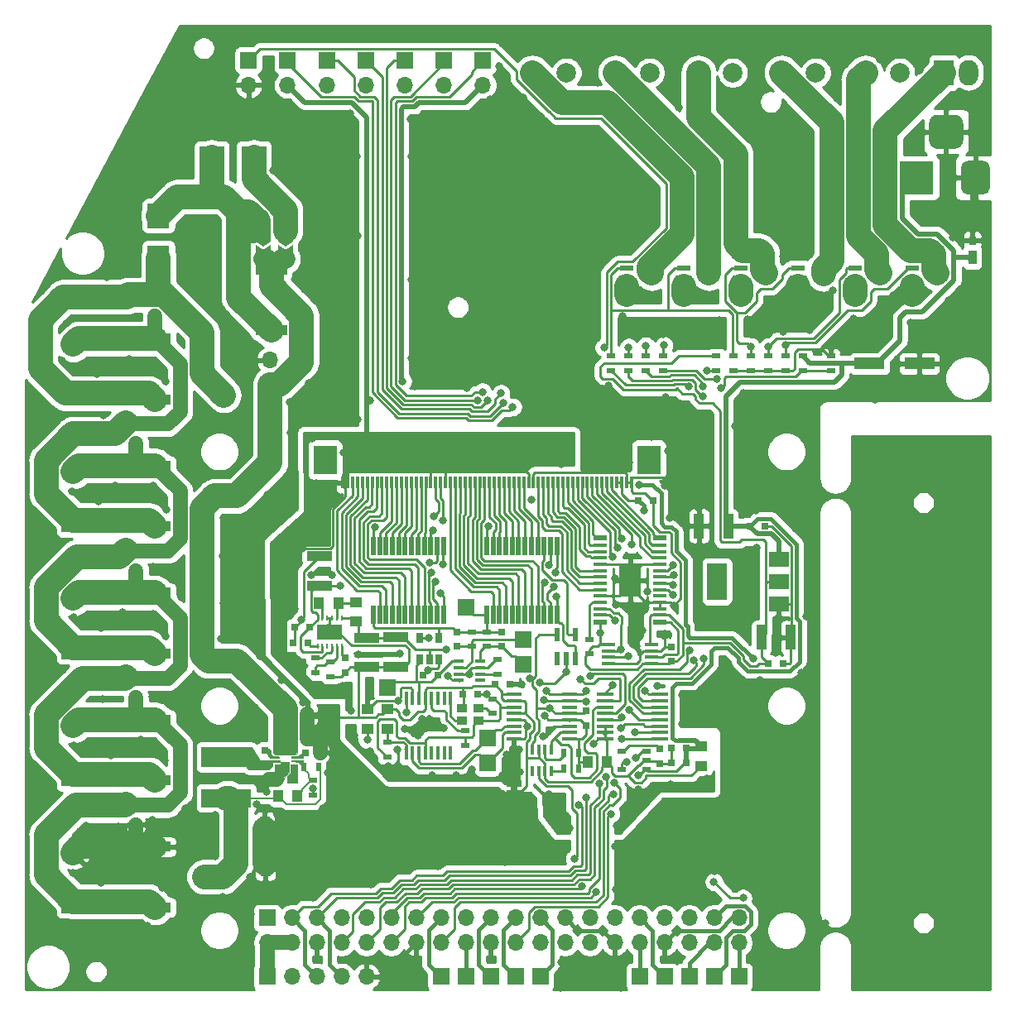
<source format=gtl>
G04 #@! TF.GenerationSoftware,KiCad,Pcbnew,(5.1.6-0-10_14)*
G04 #@! TF.CreationDate,2021-09-30T17:17:06+09:00*
G04 #@! TF.ProjectId,qPCR-main,71504352-2d6d-4616-996e-2e6b69636164,rev?*
G04 #@! TF.SameCoordinates,Original*
G04 #@! TF.FileFunction,Copper,L1,Top*
G04 #@! TF.FilePolarity,Positive*
%FSLAX46Y46*%
G04 Gerber Fmt 4.6, Leading zero omitted, Abs format (unit mm)*
G04 Created by KiCad (PCBNEW (5.1.6-0-10_14)) date 2021-09-30 17:17:06*
%MOMM*%
%LPD*%
G01*
G04 APERTURE LIST*
G04 #@! TA.AperFunction,NonConductor*
%ADD10C,0.100000*%
G04 #@! TD*
G04 #@! TA.AperFunction,EtchedComponent*
%ADD11C,0.100000*%
G04 #@! TD*
G04 #@! TA.AperFunction,SMDPad,CuDef*
%ADD12R,0.249999X0.499999*%
G04 #@! TD*
G04 #@! TA.AperFunction,SMDPad,CuDef*
%ADD13R,2.500000X1.500000*%
G04 #@! TD*
G04 #@! TA.AperFunction,ComponentPad*
%ADD14C,0.600000*%
G04 #@! TD*
G04 #@! TA.AperFunction,SMDPad,CuDef*
%ADD15R,0.838200X0.711200*%
G04 #@! TD*
G04 #@! TA.AperFunction,SMDPad,CuDef*
%ADD16R,0.457200X0.254000*%
G04 #@! TD*
G04 #@! TA.AperFunction,SMDPad,CuDef*
%ADD17R,0.750000X0.800000*%
G04 #@! TD*
G04 #@! TA.AperFunction,SMDPad,CuDef*
%ADD18R,1.000000X1.250000*%
G04 #@! TD*
G04 #@! TA.AperFunction,SMDPad,CuDef*
%ADD19R,1.000000X2.500000*%
G04 #@! TD*
G04 #@! TA.AperFunction,SMDPad,CuDef*
%ADD20R,0.800000X0.750000*%
G04 #@! TD*
G04 #@! TA.AperFunction,ComponentPad*
%ADD21O,1.700000X1.700000*%
G04 #@! TD*
G04 #@! TA.AperFunction,ComponentPad*
%ADD22R,1.700000X1.700000*%
G04 #@! TD*
G04 #@! TA.AperFunction,SMDPad,CuDef*
%ADD23R,1.570000X0.410000*%
G04 #@! TD*
G04 #@! TA.AperFunction,SMDPad,CuDef*
%ADD24R,0.355600X1.473200*%
G04 #@! TD*
G04 #@! TA.AperFunction,SMDPad,CuDef*
%ADD25R,0.900000X0.500000*%
G04 #@! TD*
G04 #@! TA.AperFunction,SMDPad,CuDef*
%ADD26R,1.000000X0.900000*%
G04 #@! TD*
G04 #@! TA.AperFunction,SMDPad,CuDef*
%ADD27R,1.250000X1.000000*%
G04 #@! TD*
G04 #@! TA.AperFunction,SMDPad,CuDef*
%ADD28R,0.480000X1.900000*%
G04 #@! TD*
G04 #@! TA.AperFunction,Conductor*
%ADD29R,2.200000X3.400000*%
G04 #@! TD*
G04 #@! TA.AperFunction,SMDPad,CuDef*
%ADD30R,1.350000X0.600000*%
G04 #@! TD*
G04 #@! TA.AperFunction,SMDPad,CuDef*
%ADD31R,1.350000X0.400000*%
G04 #@! TD*
G04 #@! TA.AperFunction,SMDPad,CuDef*
%ADD32R,1.450000X0.450000*%
G04 #@! TD*
G04 #@! TA.AperFunction,SMDPad,CuDef*
%ADD33R,1.450000X0.400000*%
G04 #@! TD*
G04 #@! TA.AperFunction,ComponentPad*
%ADD34C,2.000000*%
G04 #@! TD*
G04 #@! TA.AperFunction,ComponentPad*
%ADD35R,3.500000X3.500000*%
G04 #@! TD*
G04 #@! TA.AperFunction,SMDPad,CuDef*
%ADD36C,0.100000*%
G04 #@! TD*
G04 #@! TA.AperFunction,ComponentPad*
%ADD37O,2.000000X2.600000*%
G04 #@! TD*
G04 #@! TA.AperFunction,ComponentPad*
%ADD38R,2.000000X2.600000*%
G04 #@! TD*
G04 #@! TA.AperFunction,SMDPad,CuDef*
%ADD39R,1.320800X0.558800*%
G04 #@! TD*
G04 #@! TA.AperFunction,SMDPad,CuDef*
%ADD40R,0.650000X1.060000*%
G04 #@! TD*
G04 #@! TA.AperFunction,SMDPad,CuDef*
%ADD41R,1.060000X0.400000*%
G04 #@! TD*
G04 #@! TA.AperFunction,SMDPad,CuDef*
%ADD42R,0.400000X1.060000*%
G04 #@! TD*
G04 #@! TA.AperFunction,SMDPad,CuDef*
%ADD43R,1.676400X0.355600*%
G04 #@! TD*
G04 #@! TA.AperFunction,SMDPad,CuDef*
%ADD44R,0.800000X0.900000*%
G04 #@! TD*
G04 #@! TA.AperFunction,SMDPad,CuDef*
%ADD45R,2.000000X1.500000*%
G04 #@! TD*
G04 #@! TA.AperFunction,SMDPad,CuDef*
%ADD46R,2.000000X3.800000*%
G04 #@! TD*
G04 #@! TA.AperFunction,SMDPad,CuDef*
%ADD47R,2.400000X3.000000*%
G04 #@! TD*
G04 #@! TA.AperFunction,SMDPad,CuDef*
%ADD48R,0.300000X1.250000*%
G04 #@! TD*
G04 #@! TA.AperFunction,ComponentPad*
%ADD49R,2.400000X2.400000*%
G04 #@! TD*
G04 #@! TA.AperFunction,ComponentPad*
%ADD50C,2.400000*%
G04 #@! TD*
G04 #@! TA.AperFunction,SMDPad,CuDef*
%ADD51R,0.825500X0.508000*%
G04 #@! TD*
G04 #@! TA.AperFunction,SMDPad,CuDef*
%ADD52R,3.098800X1.219200*%
G04 #@! TD*
G04 #@! TA.AperFunction,SMDPad,CuDef*
%ADD53R,5.100000X1.900000*%
G04 #@! TD*
G04 #@! TA.AperFunction,SMDPad,CuDef*
%ADD54R,5.100000X2.100000*%
G04 #@! TD*
G04 #@! TA.AperFunction,SMDPad,CuDef*
%ADD55R,2.500000X1.000000*%
G04 #@! TD*
G04 #@! TA.AperFunction,SMDPad,CuDef*
%ADD56R,2.500000X2.300000*%
G04 #@! TD*
G04 #@! TA.AperFunction,SMDPad,CuDef*
%ADD57R,2.300000X2.500000*%
G04 #@! TD*
G04 #@! TA.AperFunction,SMDPad,CuDef*
%ADD58R,0.500000X0.900000*%
G04 #@! TD*
G04 #@! TA.AperFunction,SMDPad,CuDef*
%ADD59R,3.200000X1.000000*%
G04 #@! TD*
G04 #@! TA.AperFunction,SMDPad,CuDef*
%ADD60R,0.889000X1.397000*%
G04 #@! TD*
G04 #@! TA.AperFunction,SMDPad,CuDef*
%ADD61R,0.762000X0.863600*%
G04 #@! TD*
G04 #@! TA.AperFunction,ComponentPad*
%ADD62O,2.400000X2.400000*%
G04 #@! TD*
G04 #@! TA.AperFunction,SMDPad,CuDef*
%ADD63R,0.558800X1.473200*%
G04 #@! TD*
G04 #@! TA.AperFunction,ViaPad*
%ADD64C,0.800000*%
G04 #@! TD*
G04 #@! TA.AperFunction,Conductor*
%ADD65C,0.250000*%
G04 #@! TD*
G04 #@! TA.AperFunction,Conductor*
%ADD66C,2.540000*%
G04 #@! TD*
G04 #@! TA.AperFunction,Conductor*
%ADD67C,1.524000*%
G04 #@! TD*
G04 #@! TA.AperFunction,Conductor*
%ADD68C,0.381000*%
G04 #@! TD*
G04 #@! TA.AperFunction,Conductor*
%ADD69C,0.508000*%
G04 #@! TD*
G04 #@! TA.AperFunction,Conductor*
%ADD70C,0.127000*%
G04 #@! TD*
G04 #@! TA.AperFunction,Conductor*
%ADD71C,2.032000*%
G04 #@! TD*
G04 #@! TA.AperFunction,Conductor*
%ADD72C,1.270000*%
G04 #@! TD*
G04 #@! TA.AperFunction,Conductor*
%ADD73C,0.203200*%
G04 #@! TD*
G04 #@! TA.AperFunction,Conductor*
%ADD74C,0.254000*%
G04 #@! TD*
G04 APERTURE END LIST*
D10*
G36*
X109030000Y-126370000D02*
G01*
X108700000Y-126020000D01*
X107890000Y-126000000D01*
X107890000Y-125900000D01*
X109030000Y-125900000D01*
X109030000Y-126370000D01*
G37*
X109030000Y-126370000D02*
X108700000Y-126020000D01*
X107890000Y-126000000D01*
X107890000Y-125900000D01*
X109030000Y-125900000D01*
X109030000Y-126370000D01*
G36*
X109040000Y-125600000D02*
G01*
X107830000Y-125610000D01*
X107830000Y-125490000D01*
X108510000Y-125490000D01*
X109040000Y-125130000D01*
X109040000Y-125600000D01*
G37*
X109040000Y-125600000D02*
X107830000Y-125610000D01*
X107830000Y-125490000D01*
X108510000Y-125490000D01*
X109040000Y-125130000D01*
X109040000Y-125600000D01*
G36*
X105760000Y-124880000D02*
G01*
X105760000Y-125500000D01*
X106590000Y-125500000D01*
X106590000Y-125590000D01*
X105700000Y-125590000D01*
X105370000Y-125260000D01*
X105370000Y-124590000D01*
X105760000Y-124880000D01*
G37*
X105760000Y-124880000D02*
X105760000Y-125500000D01*
X106590000Y-125500000D01*
X106590000Y-125590000D01*
X105700000Y-125590000D01*
X105370000Y-125260000D01*
X105370000Y-124590000D01*
X105760000Y-124880000D01*
G36*
X108420000Y-125110000D02*
G01*
X108220000Y-125250000D01*
X106170000Y-125250000D01*
X106040000Y-125110000D01*
X106040000Y-123230000D01*
X108420000Y-123230000D01*
X108420000Y-125110000D01*
G37*
X108420000Y-125110000D02*
X108220000Y-125250000D01*
X106170000Y-125250000D01*
X106040000Y-125110000D01*
X106040000Y-123230000D01*
X108420000Y-123230000D01*
X108420000Y-125110000D01*
G36*
X108430000Y-128150000D02*
G01*
X107470000Y-128150000D01*
X107470000Y-127520000D01*
X107800000Y-127260000D01*
X107800000Y-126260000D01*
X108430000Y-126260000D01*
X108430000Y-128150000D01*
G37*
X108430000Y-128150000D02*
X107470000Y-128150000D01*
X107470000Y-127520000D01*
X107800000Y-127260000D01*
X107800000Y-126260000D01*
X108430000Y-126260000D01*
X108430000Y-128150000D01*
G36*
X107620000Y-127130000D02*
G01*
X107160000Y-127470000D01*
X107040000Y-128030000D01*
X106300000Y-128030000D01*
X106190000Y-127180000D01*
X106190000Y-126260000D01*
X106780000Y-126260000D01*
X106870000Y-126180000D01*
X106870000Y-126010000D01*
X107620000Y-126010000D01*
X107620000Y-127130000D01*
G37*
X107620000Y-127130000D02*
X107160000Y-127470000D01*
X107040000Y-128030000D01*
X106300000Y-128030000D01*
X106190000Y-127180000D01*
X106190000Y-126260000D01*
X106780000Y-126260000D01*
X106870000Y-126180000D01*
X106870000Y-126010000D01*
X107620000Y-126010000D01*
X107620000Y-127130000D01*
G36*
X104630000Y-125850000D02*
G01*
X106650000Y-125850000D01*
X106650000Y-126030000D01*
X106020000Y-126030000D01*
X105900000Y-126150000D01*
X105900000Y-126430000D01*
X105550000Y-126770000D01*
X103500000Y-126770000D01*
X103250000Y-126500000D01*
X103250000Y-124560000D01*
X103760000Y-124560000D01*
X104630000Y-125850000D01*
G37*
X104630000Y-125850000D02*
X106650000Y-125850000D01*
X106650000Y-126030000D01*
X106020000Y-126030000D01*
X105900000Y-126150000D01*
X105900000Y-126430000D01*
X105550000Y-126770000D01*
X103500000Y-126770000D01*
X103250000Y-126500000D01*
X103250000Y-124560000D01*
X103760000Y-124560000D01*
X104630000Y-125850000D01*
D11*
G36*
X130340000Y-128480000D02*
G01*
X130340000Y-128980000D01*
X130940000Y-128980000D01*
X130940000Y-128480000D01*
X130340000Y-128480000D01*
G37*
D12*
X110540000Y-114180000D03*
X111039999Y-114180000D03*
X111540000Y-114180000D03*
X112040000Y-114180000D03*
X112540001Y-114180000D03*
X113040000Y-114180000D03*
X113040000Y-111280000D03*
X112540001Y-111280000D03*
X112040000Y-111280000D03*
X111540000Y-111280000D03*
X111039999Y-111280000D03*
X110540000Y-111280000D03*
D13*
X111790000Y-112730000D03*
D14*
X110789999Y-112730000D03*
X111790000Y-112130000D03*
X112790001Y-112730000D03*
X111790000Y-113229999D03*
D15*
X107220000Y-126398000D03*
D16*
X107995000Y-125150001D03*
X107995000Y-125550000D03*
X107995000Y-125950000D03*
X107995000Y-126349999D03*
X106445000Y-126349999D03*
X106445000Y-125950000D03*
X106445000Y-125550000D03*
X106445000Y-125150001D03*
D17*
X105150000Y-126400000D03*
X105150000Y-124900000D03*
D18*
X108500000Y-129480000D03*
X106500000Y-129480000D03*
D19*
X102150000Y-132910000D03*
X105150000Y-132910000D03*
D20*
X107880000Y-127800000D03*
X106380000Y-127800000D03*
D21*
X153630000Y-144540000D03*
X153630000Y-142000000D03*
X135850000Y-144540000D03*
X135850000Y-142000000D03*
X130770000Y-144540000D03*
X130770000Y-142000000D03*
X140930000Y-144540000D03*
X140930000Y-142000000D03*
X112990000Y-144540000D03*
X112990000Y-142000000D03*
X143470000Y-144540000D03*
X143470000Y-142000000D03*
X125690000Y-144540000D03*
X125690000Y-142000000D03*
X148550000Y-144540000D03*
X148550000Y-142000000D03*
X146010000Y-144540000D03*
X146010000Y-142000000D03*
X151090000Y-144540000D03*
X151090000Y-142000000D03*
X128230000Y-144540000D03*
X128230000Y-142000000D03*
X115530000Y-144540000D03*
X115530000Y-142000000D03*
X120610000Y-144540000D03*
X120610000Y-142000000D03*
X138390000Y-144540000D03*
X138390000Y-142000000D03*
X118070000Y-144540000D03*
X118070000Y-142000000D03*
X133310000Y-144540000D03*
X133310000Y-142000000D03*
D22*
X105370000Y-142000000D03*
D21*
X105370000Y-144540000D03*
X110450000Y-142000000D03*
X107910000Y-144540000D03*
X123150000Y-144540000D03*
X123150000Y-142000000D03*
X107910000Y-142000000D03*
X110450000Y-144540000D03*
D23*
X136340000Y-119125000D03*
X136340000Y-119775000D03*
X136340000Y-120425000D03*
X136340000Y-121075000D03*
X136340000Y-121725000D03*
X136340000Y-122375000D03*
X136340000Y-123025000D03*
X136340000Y-123675000D03*
X130600000Y-123675000D03*
X130600000Y-123025000D03*
X130600000Y-122375000D03*
X130600000Y-121725000D03*
X130600000Y-121075000D03*
X130600000Y-120425000D03*
X130600000Y-119775000D03*
X130600000Y-119125000D03*
D22*
X117670000Y-118400000D03*
X105700000Y-87440000D03*
D21*
X105700000Y-84900000D03*
D24*
X124144999Y-125129400D03*
X123494998Y-125129400D03*
X122844999Y-125129400D03*
X122194998Y-125129400D03*
X121544999Y-125129400D03*
X120895001Y-125129400D03*
X120244999Y-125129400D03*
X119595001Y-125129400D03*
X119595001Y-119490600D03*
X120245002Y-119490600D03*
X120895001Y-119490600D03*
X121545002Y-119490600D03*
X122195001Y-119490600D03*
X122844999Y-119490600D03*
X123495001Y-119490600D03*
X124144999Y-119490600D03*
D25*
X117660000Y-125520000D03*
X117660000Y-124020000D03*
X128460000Y-119570000D03*
X128460000Y-121070000D03*
D20*
X126900000Y-119140000D03*
X125400000Y-119140000D03*
D26*
X126962500Y-120577500D03*
X125337500Y-120577500D03*
X125337500Y-121802500D03*
X126962500Y-121802500D03*
D27*
X115640000Y-120660000D03*
X115640000Y-122660000D03*
D28*
X116255000Y-103925000D03*
X116905000Y-103925000D03*
X117555000Y-103925000D03*
X118205000Y-103925000D03*
X118855000Y-103925000D03*
X119505000Y-103925000D03*
X120155000Y-103925000D03*
X120805000Y-103925000D03*
X121455000Y-103925000D03*
X122105000Y-103925000D03*
X122755000Y-103925000D03*
X123405000Y-103925000D03*
X123405000Y-110935000D03*
X122755000Y-110935000D03*
X122105000Y-110935000D03*
X121455000Y-110935000D03*
X120805000Y-110935000D03*
X120155000Y-110935000D03*
X119505000Y-110935000D03*
X118855000Y-110935000D03*
X118205000Y-110935000D03*
X117555000Y-110935000D03*
X116905000Y-110935000D03*
X116255000Y-110935000D03*
D29*
X142530000Y-107430000D03*
D30*
X145580000Y-103105000D03*
X139480000Y-103105000D03*
D31*
X145580000Y-103855000D03*
X139480000Y-103855000D03*
X145580000Y-104505000D03*
X139480000Y-104505000D03*
X145580000Y-105155000D03*
X139480000Y-105155000D03*
X145580000Y-105805000D03*
X139480000Y-105805000D03*
X145580000Y-106455000D03*
X139480000Y-106455000D03*
X145580000Y-107105000D03*
X139480000Y-107105000D03*
X145580000Y-107755000D03*
X139480000Y-107755000D03*
X145580000Y-108405000D03*
X139480000Y-108405000D03*
X145580000Y-109055000D03*
X139480000Y-109055000D03*
X145580000Y-109705000D03*
X139480000Y-109705000D03*
X145580000Y-110355000D03*
X139480000Y-110355000D03*
X145580000Y-111005000D03*
X139480000Y-111005000D03*
D30*
X145580000Y-111755000D03*
X139480000Y-111755000D03*
D32*
X140330000Y-114000000D03*
D33*
X140330000Y-114675000D03*
X140330000Y-115325000D03*
D32*
X140330000Y-116000000D03*
X144730000Y-116000000D03*
D33*
X144730000Y-115325000D03*
X144730000Y-114675000D03*
D32*
X144730000Y-114000000D03*
D34*
X166590000Y-55500000D03*
X170090000Y-55500000D03*
X144500000Y-55500000D03*
X141000000Y-55500000D03*
X136000000Y-55500000D03*
X132500000Y-55500000D03*
X158000000Y-55500000D03*
X161500000Y-55500000D03*
X153000000Y-55500000D03*
X149500000Y-55500000D03*
G04 #@! TA.AperFunction,ComponentPad*
G36*
G01*
X176579000Y-60675000D02*
X176579000Y-62425000D01*
G75*
G02*
X175704000Y-63300000I-875000J0D01*
G01*
X173954000Y-63300000D01*
G75*
G02*
X173079000Y-62425000I0J875000D01*
G01*
X173079000Y-60675000D01*
G75*
G02*
X173954000Y-59800000I875000J0D01*
G01*
X175704000Y-59800000D01*
G75*
G02*
X176579000Y-60675000I0J-875000D01*
G01*
G37*
G04 #@! TD.AperFunction*
G04 #@! TA.AperFunction,ComponentPad*
G36*
G01*
X179329000Y-65250000D02*
X179329000Y-67250000D01*
G75*
G02*
X178579000Y-68000000I-750000J0D01*
G01*
X177079000Y-68000000D01*
G75*
G02*
X176329000Y-67250000I0J750000D01*
G01*
X176329000Y-65250000D01*
G75*
G02*
X177079000Y-64500000I750000J0D01*
G01*
X178579000Y-64500000D01*
G75*
G02*
X179329000Y-65250000I0J-750000D01*
G01*
G37*
G04 #@! TD.AperFunction*
D35*
X171829000Y-66250000D03*
D22*
X123150000Y-148000000D03*
X125690000Y-148000000D03*
X128230000Y-148000000D03*
X130770000Y-148000000D03*
X133310000Y-148000000D03*
X146010000Y-148000000D03*
X143470000Y-148000000D03*
X148550000Y-148000000D03*
G04 #@! TA.AperFunction,SMDPad,CuDef*
D36*
G36*
X129890602Y-128080000D02*
G01*
X129890602Y-128055466D01*
X129895412Y-128006635D01*
X129904984Y-127958510D01*
X129919228Y-127911555D01*
X129938005Y-127866222D01*
X129961136Y-127822949D01*
X129988396Y-127782150D01*
X130019524Y-127744221D01*
X130054221Y-127709524D01*
X130092150Y-127678396D01*
X130132949Y-127651136D01*
X130176222Y-127628005D01*
X130221555Y-127609228D01*
X130268510Y-127594984D01*
X130316635Y-127585412D01*
X130365466Y-127580602D01*
X130390000Y-127580602D01*
X130390000Y-127580000D01*
X130890000Y-127580000D01*
X130890000Y-127580602D01*
X130914534Y-127580602D01*
X130963365Y-127585412D01*
X131011490Y-127594984D01*
X131058445Y-127609228D01*
X131103778Y-127628005D01*
X131147051Y-127651136D01*
X131187850Y-127678396D01*
X131225779Y-127709524D01*
X131260476Y-127744221D01*
X131291604Y-127782150D01*
X131318864Y-127822949D01*
X131341995Y-127866222D01*
X131360772Y-127911555D01*
X131375016Y-127958510D01*
X131384588Y-128006635D01*
X131389398Y-128055466D01*
X131389398Y-128080000D01*
X131390000Y-128080000D01*
X131390000Y-128580000D01*
X129890000Y-128580000D01*
X129890000Y-128080000D01*
X129890602Y-128080000D01*
G37*
G04 #@! TD.AperFunction*
G04 #@! TA.AperFunction,SMDPad,CuDef*
G36*
X131390000Y-128880000D02*
G01*
X131390000Y-129380000D01*
X131389398Y-129380000D01*
X131389398Y-129404534D01*
X131384588Y-129453365D01*
X131375016Y-129501490D01*
X131360772Y-129548445D01*
X131341995Y-129593778D01*
X131318864Y-129637051D01*
X131291604Y-129677850D01*
X131260476Y-129715779D01*
X131225779Y-129750476D01*
X131187850Y-129781604D01*
X131147051Y-129808864D01*
X131103778Y-129831995D01*
X131058445Y-129850772D01*
X131011490Y-129865016D01*
X130963365Y-129874588D01*
X130914534Y-129879398D01*
X130890000Y-129879398D01*
X130890000Y-129880000D01*
X130390000Y-129880000D01*
X130390000Y-129879398D01*
X130365466Y-129879398D01*
X130316635Y-129874588D01*
X130268510Y-129865016D01*
X130221555Y-129850772D01*
X130176222Y-129831995D01*
X130132949Y-129808864D01*
X130092150Y-129781604D01*
X130054221Y-129750476D01*
X130019524Y-129715779D01*
X129988396Y-129677850D01*
X129961136Y-129637051D01*
X129938005Y-129593778D01*
X129919228Y-129548445D01*
X129904984Y-129501490D01*
X129895412Y-129453365D01*
X129890602Y-129404534D01*
X129890602Y-129380000D01*
X129890000Y-129380000D01*
X129890000Y-128880000D01*
X131390000Y-128880000D01*
G37*
G04 #@! TD.AperFunction*
D37*
X177130000Y-55500000D03*
D38*
X174590000Y-55500000D03*
D39*
X173525532Y-76400000D03*
X171341132Y-77339800D03*
X171341132Y-75460200D03*
X167692199Y-76400000D03*
X165507799Y-77339800D03*
X165507799Y-75460200D03*
X148007800Y-75460200D03*
X148007800Y-77339800D03*
X150192200Y-76400000D03*
X144358867Y-76400000D03*
X142174467Y-77339800D03*
X142174467Y-75460200D03*
X159674466Y-75460200D03*
X159674466Y-77339800D03*
X161858866Y-76400000D03*
X153841133Y-75460200D03*
X153841133Y-77339800D03*
X156025533Y-76400000D03*
D21*
X103465500Y-56770000D03*
D22*
X103465500Y-54230000D03*
X119465500Y-54230000D03*
D21*
X119465500Y-56770000D03*
D22*
X115465500Y-54230000D03*
D21*
X115465500Y-56770000D03*
X111465500Y-56770000D03*
D22*
X111465500Y-54230000D03*
D21*
X107465500Y-56770000D03*
D22*
X107465500Y-54230000D03*
X127465500Y-54230000D03*
D21*
X127465500Y-56770000D03*
D22*
X123465500Y-54230000D03*
D21*
X123465500Y-56770000D03*
D40*
X121030000Y-113320000D03*
X122930000Y-113320000D03*
X122930000Y-115520000D03*
X121980000Y-115520000D03*
X121030000Y-115520000D03*
D41*
X125010000Y-115730000D03*
X125010000Y-116380000D03*
X125010000Y-117040000D03*
X125010000Y-117690000D03*
X127210000Y-117690000D03*
X127210000Y-117040000D03*
X127210000Y-116380000D03*
X127210000Y-115730000D03*
D42*
X134450000Y-126980000D03*
X133800000Y-126980000D03*
X133140000Y-126980000D03*
X132490000Y-126980000D03*
X132490000Y-124780000D03*
X133140000Y-124780000D03*
X133800000Y-124780000D03*
X134450000Y-124780000D03*
D43*
X145579400Y-119125001D03*
X145579400Y-119775002D03*
X145579400Y-120425001D03*
X145579400Y-121075002D03*
X145579400Y-121725001D03*
X145579400Y-122374999D03*
X145579400Y-123025001D03*
X145579400Y-123674999D03*
X139940600Y-123674999D03*
X139940600Y-123024998D03*
X139940600Y-122374999D03*
X139940600Y-121724998D03*
X139940600Y-121074999D03*
X139940600Y-120425001D03*
X139940600Y-119774999D03*
X139940600Y-119125001D03*
D44*
X93936000Y-80450000D03*
X92986000Y-78450000D03*
X94886000Y-78450000D03*
X92926000Y-91450000D03*
X91026000Y-91450000D03*
X91976000Y-93450000D03*
X91976000Y-106450000D03*
X91026000Y-104450000D03*
X92926000Y-104450000D03*
X92926000Y-117450000D03*
X91026000Y-117450000D03*
X91976000Y-119450000D03*
X91976000Y-132450000D03*
X91026000Y-130450000D03*
X92926000Y-130450000D03*
D45*
X157700000Y-109860000D03*
X157700000Y-105260000D03*
X157700000Y-107560000D03*
D46*
X151400000Y-107560000D03*
D22*
X105370000Y-148000000D03*
D21*
X107910000Y-148000000D03*
X110450000Y-148000000D03*
X112990000Y-148000000D03*
X115530000Y-148000000D03*
D47*
X111330000Y-95105000D03*
X144430000Y-95105000D03*
D48*
X113130000Y-97430000D03*
X113630000Y-97430000D03*
X114130000Y-97430000D03*
X114630000Y-97430000D03*
X115130000Y-97430000D03*
X115630000Y-97430000D03*
X116130000Y-97430000D03*
X116630000Y-97430000D03*
X117130000Y-97430000D03*
X117630000Y-97430000D03*
X118130000Y-97430000D03*
X118630000Y-97430000D03*
X119130000Y-97430000D03*
X119630000Y-97430000D03*
X120130000Y-97430000D03*
X120630000Y-97430000D03*
X121130000Y-97430000D03*
X121630000Y-97430000D03*
X122130000Y-97430000D03*
X122630000Y-97430000D03*
X123130000Y-97430000D03*
X123630000Y-97430000D03*
X124130000Y-97430000D03*
X124630000Y-97430000D03*
X125130000Y-97430000D03*
X125630000Y-97430000D03*
X126130000Y-97430000D03*
X126630000Y-97430000D03*
X127130000Y-97430000D03*
X127630000Y-97430000D03*
X128130000Y-97430000D03*
X128630000Y-97430000D03*
X129130000Y-97430000D03*
X129630000Y-97430000D03*
X130130000Y-97430000D03*
X130630000Y-97430000D03*
X131130000Y-97430000D03*
X131630000Y-97430000D03*
X132130000Y-97430000D03*
X132630000Y-97430000D03*
X133130000Y-97430000D03*
X133630000Y-97430000D03*
X134130000Y-97430000D03*
X134630000Y-97430000D03*
X135130000Y-97430000D03*
X135630000Y-97430000D03*
X136130000Y-97430000D03*
X136630000Y-97430000D03*
X137130000Y-97430000D03*
X137630000Y-97430000D03*
X138130000Y-97430000D03*
X138630000Y-97430000D03*
X139130000Y-97430000D03*
X139630000Y-97430000D03*
X140130000Y-97430000D03*
X140630000Y-97430000D03*
X141130000Y-97430000D03*
X141630000Y-97430000D03*
X142130000Y-97430000D03*
X142630000Y-97430000D03*
D28*
X127855000Y-110935000D03*
X128505000Y-110935000D03*
X129155000Y-110935000D03*
X129805000Y-110935000D03*
X130455000Y-110935000D03*
X131105000Y-110935000D03*
X131755000Y-110935000D03*
X132405000Y-110935000D03*
X133055000Y-110935000D03*
X133705000Y-110935000D03*
X134355000Y-110935000D03*
X135005000Y-110935000D03*
X135005000Y-103925000D03*
X134355000Y-103925000D03*
X133705000Y-103925000D03*
X133055000Y-103925000D03*
X132405000Y-103925000D03*
X131755000Y-103925000D03*
X131105000Y-103925000D03*
X130455000Y-103925000D03*
X129805000Y-103925000D03*
X129155000Y-103925000D03*
X128505000Y-103925000D03*
X127855000Y-103925000D03*
D22*
X131560000Y-113504000D03*
X131560000Y-116044000D03*
X125760000Y-110210000D03*
D49*
X85546000Y-88320000D03*
D50*
X85546000Y-83320000D03*
X85546000Y-96320000D03*
D49*
X85546000Y-101320000D03*
X85546000Y-114320000D03*
D50*
X85546000Y-109320000D03*
D49*
X85546000Y-127320000D03*
D50*
X85546000Y-122320000D03*
X85546000Y-135320000D03*
D49*
X85546000Y-140320000D03*
D51*
X141636350Y-126832500D03*
X141636350Y-124927500D03*
X144163650Y-124940200D03*
X144163650Y-125880000D03*
X144163650Y-126819800D03*
D22*
X151090000Y-148000000D03*
X153630000Y-148000000D03*
D52*
X172092700Y-85270000D03*
X166987300Y-85270000D03*
D53*
X101200000Y-129730000D03*
D54*
X101200000Y-125530000D03*
D27*
X117660000Y-122640000D03*
X117660000Y-120640000D03*
D17*
X138000000Y-122330000D03*
X138000000Y-120830000D03*
D20*
X128690000Y-118080000D03*
X130190000Y-118080000D03*
D17*
X124820000Y-112730000D03*
X124820000Y-114230000D03*
X129392000Y-114230000D03*
X129392000Y-112730000D03*
D20*
X121340000Y-117160000D03*
X122840000Y-117160000D03*
D17*
X146720000Y-114250000D03*
X146720000Y-115750000D03*
D20*
X143380000Y-99250000D03*
X144880000Y-99250000D03*
X109290000Y-125110000D03*
X110790000Y-125110000D03*
X109258000Y-123704000D03*
X107758000Y-123704000D03*
X109258000Y-122434000D03*
X107758000Y-122434000D03*
D18*
X107508000Y-121164000D03*
X109508000Y-121164000D03*
D19*
X105210000Y-136430000D03*
X102210000Y-136430000D03*
D27*
X149760000Y-126460000D03*
X149760000Y-124460000D03*
D19*
X149550000Y-101880000D03*
X152550000Y-101880000D03*
D20*
X146730000Y-124640000D03*
X148230000Y-124640000D03*
X154800000Y-101880000D03*
X156300000Y-101880000D03*
X146730000Y-126130000D03*
X148230000Y-126130000D03*
D19*
X155950000Y-113280000D03*
X158950000Y-113280000D03*
D20*
X158160000Y-115960000D03*
X156660000Y-115960000D03*
D17*
X145540000Y-124700000D03*
X145540000Y-126200000D03*
D18*
X138160000Y-126060000D03*
X140160000Y-126060000D03*
D55*
X110720000Y-105000000D03*
X110720000Y-108000000D03*
D17*
X113330000Y-115410000D03*
X113330000Y-116910000D03*
D20*
X108210000Y-112270000D03*
X109710000Y-112270000D03*
X109540000Y-113890000D03*
X108040000Y-113890000D03*
D18*
X112700000Y-109790000D03*
X110700000Y-109790000D03*
D55*
X115560000Y-113310000D03*
X115560000Y-116310000D03*
X118570000Y-116270000D03*
X118570000Y-113270000D03*
D56*
X104020000Y-64130000D03*
X99720000Y-64130000D03*
D57*
X94270000Y-70140000D03*
X94270000Y-74440000D03*
D27*
X114460000Y-109680000D03*
X114460000Y-111680000D03*
D25*
X145896000Y-86000000D03*
X145896000Y-84500000D03*
X144118000Y-84500000D03*
X144118000Y-86000000D03*
X158422000Y-86000000D03*
X158422000Y-84500000D03*
X156644000Y-84500000D03*
X156644000Y-86000000D03*
X151310000Y-86000000D03*
X151310000Y-84500000D03*
X140562000Y-84500000D03*
X140562000Y-86000000D03*
X142340000Y-84500000D03*
X142340000Y-86000000D03*
X153088000Y-84500000D03*
X153088000Y-86000000D03*
X154866000Y-84500000D03*
X154866000Y-86000000D03*
X125650000Y-124350000D03*
X125650000Y-122850000D03*
X126344000Y-112730000D03*
X126344000Y-114230000D03*
X127868000Y-114230000D03*
X127868000Y-112730000D03*
X128960000Y-115550000D03*
X128960000Y-117050000D03*
X138380000Y-114988000D03*
X138380000Y-113488000D03*
D58*
X137220000Y-126740000D03*
X135720000Y-126740000D03*
X137220000Y-125130000D03*
X135720000Y-125130000D03*
X110640000Y-126560000D03*
X109140000Y-126560000D03*
D25*
X110080000Y-127900000D03*
X110080000Y-129400000D03*
X160200000Y-84500000D03*
X160200000Y-86000000D03*
X163050000Y-84500000D03*
X163050000Y-86000000D03*
D59*
X93936000Y-82720000D03*
X93936000Y-88920000D03*
X93936000Y-101920000D03*
X93936000Y-95720000D03*
X93936000Y-108720000D03*
X93936000Y-114920000D03*
X93936000Y-127920000D03*
X93936000Y-121720000D03*
X93936000Y-134720000D03*
X93936000Y-140920000D03*
D25*
X110300000Y-115410000D03*
X110300000Y-116910000D03*
X111860000Y-117310000D03*
X111860000Y-115810000D03*
D60*
X177510000Y-74429300D03*
D61*
X177510000Y-72664000D03*
D50*
X100950000Y-88510000D03*
D62*
X100950000Y-68190000D03*
D63*
X135039999Y-113044200D03*
X136940001Y-113044200D03*
X136940001Y-115431800D03*
X135990000Y-115431800D03*
X135039999Y-115431800D03*
D22*
X127930000Y-126126000D03*
X127930000Y-123586000D03*
D59*
X105820000Y-81860000D03*
X105820000Y-75660000D03*
G04 #@! TA.AperFunction,SMDPad,CuDef*
D36*
G36*
X104960000Y-73325000D02*
G01*
X104210000Y-72825000D01*
X104210000Y-71825000D01*
X105710000Y-71825000D01*
X105710000Y-72825000D01*
X104960000Y-73325000D01*
G37*
G04 #@! TD.AperFunction*
G04 #@! TA.AperFunction,SMDPad,CuDef*
G36*
X104210000Y-74275000D02*
G01*
X104210000Y-73125000D01*
X104960000Y-73625000D01*
X105710000Y-73125000D01*
X105710000Y-74275000D01*
X104210000Y-74275000D01*
G37*
G04 #@! TD.AperFunction*
G04 #@! TA.AperFunction,SMDPad,CuDef*
G36*
X106500000Y-74275000D02*
G01*
X106500000Y-73125000D01*
X107250000Y-73625000D01*
X108000000Y-73125000D01*
X108000000Y-74275000D01*
X106500000Y-74275000D01*
G37*
G04 #@! TD.AperFunction*
G04 #@! TA.AperFunction,SMDPad,CuDef*
G36*
X107250000Y-73325000D02*
G01*
X106500000Y-72825000D01*
X106500000Y-71825000D01*
X108000000Y-71825000D01*
X108000000Y-72825000D01*
X107250000Y-73325000D01*
G37*
G04 #@! TD.AperFunction*
D64*
X142960000Y-108510000D03*
X141960000Y-107820000D03*
X143100000Y-106950000D03*
X141920000Y-106150000D03*
X146940000Y-110020000D03*
X146050000Y-112900000D03*
X138730858Y-124220858D03*
X171350000Y-78220000D03*
X165507799Y-78212201D03*
X159674466Y-78214466D03*
X153840000Y-78220000D03*
X148007800Y-78217800D03*
X142174467Y-78215533D03*
X105560000Y-127790000D03*
X110390602Y-123704000D03*
X157690000Y-111320000D03*
X110070000Y-128780000D03*
X108842078Y-111519431D03*
X114680000Y-90960000D03*
X107720000Y-89200000D03*
X109210000Y-77730000D03*
X114650000Y-72230000D03*
X112030000Y-75070000D03*
X111060000Y-79450000D03*
X113960000Y-76980000D03*
X114340000Y-81570000D03*
X111150000Y-84010000D03*
X109660000Y-87240000D03*
X113690000Y-85680000D03*
X112310000Y-89060000D03*
X107800000Y-92360000D03*
X107720000Y-99730000D03*
X105450000Y-98730000D03*
X100920000Y-101050000D03*
X100690000Y-113390000D03*
X100910000Y-109780000D03*
X100860000Y-104920000D03*
X104080000Y-102320000D03*
X104250000Y-107520000D03*
X103970000Y-111870000D03*
X104620000Y-115190000D03*
X109030000Y-119980000D03*
X106890000Y-117700000D03*
X111600000Y-120960000D03*
X111620000Y-122710000D03*
X112320000Y-125240000D03*
X111620000Y-127130000D03*
X111080000Y-130770000D03*
X104320000Y-130400000D03*
X106420000Y-131480000D03*
X105360000Y-129050000D03*
X102870000Y-127840000D03*
X99140000Y-127740000D03*
X100090000Y-135660000D03*
X100090000Y-131470000D03*
X93600000Y-131950000D03*
X85510000Y-137370000D03*
X88380000Y-138440000D03*
X90650000Y-136620000D03*
X94660000Y-138890000D03*
X86880000Y-132580000D03*
X90170000Y-132610000D03*
X95340000Y-136210000D03*
X97830000Y-133810000D03*
X97070000Y-130800000D03*
X98000000Y-123540000D03*
X104380000Y-123870000D03*
X104160000Y-120450000D03*
X96500000Y-121130000D03*
X97810000Y-117440000D03*
X93630000Y-119320000D03*
X88560000Y-119610000D03*
X94900000Y-125910000D03*
X92460000Y-123790000D03*
X89370000Y-125350000D03*
X85640000Y-124380000D03*
X95500000Y-148720000D03*
X85480000Y-148990000D03*
X85360000Y-144680000D03*
X93150000Y-142820000D03*
X88290000Y-142520000D03*
X90220000Y-145840000D03*
X91800000Y-148560000D03*
X81070000Y-144730000D03*
X82820000Y-140660000D03*
X81240000Y-131620000D03*
X83950000Y-129310000D03*
X81200000Y-126280000D03*
X81160000Y-119760000D03*
X84460000Y-116670000D03*
X81250000Y-113550000D03*
X81430000Y-100870000D03*
X83970000Y-103680000D03*
X81370000Y-106590000D03*
X81270000Y-87920000D03*
X88620000Y-90530000D03*
X81540000Y-93490000D03*
X83540000Y-90790000D03*
X95010000Y-113160000D03*
X85560000Y-111240000D03*
X90580000Y-110750000D03*
X88420000Y-112320000D03*
X93730000Y-110850000D03*
X95050000Y-100230000D03*
X93700000Y-97730000D03*
X85390000Y-98320000D03*
X88160000Y-99410000D03*
X89840000Y-97730000D03*
X95030000Y-87110000D03*
X84390000Y-84960000D03*
X87950000Y-86310000D03*
X91270000Y-84830000D03*
X84830000Y-81200000D03*
X92040000Y-80530000D03*
X96520000Y-82910000D03*
X82300000Y-77890000D03*
X84280000Y-75520000D03*
X89020000Y-76420000D03*
X86830000Y-70280000D03*
X92320000Y-72390000D03*
X89320000Y-66140000D03*
X97360000Y-65910000D03*
X91680000Y-69050000D03*
X93320000Y-64320000D03*
X92410000Y-59870000D03*
X96910000Y-51560000D03*
X95270000Y-56050000D03*
X97360000Y-62050000D03*
X100400000Y-55370000D03*
X101980000Y-62490000D03*
X105540000Y-57650000D03*
X104830000Y-61820000D03*
X105970000Y-65510000D03*
X109530000Y-67730000D03*
X114570000Y-64070000D03*
X113860000Y-59670000D03*
X108960000Y-59740000D03*
X109730000Y-63230000D03*
X103850000Y-51830000D03*
X109930000Y-51830000D03*
X115350000Y-51980000D03*
X121040000Y-51850000D03*
X126430000Y-51790000D03*
X130970000Y-51580000D03*
X134110000Y-54000000D03*
X139230000Y-56520000D03*
X129150000Y-54880000D03*
X128160000Y-58260000D03*
X134460000Y-62480000D03*
X130400000Y-64410000D03*
X120140000Y-64090000D03*
X120090000Y-60240000D03*
X123890000Y-61960000D03*
X129510000Y-61180000D03*
X131600000Y-58050000D03*
X138800000Y-51730000D03*
X142920000Y-54440000D03*
X147470000Y-59070000D03*
X146740000Y-54110000D03*
X143730000Y-51670000D03*
X150830000Y-51670000D03*
X151270000Y-53880000D03*
X159130000Y-60260000D03*
X155400000Y-60180000D03*
X155420000Y-54400000D03*
X158220000Y-51610000D03*
X163670000Y-58140000D03*
X163610000Y-53860000D03*
X168060000Y-54120000D03*
X172100000Y-55260000D03*
X166100000Y-51480000D03*
X171080000Y-51720000D03*
X175710000Y-51540000D03*
X178920000Y-53280000D03*
X178350000Y-60120000D03*
X175050000Y-66140000D03*
X173213111Y-69470001D03*
X177829000Y-69491000D03*
X92890000Y-137650000D03*
X175510000Y-72340000D03*
X178840000Y-76360000D03*
X175050000Y-78760000D03*
X179050000Y-84450000D03*
X174690000Y-84450000D03*
X174300000Y-88600000D03*
X177330000Y-80990000D03*
X171230000Y-81120000D03*
X169380000Y-78260000D03*
X162910000Y-83180000D03*
X167670000Y-83820000D03*
X165350000Y-80650000D03*
X168830000Y-81380000D03*
X169510000Y-85340000D03*
X167580000Y-88970000D03*
X165240000Y-87040000D03*
X154130000Y-88240000D03*
X153240000Y-91630000D03*
X161480000Y-91160000D03*
X158020000Y-89600000D03*
X162000000Y-88560000D03*
X155210000Y-96360000D03*
X161010000Y-100010000D03*
X155390000Y-100270000D03*
X161110000Y-105360000D03*
X159430000Y-102130000D03*
X159370000Y-98170000D03*
X155420000Y-104100000D03*
X155260000Y-111240000D03*
X160550000Y-111130000D03*
X161120000Y-107860000D03*
X160020000Y-116920000D03*
X161020000Y-114050000D03*
X161550000Y-118170000D03*
X157430000Y-114830000D03*
X155810000Y-117700000D03*
X155910000Y-122940000D03*
X161540000Y-122830000D03*
X160890000Y-129210000D03*
X159310000Y-125880000D03*
X156100000Y-128830000D03*
X159320000Y-132100000D03*
X160820000Y-135840000D03*
X156340000Y-135580000D03*
X155950000Y-140750000D03*
X159470000Y-138640000D03*
X162490000Y-142590000D03*
X161400000Y-147240000D03*
X155600000Y-148470000D03*
X155570000Y-145740000D03*
X158510000Y-147330000D03*
X141600000Y-149130000D03*
X135440000Y-146510000D03*
X135360000Y-149160000D03*
X141580000Y-146580000D03*
X138750000Y-148050000D03*
X141030000Y-139110000D03*
X141000000Y-134690000D03*
X142860000Y-136930000D03*
X145710000Y-139110000D03*
X148620000Y-138180000D03*
X151170000Y-137190000D03*
X151330000Y-130550000D03*
X146390000Y-130550000D03*
X144350000Y-133170000D03*
X146660000Y-135060000D03*
X148890000Y-132930000D03*
X151270000Y-122070000D03*
X147850000Y-122140000D03*
X147810000Y-119160000D03*
X151180000Y-117970000D03*
X149680000Y-120280000D03*
X145330000Y-118290000D03*
X143760000Y-112610000D03*
X143140000Y-114200000D03*
X141070000Y-109920000D03*
X144010000Y-110460000D03*
X144290000Y-108560000D03*
X140940000Y-107250000D03*
X148710000Y-104310000D03*
X146530000Y-101090000D03*
X148220000Y-100370000D03*
X146040000Y-97780000D03*
X148750000Y-98390000D03*
X146380000Y-94210000D03*
X144710000Y-92790000D03*
X143280000Y-91330000D03*
X142390000Y-95360000D03*
X138370000Y-95620000D03*
X140420000Y-93310000D03*
X137970000Y-91560000D03*
X133060000Y-91270000D03*
X148040000Y-90290000D03*
X146160000Y-88680000D03*
X140290000Y-87510000D03*
X131320000Y-87570000D03*
X135970000Y-87570000D03*
X145900000Y-82300000D03*
X141680000Y-82460000D03*
X139100000Y-82030000D03*
X138380000Y-85200000D03*
X138800000Y-78300000D03*
X141450000Y-73020000D03*
X145280000Y-78620000D03*
X141770000Y-80450000D03*
X151680000Y-80870000D03*
X154550000Y-80730000D03*
X156770000Y-78910000D03*
X163280000Y-77820000D03*
X159010000Y-80040000D03*
X160870000Y-81880000D03*
X158170000Y-81980000D03*
X162390000Y-79850000D03*
X160850000Y-74110000D03*
X158180000Y-74290000D03*
X159490000Y-72100000D03*
X137850000Y-72330000D03*
X133190000Y-68890000D03*
X120390000Y-68680000D03*
X127270000Y-68760000D03*
X123240000Y-72450000D03*
X120140000Y-76650000D03*
X127360000Y-76950000D03*
X130930000Y-72920000D03*
X133910000Y-77030000D03*
X123510000Y-81040000D03*
X120150000Y-84740000D03*
X120450000Y-87640000D03*
X125810000Y-87770000D03*
X128710000Y-83890000D03*
X131440000Y-80930000D03*
X135350000Y-83380000D03*
X100880000Y-139880000D03*
X103730000Y-141590000D03*
X103660000Y-137770000D03*
X106340000Y-140240000D03*
X110070000Y-139900000D03*
X107150000Y-135650000D03*
X111630000Y-135330000D03*
X114690000Y-132770000D03*
X115640000Y-128430000D03*
X118320000Y-131020000D03*
X115970000Y-138560000D03*
X122820000Y-136750000D03*
X129690000Y-136300000D03*
X130880000Y-131080000D03*
X133400000Y-133400000D03*
X124690000Y-130100000D03*
X126480000Y-133180000D03*
X119180000Y-134730000D03*
X114580000Y-136290000D03*
X108920000Y-132820000D03*
X93730000Y-106090000D03*
X96590000Y-109160000D03*
X96620000Y-105560000D03*
X115620000Y-123780000D03*
X119610000Y-120980000D03*
X131985002Y-122375000D03*
X131430000Y-118080000D03*
X133640382Y-123454338D03*
X119235030Y-87077732D03*
X115925937Y-89034063D03*
X121855383Y-116650002D03*
X118817201Y-119771224D03*
X113130000Y-118240000D03*
X112200000Y-98500000D03*
X110410000Y-97490000D03*
X110500000Y-100390000D03*
X111240000Y-103320000D03*
X108710000Y-102630000D03*
X106880000Y-104510000D03*
X106600000Y-109000000D03*
X106380000Y-114390000D03*
X108230000Y-110370000D03*
X109900000Y-106930000D03*
X112020000Y-106890000D03*
X114690000Y-115070000D03*
X118960000Y-114990000D03*
X119450000Y-122680000D03*
X123480000Y-122590000D03*
X121250000Y-121610000D03*
X120860000Y-123350000D03*
X117770000Y-126490000D03*
X114290000Y-123320000D03*
X113990000Y-120760000D03*
X115870000Y-124980000D03*
X119570000Y-127350000D03*
X118690000Y-124750000D03*
X122260000Y-127390000D03*
X124710000Y-127370000D03*
X126340000Y-126800000D03*
X129440000Y-127360000D03*
X129910000Y-125300000D03*
X131160000Y-124740000D03*
X131270000Y-127040000D03*
X134190000Y-129370000D03*
X136300000Y-132830000D03*
X141120000Y-132560000D03*
X143320000Y-128820000D03*
X150370000Y-127770000D03*
X146660000Y-128310000D03*
X142830000Y-130790000D03*
X109970000Y-92960000D03*
X113190000Y-94400000D03*
X114550000Y-93010000D03*
X114710000Y-95630000D03*
X116670000Y-92960000D03*
X116880000Y-95270000D03*
X119000000Y-93070000D03*
X119420000Y-95370000D03*
X121710000Y-93360000D03*
X122070000Y-95270000D03*
X124380000Y-93300000D03*
X124580000Y-95420000D03*
X126950000Y-93530000D03*
X127760000Y-95540000D03*
X130000000Y-93590000D03*
X131020000Y-95410000D03*
X133590000Y-93500000D03*
X135460000Y-95580000D03*
X132390000Y-99190000D03*
X116414999Y-102030000D03*
X128014999Y-101937357D03*
X123879998Y-117220000D03*
X127820000Y-119140000D03*
X139480000Y-112810000D03*
X144055000Y-118750000D03*
X121960000Y-113330000D03*
X134306878Y-120500000D03*
X112900000Y-108010000D03*
X132262052Y-117525299D03*
X133757448Y-121335541D03*
X142186136Y-126081562D03*
X123080020Y-108797936D03*
X126060000Y-117040000D03*
X123710000Y-114510000D03*
X134954990Y-109110000D03*
X98940000Y-137790000D03*
X143440000Y-97690000D03*
X143950000Y-100290000D03*
X155079991Y-115480000D03*
X143082628Y-125638498D03*
X107250000Y-69615041D03*
X143352954Y-127392954D03*
X138416508Y-117275001D03*
X122428362Y-100888728D03*
X136820459Y-135949939D03*
X135990000Y-116788000D03*
X122345000Y-102338729D03*
X133226656Y-117922905D03*
X140569317Y-131338808D03*
X149949971Y-87595000D03*
X134847879Y-106670593D03*
X123397823Y-105819254D03*
X139357976Y-128274960D03*
X151399972Y-86860000D03*
X139837000Y-83630000D03*
X150330000Y-86000000D03*
X149949971Y-88595003D03*
X137453528Y-117544580D03*
X123388238Y-101283660D03*
X134232507Y-105882355D03*
X121998325Y-105674975D03*
X141650000Y-123700000D03*
X140076634Y-127538378D03*
X139047051Y-139367041D03*
X148499970Y-87642548D03*
X122630010Y-107614520D03*
X142980000Y-122975000D03*
X140774227Y-129314920D03*
X134677450Y-108125000D03*
X137603269Y-138749970D03*
X154066187Y-139968999D03*
X151082732Y-138299960D03*
X151849982Y-87797978D03*
X138042668Y-118782025D03*
X141601236Y-114517160D03*
X133932231Y-118737769D03*
X137995469Y-129700774D03*
X122180000Y-106667686D03*
X141560000Y-122580000D03*
X140896563Y-128167278D03*
X133780000Y-107670000D03*
X142350000Y-115180000D03*
X138020000Y-119829998D03*
X140942359Y-111537641D03*
X133678308Y-119704995D03*
X137270469Y-130417486D03*
X146885154Y-108939848D03*
X140755002Y-105080000D03*
X146895101Y-107924489D03*
X141205001Y-104079999D03*
X146943887Y-106925677D03*
X141655011Y-103144455D03*
X142655002Y-103755000D03*
X146855002Y-105929634D03*
X158422000Y-83408000D03*
X145972000Y-83408000D03*
X144110000Y-83470000D03*
X156660000Y-83520000D03*
X154850000Y-83530000D03*
X142350000Y-83600000D03*
X149037249Y-115630010D03*
X127949718Y-89064412D03*
X142396660Y-120732444D03*
X129305378Y-88322301D03*
X140750034Y-118209754D03*
X129501410Y-89335937D03*
X141689552Y-121439552D03*
X130507295Y-89712760D03*
X150014950Y-115420000D03*
X127416693Y-88159942D03*
X148625490Y-114582060D03*
X126890000Y-89010000D03*
D65*
X117660000Y-122640000D02*
X117660000Y-124020000D01*
X119595001Y-125129400D02*
X119595001Y-124785001D01*
X119595001Y-124785001D02*
X119500000Y-124690000D01*
X119595001Y-125129400D02*
X119595001Y-124295001D01*
X119320000Y-124020000D02*
X117660000Y-124020000D01*
X119595001Y-124295001D02*
X119320000Y-124020000D01*
X142130000Y-97430000D02*
X142630000Y-97430000D01*
X142630000Y-98360000D02*
X142819999Y-98549999D01*
X142630000Y-97430000D02*
X142630000Y-98360000D01*
X142130000Y-96555000D02*
X141975000Y-96400000D01*
X142130000Y-97430000D02*
X142130000Y-96555000D01*
X132630000Y-96569998D02*
X132630000Y-97430000D01*
X132799998Y-96400000D02*
X132630000Y-96569998D01*
X141975000Y-96400000D02*
X132799998Y-96400000D01*
X144740002Y-99250000D02*
X144880000Y-99250000D01*
X144040001Y-98549999D02*
X144740002Y-99250000D01*
X142819999Y-98549999D02*
X144040001Y-98549999D01*
X146015002Y-114250000D02*
X146720000Y-114250000D01*
X145590002Y-114675000D02*
X146015002Y-114250000D01*
X144730000Y-114675000D02*
X145590002Y-114675000D01*
X146940000Y-110020000D02*
X146620000Y-109700000D01*
X146620000Y-109700000D02*
X145585000Y-109700000D01*
X143550000Y-114994998D02*
X143869998Y-114675000D01*
X143869998Y-114675000D02*
X144730000Y-114675000D01*
X143550000Y-115620000D02*
X143550000Y-114994998D01*
X143170000Y-116000000D02*
X143550000Y-115620000D01*
X140330000Y-116000000D02*
X143170000Y-116000000D01*
X146015002Y-112934998D02*
X146050000Y-112900000D01*
X146015002Y-114250000D02*
X146015002Y-112934998D01*
X125447499Y-120577500D02*
X125447499Y-119202500D01*
X125447499Y-119202500D02*
X125509999Y-119140000D01*
X125195002Y-118935002D02*
X125400000Y-119140000D01*
X145585000Y-109700000D02*
X145580000Y-109705000D01*
X145580000Y-110355000D02*
X145580000Y-109705000D01*
X145580000Y-109705000D02*
X144145000Y-109705000D01*
X142960000Y-108520000D02*
X142960000Y-108510000D01*
X144145000Y-109705000D02*
X142960000Y-108520000D01*
X139480000Y-105805000D02*
X141575000Y-105805000D01*
X139480000Y-109055000D02*
X141415000Y-109055000D01*
X141960000Y-108510000D02*
X141960000Y-107820000D01*
X141415000Y-109055000D02*
X141960000Y-108510000D01*
X141575000Y-105805000D02*
X141920000Y-106150000D01*
X145580000Y-105805000D02*
X143685000Y-105805000D01*
X142530000Y-106960000D02*
X142530000Y-107430000D01*
X143685000Y-105805000D02*
X142530000Y-106960000D01*
X144880000Y-101842438D02*
X145517561Y-102479999D01*
X144880000Y-99250000D02*
X144880000Y-101842438D01*
X146515001Y-102479999D02*
X146700000Y-102664998D01*
X145517561Y-102479999D02*
X146515001Y-102479999D01*
X146700000Y-102664998D02*
X146700000Y-104660000D01*
X147668888Y-109291112D02*
X146940000Y-110020000D01*
X147668888Y-105628888D02*
X147668888Y-109291112D01*
X146700000Y-104660000D02*
X147668888Y-105628888D01*
X125400000Y-119140000D02*
X125400000Y-118470000D01*
X125400000Y-118470000D02*
X125358999Y-118428999D01*
X126484999Y-118215001D02*
X128554999Y-118215001D01*
X126271001Y-118428999D02*
X126484999Y-118215001D01*
X128554999Y-118215001D02*
X128690000Y-118080000D01*
X125358999Y-118428999D02*
X126271001Y-118428999D01*
X128490000Y-118050000D02*
X128480000Y-118050000D01*
X129395000Y-119125000D02*
X129380000Y-119140000D01*
X130600000Y-119125000D02*
X129395000Y-119125000D01*
X128690000Y-118120000D02*
X128690000Y-118080000D01*
X129380000Y-118810000D02*
X128690000Y-118120000D01*
X129380000Y-119140000D02*
X129380000Y-118810000D01*
X130600000Y-119775000D02*
X129615000Y-119775000D01*
X129380000Y-119540000D02*
X129380000Y-119140000D01*
X129615000Y-119775000D02*
X129380000Y-119540000D01*
X130600000Y-121075000D02*
X131655000Y-121075000D01*
X131635000Y-119775000D02*
X130600000Y-119775000D01*
X131810000Y-119950000D02*
X131635000Y-119775000D01*
X131810000Y-120920000D02*
X131810000Y-119950000D01*
X138730858Y-124220858D02*
X138730858Y-124169142D01*
X139225001Y-123674999D02*
X139940600Y-123674999D01*
X138730858Y-124169142D02*
X139225001Y-123674999D01*
X139940600Y-122374999D02*
X139940600Y-123024998D01*
X139940600Y-123024998D02*
X139940600Y-123674999D01*
X133140000Y-125560000D02*
X133800000Y-126220000D01*
X133800000Y-126220000D02*
X133800000Y-126980000D01*
X133140000Y-124780000D02*
X133140000Y-125560000D01*
X131740000Y-120990000D02*
X131810000Y-120920000D01*
X131655000Y-121075000D02*
X131740000Y-120990000D01*
X138730858Y-124220858D02*
X138449142Y-124220858D01*
X140160000Y-126060000D02*
X140160000Y-123860000D01*
X140125601Y-123860000D02*
X139940600Y-123674999D01*
X140160000Y-123860000D02*
X140125601Y-123860000D01*
X133800000Y-127760000D02*
X134100010Y-128060010D01*
X133800000Y-126980000D02*
X133800000Y-127760000D01*
X134100010Y-128060010D02*
X138506403Y-128060009D01*
X139650000Y-126570000D02*
X140160000Y-126060000D01*
X139650000Y-126916412D02*
X139650000Y-126570000D01*
X138506403Y-128060009D02*
X139650000Y-126916412D01*
X145540000Y-126200000D02*
X145340000Y-126000000D01*
X144283650Y-126000000D02*
X144163650Y-125880000D01*
X145340000Y-126000000D02*
X144283650Y-126000000D01*
X146660000Y-126200000D02*
X146730000Y-126130000D01*
X145540000Y-126200000D02*
X146660000Y-126200000D01*
X146730000Y-124640000D02*
X146730000Y-126130000D01*
D66*
X86146000Y-134720000D02*
X85546000Y-135320000D01*
D67*
X91976000Y-132450000D02*
X91976000Y-134670000D01*
D66*
X93936000Y-134720000D02*
X91926000Y-134720000D01*
X91926000Y-134720000D02*
X86146000Y-134720000D01*
D65*
X118530000Y-116310000D02*
X118570000Y-116270000D01*
X115560000Y-116310000D02*
X118530000Y-116310000D01*
X121545002Y-118641197D02*
X121545002Y-119490600D01*
X121757200Y-118428999D02*
X121545002Y-118641197D01*
X125358999Y-118428999D02*
X121757200Y-118428999D01*
D68*
X146010000Y-144540000D02*
X147250501Y-143299499D01*
D65*
X116459588Y-121494000D02*
X116793588Y-121160000D01*
X117140000Y-121160000D02*
X117660000Y-120640000D01*
X116793588Y-121160000D02*
X117140000Y-121160000D01*
X132710003Y-122723001D02*
X132710003Y-121960003D01*
X132710003Y-121960003D02*
X131740000Y-120990000D01*
X132333003Y-123100001D02*
X132710003Y-122723001D01*
X132270010Y-123100001D02*
X132333003Y-123100001D01*
X132270010Y-123676400D02*
X132270010Y-123100001D01*
X131900000Y-124046410D02*
X132270010Y-123676400D01*
X131049636Y-129380000D02*
X131900000Y-128529636D01*
X130640000Y-129380000D02*
X131049636Y-129380000D01*
X133064999Y-125635001D02*
X131924999Y-125635001D01*
X133140000Y-125560000D02*
X133064999Y-125635001D01*
X131924999Y-125635001D02*
X131900000Y-125660000D01*
X131900000Y-125660000D02*
X131900000Y-124046410D01*
X131900000Y-128529636D02*
X131900000Y-125660000D01*
X140660000Y-126560000D02*
X140160000Y-126060000D01*
X140660000Y-127107902D02*
X140660000Y-126560000D01*
X141002098Y-127450000D02*
X140660000Y-127107902D01*
X142270602Y-127450000D02*
X141002098Y-127450000D01*
X143430629Y-126363499D02*
X143357103Y-126363499D01*
X144163650Y-125880000D02*
X143914128Y-125880000D01*
X143914128Y-125880000D02*
X143430629Y-126363499D01*
D68*
X117150000Y-148000000D02*
X120610000Y-144540000D01*
X115530000Y-148000000D02*
X117150000Y-148000000D01*
X139689499Y-143299499D02*
X140930000Y-144540000D01*
X137149499Y-143299499D02*
X139689499Y-143299499D01*
X135850000Y-142000000D02*
X137149499Y-143299499D01*
X147250501Y-143299499D02*
X151620501Y-143299499D01*
X152920000Y-142000000D02*
X153630000Y-142000000D01*
X151620501Y-143299499D02*
X152920000Y-142000000D01*
D66*
X171341132Y-78211132D02*
X171350000Y-78220000D01*
X171341132Y-77339800D02*
X171341132Y-78211132D01*
X165507799Y-77339800D02*
X165507799Y-78212201D01*
X159674466Y-77339800D02*
X159674466Y-78214466D01*
X153841133Y-78218867D02*
X153840000Y-78220000D01*
X153841133Y-77339800D02*
X153841133Y-78218867D01*
X142174467Y-77339800D02*
X142174467Y-78215533D01*
D65*
X159122000Y-86000000D02*
X159330000Y-85792000D01*
X158422000Y-86000000D02*
X159122000Y-86000000D01*
X159330000Y-85792000D02*
X159330000Y-84100000D01*
X159330000Y-84100000D02*
X159650000Y-83780000D01*
X162840000Y-84500000D02*
X163050000Y-84500000D01*
X153088000Y-86000000D02*
X154866000Y-86000000D01*
X154866000Y-86000000D02*
X156644000Y-86000000D01*
X156644000Y-86000000D02*
X158422000Y-86000000D01*
X159025001Y-113204999D02*
X158950000Y-113280000D01*
X156950000Y-101880000D02*
X159025001Y-103955001D01*
X156300000Y-101880000D02*
X156950000Y-101880000D01*
X158990000Y-109860000D02*
X159025001Y-109895001D01*
X157700000Y-109860000D02*
X158990000Y-109860000D01*
X159025001Y-109895001D02*
X159025001Y-113204999D01*
X159025001Y-103955001D02*
X159025001Y-109895001D01*
X158160000Y-115960000D02*
X158870000Y-115960000D01*
X158950000Y-115880000D02*
X158950000Y-113280000D01*
X158870000Y-115960000D02*
X158950000Y-115880000D01*
X115560000Y-116310000D02*
X114770000Y-116310000D01*
X114689999Y-121459999D02*
X114724000Y-121494000D01*
X114689999Y-116390001D02*
X114689999Y-121459999D01*
X114330000Y-116330000D02*
X114249999Y-116410001D01*
X114724000Y-121494000D02*
X116459588Y-121494000D01*
X109508000Y-121494000D02*
X114724000Y-121494000D01*
X111790000Y-111360000D02*
X111710000Y-111280000D01*
X111790000Y-112730000D02*
X111790000Y-111360000D01*
X111710000Y-111280000D02*
X112040000Y-111280000D01*
X111540000Y-111280000D02*
X111710000Y-111280000D01*
X112644998Y-112730000D02*
X114049999Y-114135001D01*
X111790000Y-112730000D02*
X112644998Y-112730000D01*
X117064999Y-114135001D02*
X117104999Y-114095001D01*
X114049999Y-114135001D02*
X117064999Y-114135001D01*
X117104999Y-114095001D02*
X119488591Y-114095001D01*
X119488591Y-114095001D02*
X119850000Y-114456410D01*
X119850000Y-114456410D02*
X119850000Y-115770000D01*
X119350000Y-116270000D02*
X118570000Y-116270000D01*
X119850000Y-115770000D02*
X119350000Y-116270000D01*
D69*
X177510000Y-66569000D02*
X177829000Y-66250000D01*
X177510000Y-72664000D02*
X177510000Y-66569000D01*
D65*
X159650000Y-83780000D02*
X162130000Y-83780000D01*
X162850000Y-84500000D02*
X163050000Y-84500000D01*
X162130000Y-83780000D02*
X162850000Y-84500000D01*
X108210000Y-113720000D02*
X108040000Y-113890000D01*
X108210000Y-112270000D02*
X108210000Y-113720000D01*
X118535000Y-120640000D02*
X118884999Y-120989999D01*
X117660000Y-120640000D02*
X118535000Y-120640000D01*
X118884999Y-121328001D02*
X119261999Y-121705001D01*
X119261999Y-121705001D02*
X119958001Y-121705001D01*
X118884999Y-120989999D02*
X118884999Y-121328001D01*
X119958001Y-121705001D02*
X120823002Y-120840000D01*
X120823002Y-120840000D02*
X121310000Y-120840000D01*
X121545002Y-120604998D02*
X121545002Y-119490600D01*
X121310000Y-120840000D02*
X121545002Y-120604998D01*
D70*
X107171999Y-126349999D02*
X107220000Y-126398000D01*
X106445000Y-126349999D02*
X107171999Y-126349999D01*
X106445000Y-127735000D02*
X106380000Y-127800000D01*
X106445000Y-126349999D02*
X106445000Y-127735000D01*
D67*
X109467011Y-121762989D02*
X109467011Y-123704000D01*
X109508000Y-121722000D02*
X109467011Y-121762989D01*
X109508000Y-121164000D02*
X109508000Y-121722000D01*
X110390602Y-123704000D02*
X109467011Y-123704000D01*
X110790000Y-124103398D02*
X110390602Y-123704000D01*
X110790000Y-125110000D02*
X110790000Y-124103398D01*
X105570000Y-127800000D02*
X105560000Y-127790000D01*
X106380000Y-127800000D02*
X105570000Y-127800000D01*
D66*
X105150000Y-136370000D02*
X105210000Y-136430000D01*
X105150000Y-132910000D02*
X105150000Y-136370000D01*
D65*
X157700000Y-111310000D02*
X157690000Y-111320000D01*
X157700000Y-109860000D02*
X157700000Y-111310000D01*
X142630000Y-97080002D02*
X142630000Y-97430000D01*
X146100001Y-96930001D02*
X142780001Y-96930001D01*
X142780001Y-96930001D02*
X142630000Y-97080002D01*
X149550000Y-100380000D02*
X146100001Y-96930001D01*
X149550000Y-101880000D02*
X149550000Y-100380000D01*
X110080000Y-128790000D02*
X110070000Y-128780000D01*
X110080000Y-129400000D02*
X110080000Y-128790000D01*
X108842078Y-111637922D02*
X108210000Y-112270000D01*
X108842078Y-111519431D02*
X108842078Y-111637922D01*
X112930000Y-117310000D02*
X113330000Y-116910000D01*
X111860000Y-117310000D02*
X112930000Y-117310000D01*
X113910000Y-116330000D02*
X113330000Y-116910000D01*
X114330000Y-116330000D02*
X113910000Y-116330000D01*
X109144999Y-111216510D02*
X108842078Y-111519431D01*
X109144999Y-106575001D02*
X109144999Y-111216510D01*
X110720000Y-105000000D02*
X109144999Y-106575001D01*
X148789990Y-127430010D02*
X144137450Y-127430010D01*
X149760000Y-126460000D02*
X148789990Y-127430010D01*
X142420301Y-127533303D02*
X142420301Y-127300301D01*
X143004953Y-128117955D02*
X142420301Y-127533303D01*
X143700955Y-128117955D02*
X143004953Y-128117955D01*
X144137450Y-127681460D02*
X143700955Y-128117955D01*
X144137450Y-127430010D02*
X144137450Y-127681460D01*
X142420301Y-127300301D02*
X142270602Y-127450000D01*
X143357103Y-126363499D02*
X142420301Y-127300301D01*
D66*
X148007800Y-77339800D02*
X148007800Y-78217800D01*
D65*
X119595001Y-119490600D02*
X119595001Y-119195001D01*
X119595001Y-119490600D02*
X119595001Y-118995001D01*
X119595001Y-118995001D02*
X119590000Y-118990000D01*
X115640000Y-123760000D02*
X115620000Y-123780000D01*
X115640000Y-122660000D02*
X115640000Y-123760000D01*
X119610000Y-119505599D02*
X119595001Y-119490600D01*
X119610000Y-120980000D02*
X119610000Y-119505599D01*
X122130000Y-97200000D02*
X122109990Y-97179990D01*
X122130000Y-97430000D02*
X122130000Y-97200000D01*
X132130000Y-96555000D02*
X131935000Y-96360000D01*
X132130000Y-97430000D02*
X132130000Y-96555000D01*
X113130000Y-96580000D02*
X113130000Y-97430000D01*
X113350000Y-96360000D02*
X113130000Y-96580000D01*
X113630000Y-96410000D02*
X113680000Y-96360000D01*
X113630000Y-97430000D02*
X113630000Y-96410000D01*
X113680000Y-96360000D02*
X113350000Y-96360000D01*
X122130000Y-97430000D02*
X122130000Y-96370000D01*
X122130000Y-96370000D02*
X122140000Y-96360000D01*
X122140000Y-96360000D02*
X113680000Y-96360000D01*
X123630000Y-96400000D02*
X123590000Y-96360000D01*
X123630000Y-97430000D02*
X123630000Y-96400000D01*
X123590000Y-96360000D02*
X122140000Y-96360000D01*
X131935000Y-96360000D02*
X123590000Y-96360000D01*
X120245002Y-119490600D02*
X120245002Y-118641199D01*
X122040001Y-116459999D02*
X121340000Y-117160000D01*
X122770001Y-116459999D02*
X122040001Y-116459999D01*
X122930000Y-116300000D02*
X122770001Y-116459999D01*
X122930000Y-115520000D02*
X122930000Y-116300000D01*
X130600000Y-121725000D02*
X131635000Y-121725000D01*
X131635000Y-121725000D02*
X131820000Y-121910000D01*
X131820000Y-123490000D02*
X131635000Y-123675000D01*
X131635000Y-123675000D02*
X130600000Y-123675000D01*
X131855000Y-122375000D02*
X131820000Y-122410000D01*
X131820000Y-122410000D02*
X131820000Y-123490000D01*
X131820000Y-121910000D02*
X131820000Y-122410000D01*
X119157200Y-118428999D02*
X119030000Y-118556199D01*
X120032802Y-118428999D02*
X119157200Y-118428999D01*
X119030000Y-118556199D02*
X119030000Y-119460000D01*
X118675001Y-119814999D02*
X116585001Y-119814999D01*
X119030000Y-119460000D02*
X118675001Y-119814999D01*
X115740000Y-120660000D02*
X115640000Y-120660000D01*
X116585001Y-119814999D02*
X115740000Y-120660000D01*
X120032802Y-118428999D02*
X120245002Y-118641199D01*
X130190000Y-118080000D02*
X131430000Y-118080000D01*
X136340000Y-122375000D02*
X134839514Y-122375000D01*
X134719720Y-122375000D02*
X133640382Y-123454338D01*
X134839514Y-122375000D02*
X134719720Y-122375000D01*
X130600000Y-128040000D02*
X130640000Y-128080000D01*
X130600000Y-123675000D02*
X130600000Y-128040000D01*
D69*
X107465500Y-56770000D02*
X109234382Y-58538882D01*
X114040129Y-58538882D02*
X115559591Y-60058344D01*
X109234382Y-58538882D02*
X114040129Y-58538882D01*
X115559591Y-60058344D02*
X115559591Y-88461254D01*
X127465500Y-56770000D02*
X125683618Y-58551882D01*
X120877871Y-58551882D02*
X120455734Y-58974021D01*
X125683618Y-58551882D02*
X120877871Y-58551882D01*
X119325979Y-58974021D02*
X119089040Y-59210960D01*
X120455734Y-58974021D02*
X119325979Y-58974021D01*
X119089040Y-86931742D02*
X119235030Y-87077732D01*
X119089040Y-59210960D02*
X119089040Y-86931742D01*
X115559591Y-93410409D02*
X113390000Y-95580000D01*
X113390000Y-95580000D02*
X113390000Y-97940000D01*
X115735937Y-89034063D02*
X115559591Y-89210409D01*
X115925937Y-89034063D02*
X115735937Y-89034063D01*
X115559591Y-89210409D02*
X115559591Y-93410409D01*
X115559591Y-88461254D02*
X115559591Y-89210409D01*
D65*
X121345385Y-117160000D02*
X121855383Y-116650002D01*
X121340000Y-117160000D02*
X121345385Y-117160000D01*
X107314999Y-106069999D02*
X109209999Y-104174999D01*
X110344998Y-118240000D02*
X107314999Y-115210001D01*
X107314999Y-115210001D02*
X107314999Y-106069999D01*
X113130000Y-118240000D02*
X110344998Y-118240000D01*
X111825001Y-104174999D02*
X112089920Y-103910080D01*
X109209999Y-104174999D02*
X111825001Y-104174999D01*
X112089920Y-103910080D02*
X112089921Y-100151621D01*
X113390000Y-98851542D02*
X113390000Y-97940000D01*
X112089921Y-100151621D02*
X113390000Y-98851542D01*
X116255000Y-102189999D02*
X116414999Y-102030000D01*
X116255000Y-103925000D02*
X116255000Y-102189999D01*
X127855000Y-102097356D02*
X128014999Y-101937357D01*
X146470000Y-116000000D02*
X146720000Y-115750000D01*
X138560000Y-114988000D02*
X138380000Y-114988000D01*
X144530000Y-111130000D02*
X144655000Y-111005000D01*
X144530000Y-113800000D02*
X144530000Y-111130000D01*
X144655000Y-111005000D02*
X145580000Y-111005000D01*
X144730000Y-114000000D02*
X144530000Y-113800000D01*
X147880009Y-115086403D02*
X147216412Y-115750000D01*
X147216412Y-115750000D02*
X146720000Y-115750000D01*
X146505000Y-111005000D02*
X147880010Y-112380010D01*
X145580000Y-111005000D02*
X146505000Y-111005000D01*
X125850000Y-124350000D02*
X125650000Y-124350000D01*
X127855000Y-103925000D02*
X127855000Y-102097356D01*
X124349998Y-117690000D02*
X125010000Y-117690000D01*
X123879998Y-117220000D02*
X124349998Y-117690000D01*
X126900000Y-119140000D02*
X126900000Y-119050000D01*
X125085001Y-117765001D02*
X125010000Y-117690000D01*
X125650000Y-123500000D02*
X125640000Y-123490000D01*
X125650000Y-124350000D02*
X125650000Y-123500000D01*
X125640000Y-123490000D02*
X121890000Y-123490000D01*
X116709999Y-121879999D02*
X116919998Y-121670000D01*
X116709999Y-124569999D02*
X116709999Y-121879999D01*
X117660000Y-125520000D02*
X116709999Y-124569999D01*
X121705000Y-123675000D02*
X121544999Y-123835001D01*
X121890000Y-123490000D02*
X121705000Y-123675000D01*
X118400002Y-121670000D02*
X118660000Y-121929998D01*
X116919998Y-121670000D02*
X118400002Y-121670000D01*
X118660000Y-123380000D02*
X118849990Y-123569990D01*
X118660000Y-121929998D02*
X118660000Y-123380000D01*
X118849990Y-123569990D02*
X119506401Y-123569991D01*
X121487799Y-124067799D02*
X121544999Y-124124999D01*
X120004209Y-124067799D02*
X121487799Y-124067799D01*
X119506401Y-123569991D02*
X120004209Y-124067799D01*
X121544999Y-124124999D02*
X121544999Y-125129400D01*
X121544999Y-123835001D02*
X121544999Y-124124999D01*
X126295002Y-123490000D02*
X126500000Y-123285002D01*
X125640000Y-123490000D02*
X126295002Y-123490000D01*
X126500000Y-122265000D02*
X126962500Y-121802500D01*
X126500000Y-123285002D02*
X126500000Y-122265000D01*
X138720000Y-114168000D02*
X138380000Y-114508000D01*
X139187000Y-114168000D02*
X138720000Y-114168000D01*
X139355000Y-114000000D02*
X139187000Y-114168000D01*
X138380000Y-114508000D02*
X138380000Y-114988000D01*
X140330000Y-114000000D02*
X139355000Y-114000000D01*
X139480000Y-113875000D02*
X139355000Y-114000000D01*
X137920000Y-116052803D02*
X137920000Y-115248000D01*
X138180000Y-114988000D02*
X138380000Y-114988000D01*
X137920000Y-115248000D02*
X138180000Y-114988000D01*
X126962500Y-121802500D02*
X126962500Y-121932500D01*
X126900000Y-119140000D02*
X127820000Y-119140000D01*
X128250000Y-119570000D02*
X128460000Y-119570000D01*
X127820000Y-119140000D02*
X128250000Y-119570000D01*
X129012502Y-121802500D02*
X129235001Y-121580001D01*
X126962500Y-121802500D02*
X129012502Y-121802500D01*
X128650000Y-119570000D02*
X128460000Y-119570000D01*
X129235001Y-120155001D02*
X128650000Y-119570000D01*
X129265002Y-120425000D02*
X129235001Y-120455001D01*
X130600000Y-120425000D02*
X129265002Y-120425000D01*
X129235001Y-120455001D02*
X129235001Y-120155001D01*
X129235001Y-121580001D02*
X129235001Y-120455001D01*
X137755000Y-121075000D02*
X138000000Y-120830000D01*
X136340000Y-121075000D02*
X137755000Y-121075000D01*
X139480000Y-112810000D02*
X139480000Y-113875000D01*
X139480000Y-111755000D02*
X139480000Y-112810000D01*
X138417198Y-116550001D02*
X137920000Y-116052803D01*
X144730000Y-116000000D02*
X146470000Y-116000000D01*
X138417198Y-116550001D02*
X143256409Y-116550001D01*
X143806410Y-116000000D02*
X144730000Y-116000000D01*
X143256409Y-116550001D02*
X143806410Y-116000000D01*
X144430001Y-119125001D02*
X144055000Y-118750000D01*
X145579400Y-119125001D02*
X144430001Y-119125001D01*
X136335000Y-121070000D02*
X136340000Y-121075000D01*
X121040000Y-113330000D02*
X121030000Y-113320000D01*
X121960000Y-113330000D02*
X121040000Y-113330000D01*
X134881878Y-121075000D02*
X134306878Y-120500000D01*
X136340000Y-121075000D02*
X134881878Y-121075000D01*
X133160013Y-121750013D02*
X132953307Y-121543307D01*
X132720020Y-123862800D02*
X132720020Y-123349394D01*
X133160013Y-122909401D02*
X133160013Y-121750013D01*
X132490000Y-124092820D02*
X132720020Y-123862800D01*
X132720020Y-123349394D02*
X133160013Y-122909401D01*
X132490000Y-124780000D02*
X132490000Y-124092820D01*
X132976614Y-120500000D02*
X132953307Y-120523307D01*
X134306878Y-120500000D02*
X132976614Y-120500000D01*
X132953307Y-121543307D02*
X132953307Y-120523307D01*
X132953307Y-120052996D02*
X132953307Y-120523307D01*
X132953307Y-118666693D02*
X132953307Y-120052996D01*
X132897442Y-118666693D02*
X132953307Y-118666693D01*
X132501655Y-117574904D02*
X132501655Y-118270906D01*
X132830000Y-117246559D02*
X132501655Y-117574904D01*
X132830000Y-113410000D02*
X132830000Y-117246559D01*
X133195800Y-113044200D02*
X132830000Y-113410000D01*
X132501655Y-118270906D02*
X132897442Y-118666693D01*
X135039999Y-113044200D02*
X133195800Y-113044200D01*
X147161380Y-87925030D02*
X147286370Y-87800040D01*
X156350000Y-112880000D02*
X155950000Y-113280000D01*
X151874998Y-103540000D02*
X153686022Y-103540000D01*
X151310000Y-84500000D02*
X147450000Y-84500000D01*
X147853879Y-88367549D02*
X148952451Y-88367549D01*
X139880000Y-85210000D02*
X139480000Y-85610000D01*
X139480000Y-85610000D02*
X139480000Y-86560000D01*
X147286370Y-87800040D02*
X147853879Y-88367549D01*
X146740000Y-85210000D02*
X139880000Y-85210000D01*
X149224970Y-88640068D02*
X149224970Y-88943004D01*
X151724999Y-103390001D02*
X151874998Y-103540000D01*
X140735590Y-86810000D02*
X141850621Y-87925031D01*
X148952451Y-88367549D02*
X149224970Y-88640068D01*
X139730000Y-86810000D02*
X140735590Y-86810000D01*
X147450000Y-84500000D02*
X146740000Y-85210000D01*
X141850621Y-87925031D02*
X147161380Y-87925030D01*
X139480000Y-86560000D02*
X139730000Y-86810000D01*
X156350000Y-107720000D02*
X156350000Y-112880000D01*
X155950000Y-115250000D02*
X156660000Y-115960000D01*
X155950000Y-113280000D02*
X155950000Y-115250000D01*
X157700000Y-107560000D02*
X156510000Y-107560000D01*
X156510000Y-107560000D02*
X156350000Y-107720000D01*
X156350000Y-103550000D02*
X156350000Y-107720000D01*
X156088011Y-103288011D02*
X156350000Y-103550000D01*
X153938011Y-103288011D02*
X156088011Y-103288011D01*
X153686022Y-103540000D02*
X153938011Y-103288011D01*
X147912959Y-113857059D02*
X147880009Y-113890009D01*
X152728010Y-113857059D02*
X147912959Y-113857059D01*
X154070000Y-115199049D02*
X152728010Y-113857059D01*
X154070000Y-115543011D02*
X154070000Y-115199049D01*
X154731990Y-116205001D02*
X154070000Y-115543011D01*
X147880009Y-113890009D02*
X147880009Y-115086403D01*
X155672993Y-115960000D02*
X155427992Y-116205001D01*
X155427992Y-116205001D02*
X154731990Y-116205001D01*
X156660000Y-115960000D02*
X155672993Y-115960000D01*
X147880010Y-112380010D02*
X147880009Y-113890009D01*
X149601970Y-89320004D02*
X150930004Y-89320004D01*
X149224970Y-88943004D02*
X149601970Y-89320004D01*
X151724999Y-90114999D02*
X151724999Y-100114999D01*
X150930004Y-89320004D02*
X151724999Y-90114999D01*
X151724999Y-100114999D02*
X151724999Y-103390001D01*
X151724999Y-100044991D02*
X151724999Y-100114999D01*
X108814999Y-113165001D02*
X109710000Y-112270000D01*
X108814999Y-114525001D02*
X108814999Y-113165001D01*
X109044999Y-114755001D02*
X108814999Y-114525001D01*
X110964997Y-114755001D02*
X109044999Y-114755001D01*
X111039999Y-114679999D02*
X110964997Y-114755001D01*
X111039999Y-114180000D02*
X111039999Y-114679999D01*
X109710000Y-112270000D02*
X109760000Y-112270000D01*
X110540000Y-111490000D02*
X110540000Y-111280000D01*
X109760000Y-112270000D02*
X110540000Y-111490000D01*
X110540000Y-111280000D02*
X110540000Y-110960000D01*
X110320001Y-110740001D02*
X110050001Y-110740001D01*
X110540000Y-110960000D02*
X110320001Y-110740001D01*
X109874999Y-110564999D02*
X109874999Y-108525001D01*
X110050001Y-110740001D02*
X109874999Y-110564999D01*
X110400000Y-108000000D02*
X110720000Y-108000000D01*
X109874999Y-108525001D02*
X110400000Y-108000000D01*
X110730000Y-108010000D02*
X110720000Y-108000000D01*
X112900000Y-108010000D02*
X110730000Y-108010000D01*
X132311657Y-117574904D02*
X132501655Y-117574904D01*
X132262052Y-117525299D02*
X132311657Y-117574904D01*
X132501655Y-117574904D02*
X132593279Y-117483280D01*
X137395000Y-121725000D02*
X138000000Y-122330000D01*
X136340000Y-121725000D02*
X137395000Y-121725000D01*
X138000000Y-123290000D02*
X138000000Y-122330000D01*
X137615000Y-123675000D02*
X138000000Y-123290000D01*
X137220000Y-123790000D02*
X137335000Y-123675000D01*
X137220000Y-125130000D02*
X137220000Y-123790000D01*
X137335000Y-123675000D02*
X137615000Y-123675000D01*
X137300000Y-126060000D02*
X137220000Y-125980000D01*
X138160000Y-126060000D02*
X137300000Y-126060000D01*
X137220000Y-125980000D02*
X137220000Y-126740000D01*
X137220000Y-125130000D02*
X137220000Y-125980000D01*
X136340000Y-123675000D02*
X137335000Y-123675000D01*
X136269999Y-121795001D02*
X136340000Y-121725000D01*
X134146907Y-121725000D02*
X133757448Y-121335541D01*
X136340000Y-121725000D02*
X134146907Y-121725000D01*
X142220000Y-126010000D02*
X141830000Y-126010000D01*
X141636350Y-126203650D02*
X141636350Y-126832500D01*
X141830000Y-126010000D02*
X141636350Y-126203650D01*
X127840000Y-110920000D02*
X127855000Y-110935000D01*
X126485000Y-110935000D02*
X125760000Y-110210000D01*
X127855000Y-110935000D02*
X126485000Y-110935000D01*
X129392000Y-112730000D02*
X127868000Y-112730000D01*
X127868000Y-112730000D02*
X126344000Y-112730000D01*
X126344000Y-112730000D02*
X124820000Y-112730000D01*
X124820000Y-112730000D02*
X124555000Y-112730000D01*
X127855000Y-112717000D02*
X127868000Y-112730000D01*
X127855000Y-110935000D02*
X127855000Y-112717000D01*
X116255000Y-112135000D02*
X116424999Y-112304999D01*
X124394999Y-112304999D02*
X124820000Y-112730000D01*
X116255000Y-110935000D02*
X116255000Y-112135000D01*
X122930000Y-112380000D02*
X123005001Y-112304999D01*
X122930000Y-113320000D02*
X122930000Y-112380000D01*
X123005001Y-112304999D02*
X124394999Y-112304999D01*
X116424999Y-112304999D02*
X123005001Y-112304999D01*
X124820000Y-114230000D02*
X126344000Y-114230000D01*
X131560000Y-113504000D02*
X126516000Y-113504000D01*
X126344000Y-113676000D02*
X126344000Y-114230000D01*
X126516000Y-113504000D02*
X126344000Y-113676000D01*
X126344000Y-115736000D02*
X126344000Y-114230000D01*
X125700000Y-116380000D02*
X126344000Y-115736000D01*
X125010000Y-116380000D02*
X125700000Y-116380000D01*
X127868000Y-114230000D02*
X129392000Y-114230000D01*
X127868000Y-114230000D02*
X127680000Y-114230000D01*
X127210000Y-114700000D02*
X127210000Y-115730000D01*
X127680000Y-114230000D02*
X127210000Y-114700000D01*
X129392000Y-114230000D02*
X129400000Y-114230000D01*
X129400000Y-114230000D02*
X130360000Y-115190000D01*
X130706000Y-115190000D02*
X131560000Y-116044000D01*
X130360000Y-115190000D02*
X130706000Y-115190000D01*
X121030000Y-115730000D02*
X121030000Y-115520000D01*
X124344998Y-115730000D02*
X125010000Y-115730000D01*
X124270000Y-115730000D02*
X124344998Y-115730000D01*
X122840000Y-117160000D02*
X124270000Y-115730000D01*
X121030000Y-115520000D02*
X121030000Y-115630000D01*
X121030000Y-115750000D02*
X121030000Y-115520000D01*
X121030000Y-115780000D02*
X121030000Y-115520000D01*
X120614999Y-116195001D02*
X121030000Y-115780000D01*
X117670000Y-118400000D02*
X118091011Y-117978989D01*
X118209999Y-117860001D02*
X117670000Y-118400000D01*
X122840000Y-117160000D02*
X122139999Y-117860001D01*
X120895001Y-117945001D02*
X120810001Y-117860001D01*
X120895001Y-119490600D02*
X120895001Y-117945001D01*
X122139999Y-117860001D02*
X120810001Y-117860001D01*
X120614999Y-116195001D02*
X120614999Y-117855001D01*
X120614999Y-117855001D02*
X120609999Y-117860001D01*
X120609999Y-117860001D02*
X118209999Y-117860001D01*
X120810001Y-117860001D02*
X120609999Y-117860001D01*
X135005000Y-110935000D02*
X135048103Y-110891897D01*
X123405000Y-109122916D02*
X123405000Y-110935000D01*
X123080020Y-108797936D02*
X123405000Y-109122916D01*
X127210000Y-116380000D02*
X127920000Y-116380000D01*
X128750000Y-115550000D02*
X128960000Y-115550000D01*
X127920000Y-116380000D02*
X128750000Y-115550000D01*
X125676410Y-117040000D02*
X125010000Y-117040000D01*
X127210000Y-116380000D02*
X126336410Y-116380000D01*
X126060000Y-117040000D02*
X125868205Y-116848205D01*
X125868205Y-116848205D02*
X125676410Y-117040000D01*
X126336410Y-116380000D02*
X125868205Y-116848205D01*
X119290000Y-113270000D02*
X118570000Y-113270000D01*
X118530000Y-113310000D02*
X118570000Y-113270000D01*
X115560000Y-113310000D02*
X118530000Y-113310000D01*
X135290000Y-111830000D02*
X135005000Y-111545000D01*
X135644400Y-112047599D02*
X135426801Y-111830000D01*
X135005000Y-111545000D02*
X135005000Y-110935000D01*
X135644400Y-113594400D02*
X135644400Y-112047599D01*
X135426801Y-111830000D02*
X135290000Y-111830000D01*
X136155801Y-114105801D02*
X135644400Y-113594400D01*
X136785801Y-114105801D02*
X136155801Y-114105801D01*
X136940001Y-114260001D02*
X136785801Y-114105801D01*
X136940001Y-115431800D02*
X136940001Y-114260001D01*
X135005000Y-109160010D02*
X134954990Y-109110000D01*
X135005000Y-110935000D02*
X135005000Y-109160010D01*
X119300000Y-113270000D02*
X118570000Y-113270000D01*
X120540000Y-114510000D02*
X119300000Y-113270000D01*
X121980000Y-115520000D02*
X121980000Y-114510000D01*
X121980000Y-114510000D02*
X120540000Y-114510000D01*
X123710000Y-114510000D02*
X121980000Y-114510000D01*
X115560000Y-113310000D02*
X114890000Y-113310000D01*
X114890000Y-113310000D02*
X114740000Y-113160000D01*
X114740000Y-111960000D02*
X114460000Y-111680000D01*
X114740000Y-113160000D02*
X114740000Y-111960000D01*
X114060000Y-111280000D02*
X114460000Y-111680000D01*
X113040000Y-111280000D02*
X114060000Y-111280000D01*
X141130000Y-97430000D02*
X141630000Y-97430000D01*
X141630000Y-97430000D02*
X141630000Y-98570000D01*
X142310000Y-99250000D02*
X143380000Y-99250000D01*
X141630000Y-98570000D02*
X142310000Y-99250000D01*
D67*
X105370000Y-144540000D02*
X105370000Y-148000000D01*
X107910000Y-144540000D02*
X105370000Y-144540000D01*
D68*
X143950000Y-99820000D02*
X143380000Y-99250000D01*
X143950000Y-100290000D02*
X143950000Y-99820000D01*
X144797902Y-97690000D02*
X143440000Y-97690000D01*
X145670501Y-101570501D02*
X145670501Y-98562599D01*
X146728532Y-101964489D02*
X146064489Y-101964489D01*
X147215510Y-102451467D02*
X146728532Y-101964489D01*
X147215510Y-104446469D02*
X147215510Y-102451467D01*
X148184398Y-105415357D02*
X147215510Y-104446469D01*
X148184398Y-111955358D02*
X148184398Y-105415357D01*
X145670501Y-98562599D02*
X144797902Y-97690000D01*
X146064489Y-101964489D02*
X145670501Y-101570501D01*
X148631549Y-113341549D02*
X148395519Y-113105518D01*
X155079991Y-115480000D02*
X152941541Y-113341549D01*
X152941541Y-113341549D02*
X148631549Y-113341549D01*
X148395519Y-113105518D02*
X148395519Y-112166479D01*
X148395519Y-112166479D02*
X148184398Y-111955358D01*
D70*
X107388501Y-130368501D02*
X106500000Y-129480000D01*
X110285801Y-130368501D02*
X107388501Y-130368501D01*
X110793501Y-129860801D02*
X110285801Y-130368501D01*
X110793501Y-126713501D02*
X110793501Y-129860801D01*
X110640000Y-126560000D02*
X110793501Y-126713501D01*
X106250000Y-129730000D02*
X106500000Y-129480000D01*
X101200000Y-129730000D02*
X106250000Y-129730000D01*
X102150000Y-130680000D02*
X101200000Y-129730000D01*
X102150000Y-132910000D02*
X102150000Y-130680000D01*
X102210000Y-132970000D02*
X102150000Y-132910000D01*
X102210000Y-136430000D02*
X102210000Y-132970000D01*
D66*
X101200000Y-129730000D02*
X101490000Y-129730000D01*
X102210000Y-130450000D02*
X102210000Y-136430000D01*
X101490000Y-129730000D02*
X102210000Y-130450000D01*
X100850000Y-137790000D02*
X102210000Y-136430000D01*
X98940000Y-137790000D02*
X100850000Y-137790000D01*
D70*
X107995000Y-127685000D02*
X107880000Y-127800000D01*
X107995000Y-126349999D02*
X107995000Y-127685000D01*
D71*
X106878990Y-74541010D02*
X107250000Y-74541010D01*
X105820000Y-75600000D02*
X106878990Y-74541010D01*
X105820000Y-75660000D02*
X105820000Y-75600000D01*
X105381010Y-74541010D02*
X104960000Y-74541010D01*
X105820000Y-74980000D02*
X105381010Y-74541010D01*
X105820000Y-75660000D02*
X105820000Y-74980000D01*
D66*
X108890001Y-80370001D02*
X105820000Y-77300000D01*
X108890001Y-85143601D02*
X108890001Y-80370001D01*
X106593602Y-87440000D02*
X108890001Y-85143601D01*
X105820000Y-77300000D02*
X105820000Y-75660000D01*
X105700000Y-87440000D02*
X106593602Y-87440000D01*
D70*
X107360001Y-125150001D02*
X107360001Y-124101999D01*
X107360001Y-124101999D02*
X107758000Y-123704000D01*
X106445000Y-125150001D02*
X107360001Y-125150001D01*
X107360001Y-125150001D02*
X107995000Y-125150001D01*
D66*
X102320000Y-115700000D02*
X107235001Y-120615001D01*
X99410000Y-115700000D02*
X102320000Y-115700000D01*
X98730011Y-115020011D02*
X99410000Y-115700000D01*
X107235001Y-120615001D02*
X107235001Y-123333999D01*
X105700000Y-87440000D02*
X105700000Y-95430000D01*
X98730011Y-100119989D02*
X98730011Y-115020011D01*
X105700000Y-95430000D02*
X102310000Y-98820000D01*
X100030000Y-98820000D02*
X98730011Y-100119989D01*
X102310000Y-98820000D02*
X100030000Y-98820000D01*
X86146000Y-95720000D02*
X85546000Y-96320000D01*
D67*
X91976000Y-94870000D02*
X91126000Y-95720000D01*
X91976000Y-93450000D02*
X91976000Y-94870000D01*
D66*
X91126000Y-95720000D02*
X86146000Y-95720000D01*
X93936000Y-95720000D02*
X91126000Y-95720000D01*
X93336000Y-114320000D02*
X93936000Y-114920000D01*
X85546000Y-114320000D02*
X93336000Y-114320000D01*
D67*
X91026000Y-104450000D02*
X92926000Y-104450000D01*
X96498001Y-98282001D02*
X93936000Y-95720000D01*
X96498001Y-103189601D02*
X96498001Y-98282001D01*
X95237602Y-104450000D02*
X96498001Y-103189601D01*
X92926000Y-104450000D02*
X95237602Y-104450000D01*
D66*
X85941042Y-105050000D02*
X90219462Y-105050000D01*
X82805991Y-108185051D02*
X85941042Y-105050000D01*
X90219462Y-105050000D02*
X90922731Y-104346731D01*
X82805991Y-111579991D02*
X82805991Y-108185051D01*
X85546000Y-114320000D02*
X82805991Y-111579991D01*
D70*
X108530000Y-125950000D02*
X109140000Y-126560000D01*
X107995000Y-125950000D02*
X108530000Y-125950000D01*
X108500000Y-129480000D02*
X108980000Y-129000000D01*
X108980000Y-129000000D02*
X108980000Y-128810000D01*
X109890000Y-127900000D02*
X110080000Y-127900000D01*
X108980000Y-128810000D02*
X109890000Y-127900000D01*
X109140000Y-126560000D02*
X109140000Y-126770000D01*
X109140000Y-126770000D02*
X109640000Y-127270000D01*
X109640000Y-127270000D02*
X109640000Y-127640000D01*
X109900000Y-127900000D02*
X110080000Y-127900000D01*
X109640000Y-127640000D02*
X109900000Y-127900000D01*
D65*
X143780926Y-124940200D02*
X143082628Y-125638498D01*
X144163650Y-124940200D02*
X143780926Y-124940200D01*
X170204009Y-67874991D02*
X171829000Y-66250000D01*
D66*
X104020000Y-64130000D02*
X104020000Y-66385041D01*
X107250000Y-69615041D02*
X107250000Y-71654990D01*
X104020000Y-66385041D02*
X107250000Y-69615041D01*
D69*
X160904001Y-85204001D02*
X160200000Y-84500000D01*
X152550000Y-101880000D02*
X154800000Y-101880000D01*
X154800000Y-101972202D02*
X155536799Y-102709001D01*
X154800000Y-101880000D02*
X154800000Y-101972202D01*
X155536799Y-102709001D02*
X156960159Y-102709001D01*
X157700000Y-103448842D02*
X157700000Y-105260000D01*
X156960159Y-102709001D02*
X157700000Y-103448842D01*
D68*
X147124499Y-123874499D02*
X147464499Y-123874499D01*
X146808101Y-123558101D02*
X147124499Y-123874499D01*
X146808101Y-118381899D02*
X146808101Y-123558101D01*
X148866527Y-117965528D02*
X147224472Y-117965528D01*
X150805451Y-115040559D02*
X150805451Y-116026604D01*
X151167431Y-114372569D02*
X150800000Y-114740000D01*
X150805451Y-116026604D02*
X148866527Y-117965528D01*
X152514480Y-114372569D02*
X151167431Y-114372569D01*
X155565501Y-101114499D02*
X156913539Y-101114499D01*
X154523449Y-116725501D02*
X153554490Y-115756542D01*
X158872401Y-116725501D02*
X154523449Y-116725501D01*
X153554490Y-115412579D02*
X152514480Y-114372569D01*
X153554490Y-115756542D02*
X153554490Y-115412579D01*
X150800000Y-114740000D02*
X150800000Y-115035108D01*
X159540511Y-103741470D02*
X159540511Y-111310511D01*
X159840501Y-115757401D02*
X158872401Y-116725501D01*
X159840501Y-111610501D02*
X159840501Y-115757401D01*
X159540511Y-111310511D02*
X159840501Y-111610501D01*
X147224472Y-117965528D02*
X146808101Y-118381899D01*
X156913539Y-101114499D02*
X159540511Y-103741470D01*
X150800000Y-115035108D02*
X150805451Y-115040559D01*
X154800000Y-101880000D02*
X155565501Y-101114499D01*
D69*
X177329232Y-74610068D02*
X177510000Y-74429300D01*
X160904001Y-85204001D02*
X164145999Y-85204001D01*
X153755989Y-87154011D02*
X152304009Y-88605991D01*
X152304009Y-88605991D02*
X152304009Y-101634009D01*
X163413191Y-87154011D02*
X153755989Y-87154011D01*
X152304009Y-101634009D02*
X152550000Y-101880000D01*
X164145999Y-86421203D02*
X163413191Y-87154011D01*
X164145999Y-85204001D02*
X164145999Y-86421203D01*
X171829000Y-66250000D02*
X170810000Y-66250000D01*
X170810000Y-66250000D02*
X170333009Y-66726991D01*
X170333009Y-66726991D02*
X170333009Y-70386532D01*
X170356532Y-70386532D02*
X171956789Y-71986789D01*
X170333009Y-70386532D02*
X170356532Y-70386532D01*
X173891641Y-71986789D02*
X175624920Y-73720068D01*
X171956789Y-71986789D02*
X173891641Y-71986789D01*
X177510000Y-74429300D02*
X175630540Y-74429300D01*
X175630540Y-74429300D02*
X175624920Y-74434920D01*
X175624920Y-73720068D02*
X175624920Y-74434920D01*
X167825999Y-85204001D02*
X164145999Y-85204001D01*
X170100000Y-82930000D02*
X167825999Y-85204001D01*
X175624920Y-76738729D02*
X172419640Y-79944009D01*
X170100000Y-80558018D02*
X170100000Y-82930000D01*
X172419640Y-79944009D02*
X170714009Y-79944009D01*
X170714009Y-79944009D02*
X170100000Y-80558018D01*
X175624920Y-74434920D02*
X175624920Y-76738729D01*
X149174499Y-123874499D02*
X149760000Y-124460000D01*
X147464499Y-123874499D02*
X149174499Y-123874499D01*
X149760000Y-124460000D02*
X149540000Y-124680000D01*
X148270000Y-124680000D02*
X148230000Y-124640000D01*
X149540000Y-124680000D02*
X148270000Y-124680000D01*
X148230000Y-124640000D02*
X148230000Y-126130000D01*
D65*
X147240002Y-126980000D02*
X148090002Y-126130000D01*
X148090002Y-126130000D02*
X148230000Y-126130000D01*
X144323850Y-126980000D02*
X147240002Y-126980000D01*
X144163650Y-126819800D02*
X144323850Y-126980000D01*
X143352954Y-127392954D02*
X143447046Y-127392954D01*
X144020200Y-126819800D02*
X144163650Y-126819800D01*
X143447046Y-127392954D02*
X144020200Y-126819800D01*
D66*
X96220000Y-68190000D02*
X94270000Y-70140000D01*
X99720000Y-64130000D02*
X99720000Y-68010000D01*
X99720000Y-68010000D02*
X99900000Y-68190000D01*
X99900000Y-68190000D02*
X96220000Y-68190000D01*
X100950000Y-68190000D02*
X99900000Y-68190000D01*
X102473990Y-69713990D02*
X100950000Y-68190000D01*
X105820000Y-81860000D02*
X102473990Y-78513990D01*
X103473990Y-69713990D02*
X104460000Y-70700000D01*
X102473990Y-69713990D02*
X103473990Y-69713990D01*
D72*
X104460000Y-70700000D02*
X105090000Y-70700000D01*
X105090000Y-70700000D02*
X105090000Y-71810000D01*
X105090000Y-71810000D02*
X103930000Y-71810000D01*
D66*
X102473990Y-73266010D02*
X102473990Y-69713990D01*
D72*
X103930000Y-71810000D02*
X102473990Y-73266010D01*
D66*
X102473990Y-78513990D02*
X102473990Y-73266010D01*
D72*
X103930000Y-71810000D02*
X103930000Y-72289990D01*
D66*
X167692199Y-75649241D02*
X168067578Y-76024620D01*
X167692199Y-74058798D02*
X167692199Y-75649241D01*
X165868989Y-72235588D02*
X167692199Y-74058798D01*
X165868989Y-56221011D02*
X165868989Y-72235588D01*
X166590000Y-55500000D02*
X165868989Y-56221011D01*
X141000000Y-55500000D02*
X150567579Y-65067579D01*
X150567579Y-65067579D02*
X150567579Y-76024620D01*
X144470000Y-75412198D02*
X144470000Y-75760374D01*
X147827569Y-72054629D02*
X144470000Y-75412198D01*
X144470000Y-75760374D02*
X144734246Y-76024620D01*
X135572479Y-58572479D02*
X140197521Y-58572479D01*
X140197521Y-58572479D02*
X147827569Y-66202527D01*
X147827569Y-66202527D02*
X147827569Y-72054629D01*
X132500000Y-55500000D02*
X135572479Y-58572479D01*
X158000000Y-55500000D02*
X163128979Y-60628979D01*
X163128979Y-74745337D02*
X162310000Y-75564316D01*
X163128979Y-60628979D02*
X163128979Y-74745337D01*
X162310000Y-76100375D02*
X162310000Y-75564316D01*
X156025533Y-74058798D02*
X156025533Y-75649241D01*
X155677534Y-73710799D02*
X156025533Y-74058798D01*
X149500000Y-55500000D02*
X149500000Y-60125042D01*
X154020799Y-73710799D02*
X155677534Y-73710799D01*
X156025533Y-75649241D02*
X156400912Y-76024620D01*
X153307589Y-72997589D02*
X154020799Y-73710799D01*
X153307589Y-63932630D02*
X153307589Y-72997589D01*
X149500000Y-60125042D02*
X153307589Y-63932630D01*
D65*
X141970010Y-120133789D02*
X141028800Y-121074999D01*
X141970009Y-117200009D02*
X141970010Y-120133789D01*
X141028800Y-121074999D02*
X139940600Y-121074999D01*
X138619989Y-117000011D02*
X141770011Y-117000011D01*
X141770011Y-117000011D02*
X141970009Y-117200009D01*
X138416508Y-117203492D02*
X138619989Y-117000011D01*
X138416508Y-117275001D02*
X138416508Y-117203492D01*
X122630000Y-97430000D02*
X122630000Y-98470000D01*
X122428362Y-100888728D02*
X122938228Y-100378862D01*
X122630000Y-99156410D02*
X122630000Y-98470000D01*
X122938228Y-99464638D02*
X122630000Y-99156410D01*
X122938228Y-100378862D02*
X122938228Y-99464638D01*
X133150000Y-126990000D02*
X133140000Y-126980000D01*
X133913609Y-128510019D02*
X133140000Y-127736410D01*
X136170019Y-128510018D02*
X133913609Y-128510019D01*
X133140000Y-127736410D02*
X133140000Y-126980000D01*
X136545468Y-128885468D02*
X136170019Y-128510018D01*
X136545468Y-130765487D02*
X136545468Y-128885468D01*
X137095449Y-131315468D02*
X136545468Y-130765487D01*
X137095449Y-135674949D02*
X136820459Y-135949939D01*
X137095449Y-131315468D02*
X137095449Y-135674949D01*
X135990000Y-115431800D02*
X135990000Y-116788000D01*
X122105000Y-103925000D02*
X122105000Y-102578729D01*
X122105000Y-102578729D02*
X122345000Y-102338729D01*
X135990000Y-116788000D02*
X134765232Y-118012768D01*
X134765232Y-118012768D02*
X134280232Y-118012768D01*
X133316519Y-118012768D02*
X133226656Y-117922905D01*
X134280232Y-118012768D02*
X133316519Y-118012768D01*
X140245519Y-139830288D02*
X140245519Y-131662606D01*
X139250810Y-140824997D02*
X140245519Y-139830288D01*
X132746001Y-140824997D02*
X139250810Y-140824997D01*
X132134999Y-141435999D02*
X132746001Y-140824997D01*
X132134999Y-143175001D02*
X132134999Y-141435999D01*
X140245519Y-131662606D02*
X140569317Y-131338808D01*
X130770000Y-144540000D02*
X132134999Y-143175001D01*
D68*
X130770000Y-148000000D02*
X129529499Y-146759499D01*
X129529499Y-146759499D02*
X129529499Y-143240501D01*
X129529499Y-143240501D02*
X130770000Y-142000000D01*
D65*
X146554999Y-86575001D02*
X146679990Y-86450010D01*
X144693001Y-86575001D02*
X146554999Y-86575001D01*
X144118000Y-86000000D02*
X144693001Y-86575001D01*
X146679990Y-86450010D02*
X149070598Y-86450010D01*
X149949971Y-87329383D02*
X149949971Y-87595000D01*
X149070598Y-86450010D02*
X149949971Y-87329383D01*
X135005000Y-104605000D02*
X135119992Y-104719993D01*
X135005000Y-103925000D02*
X135005000Y-104605000D01*
X134847879Y-106339985D02*
X134847879Y-106670593D01*
X135005000Y-106182864D02*
X134847879Y-106339985D01*
X135005000Y-103925000D02*
X135005000Y-106182864D01*
X123397823Y-103932177D02*
X123405000Y-103925000D01*
X123397823Y-105819254D02*
X123397823Y-103932177D01*
X114165001Y-143364999D02*
X112990000Y-144540000D01*
X115416009Y-140374989D02*
X114165001Y-141625997D01*
X114165001Y-141625997D02*
X114165001Y-143364999D01*
X116869589Y-140374989D02*
X115416009Y-140374989D01*
X117324588Y-139919990D02*
X116869589Y-140374989D01*
X118427180Y-139919990D02*
X117324588Y-139919990D01*
X119322211Y-139024959D02*
X118427180Y-139919990D01*
X121039401Y-138574949D02*
X120589391Y-139024959D01*
X120589391Y-139024959D02*
X119322211Y-139024959D01*
X138445479Y-137384511D02*
X138255031Y-137574959D01*
X124194000Y-138124940D02*
X123743991Y-138574949D01*
X139357976Y-129567503D02*
X138445479Y-130480000D01*
X136563600Y-138124940D02*
X124194000Y-138124940D01*
X123743991Y-138574949D02*
X121039401Y-138574949D01*
X137113581Y-137574959D02*
X136563600Y-138124940D01*
X138445479Y-130480000D02*
X138445479Y-137384511D01*
X138255031Y-137574959D02*
X137113581Y-137574959D01*
X139357976Y-128274960D02*
X139357976Y-129567503D01*
D68*
X143470000Y-148000000D02*
X143470000Y-144540000D01*
X144769499Y-143299499D02*
X143470000Y-142000000D01*
X144769499Y-146759499D02*
X144769499Y-143299499D01*
X146010000Y-148000000D02*
X144769499Y-146759499D01*
X125690000Y-148000000D02*
X125690000Y-144540000D01*
D65*
X145896000Y-86000000D02*
X149256998Y-86000000D01*
X149256998Y-86000000D02*
X150126998Y-86870000D01*
X151399972Y-86860000D02*
X150700000Y-86860000D01*
X150690000Y-86870000D02*
X150909971Y-86870000D01*
X150700000Y-86860000D02*
X150690000Y-86870000D01*
X150126998Y-86870000D02*
X150690000Y-86870000D01*
X151310000Y-86000000D02*
X150330000Y-86000000D01*
X140129448Y-75958409D02*
X140129448Y-83337552D01*
X141232058Y-74855799D02*
X140129448Y-75958409D01*
X142770715Y-74855799D02*
X141232058Y-74855799D01*
X146232559Y-71393955D02*
X142770715Y-74855799D01*
X104640501Y-53054999D02*
X128575501Y-53054999D01*
X146232559Y-66863201D02*
X146232559Y-71393955D01*
X139536847Y-60167489D02*
X146232559Y-66863201D01*
X134911805Y-60167489D02*
X139536847Y-60167489D01*
X134254316Y-59510000D02*
X134911805Y-60167489D01*
X140129448Y-83337552D02*
X139837000Y-83630000D01*
X130904991Y-55384489D02*
X130904991Y-56184991D01*
X134230000Y-59510000D02*
X134254316Y-59510000D01*
X128575501Y-53054999D02*
X130904991Y-55384489D01*
X103465500Y-54230000D02*
X104640501Y-53054999D01*
X130904991Y-56184991D02*
X134230000Y-59510000D01*
X142340000Y-86000000D02*
X142340000Y-86640000D01*
X142340000Y-86640000D02*
X142390000Y-86640000D01*
X146754989Y-87025011D02*
X146879980Y-86900020D01*
X142775011Y-87025011D02*
X146754989Y-87025011D01*
X142390000Y-86640000D02*
X142775011Y-87025011D01*
X148860020Y-86900020D02*
X149224970Y-87264970D01*
X146879980Y-86900020D02*
X148860020Y-86900020D01*
X149224970Y-87943001D02*
X149876972Y-88595003D01*
X149876972Y-88595003D02*
X149949971Y-88595003D01*
X149224970Y-87264970D02*
X149224970Y-87943001D01*
D68*
X148550000Y-148000000D02*
X148550000Y-146640000D01*
X150650000Y-144540000D02*
X151090000Y-144540000D01*
X148550000Y-146640000D02*
X150650000Y-144540000D01*
D65*
X139940600Y-119774999D02*
X139124999Y-119774999D01*
X137474580Y-117544580D02*
X137453528Y-117544580D01*
X138764509Y-118000002D02*
X137908950Y-118000002D01*
X141360021Y-117450021D02*
X139314490Y-117450021D01*
X139314490Y-117450021D02*
X138764509Y-118000002D01*
X141520000Y-119700000D02*
X141520000Y-117610000D01*
X141520000Y-117610000D02*
X141360021Y-117450021D01*
X137908950Y-118000002D02*
X137453528Y-117544580D01*
X141445001Y-119774999D02*
X141520000Y-119700000D01*
X139940600Y-119774999D02*
X141445001Y-119774999D01*
X123130000Y-97430000D02*
X123130000Y-99020000D01*
X123388238Y-99278238D02*
X123130000Y-99020000D01*
X123388238Y-101283660D02*
X123388238Y-99278238D01*
D68*
X126989499Y-143240501D02*
X128230000Y-142000000D01*
X126989499Y-146759499D02*
X126989499Y-143240501D01*
X128230000Y-148000000D02*
X126989499Y-146759499D01*
D65*
X134355000Y-105759862D02*
X134232507Y-105882355D01*
X134355000Y-103925000D02*
X134355000Y-105759862D01*
X122755000Y-105483985D02*
X122755000Y-103925000D01*
X122564010Y-105674975D02*
X122755000Y-105483985D01*
X121998325Y-105674975D02*
X122564010Y-105674975D01*
X145554399Y-123700000D02*
X145579400Y-123674999D01*
X141650000Y-123700000D02*
X145554399Y-123700000D01*
X116894999Y-140985989D02*
X116894999Y-143175001D01*
X119508611Y-139474969D02*
X118608591Y-140374989D01*
X120775791Y-139474969D02*
X119508611Y-139474969D01*
X116894999Y-143175001D02*
X115530000Y-144540000D01*
X123930391Y-139024959D02*
X121225801Y-139024959D01*
X117505999Y-140374989D02*
X116894999Y-140985989D01*
X118608591Y-140374989D02*
X117505999Y-140374989D01*
X124380400Y-138574950D02*
X123930391Y-139024959D01*
X136750000Y-138574950D02*
X124380400Y-138574950D01*
X137299981Y-138024969D02*
X136750000Y-138574950D01*
X139141889Y-130420000D02*
X138895489Y-130666400D01*
X139190000Y-130420000D02*
X139141889Y-130420000D01*
X121225801Y-139024959D02*
X120775791Y-139474969D01*
X139807986Y-128897952D02*
X139807986Y-129802014D01*
X138895489Y-137584501D02*
X138455021Y-138024969D01*
X139807986Y-129802014D02*
X139190000Y-130420000D01*
X140076634Y-127538378D02*
X140082977Y-127544721D01*
X138895489Y-130666400D02*
X138895489Y-137584501D01*
X138455021Y-138024969D02*
X137299981Y-138024969D01*
X140082977Y-127544721D02*
X140082977Y-128622961D01*
X140082977Y-128622961D02*
X139807986Y-128897952D01*
X121785001Y-140824999D02*
X120610000Y-142000000D01*
X139047051Y-139367041D02*
X138489112Y-139924980D01*
X124939600Y-139924980D02*
X124489589Y-140374989D01*
X124489589Y-140374989D02*
X122235011Y-140374989D01*
X122235011Y-140374989D02*
X121785001Y-140824999D01*
X138489112Y-139924980D02*
X124939600Y-139924980D01*
X142037021Y-87475021D02*
X146941389Y-87475021D01*
X140562000Y-86000000D02*
X142037021Y-87475021D01*
X146974979Y-87475021D02*
X147099970Y-87350030D01*
X146941389Y-87475021D02*
X146974979Y-87475021D01*
X147099970Y-87350030D02*
X147490000Y-87350030D01*
X148207452Y-87350030D02*
X148499970Y-87642548D01*
X147490000Y-87350030D02*
X148207452Y-87350030D01*
X122755000Y-109805000D02*
X122355020Y-109405020D01*
X122755000Y-110935000D02*
X122755000Y-109805000D01*
X122355020Y-107889510D02*
X122630010Y-107614520D01*
X122355020Y-109405020D02*
X122355020Y-107889510D01*
X145529399Y-122975000D02*
X145579400Y-123025001D01*
X142980000Y-122975000D02*
X145529399Y-122975000D01*
X119434999Y-140821401D02*
X119434999Y-143175001D01*
X119434999Y-143175001D02*
X118070000Y-144540000D01*
X121148591Y-140374989D02*
X119881411Y-140374989D01*
X121598601Y-139924979D02*
X121148591Y-140374989D01*
X124303190Y-139924979D02*
X121598601Y-139924979D01*
X124753200Y-139474970D02*
X124303190Y-139924979D01*
X138322050Y-139327940D02*
X138175020Y-139474970D01*
X138707950Y-138642040D02*
X138699050Y-138642040D01*
X138699050Y-138642040D02*
X138322050Y-139019040D01*
X138322050Y-139019040D02*
X138322050Y-139327940D01*
X139376401Y-130870009D02*
X139376401Y-130903599D01*
X140257995Y-129988415D02*
X139376401Y-130870009D01*
X138175020Y-139474970D02*
X124753200Y-139474970D01*
X139345499Y-130934501D02*
X139345499Y-138004491D01*
X140257996Y-129552004D02*
X140257995Y-129988415D01*
X119881411Y-140374989D02*
X119434999Y-140821401D01*
X140495080Y-129314920D02*
X140257996Y-129552004D01*
X139345499Y-138004491D02*
X138707950Y-138642040D01*
X139376401Y-130903599D02*
X139345499Y-130934501D01*
X140774227Y-129314920D02*
X140495080Y-129314920D01*
X134355000Y-110935000D02*
X134355000Y-109746785D01*
X134353195Y-109746785D02*
X134010010Y-109403600D01*
X134355000Y-109746785D02*
X134353195Y-109746785D01*
X134010010Y-109403600D02*
X134010010Y-108910000D01*
X134010010Y-108792440D02*
X134677450Y-108125000D01*
X134010010Y-108910000D02*
X134010010Y-108792440D01*
X119695011Y-139924979D02*
X118070000Y-141549990D01*
X137328279Y-139024960D02*
X124566800Y-139024960D01*
X121412201Y-139474969D02*
X120962191Y-139924979D01*
X124116791Y-139474969D02*
X121412201Y-139474969D01*
X118070000Y-141549990D02*
X118070000Y-142000000D01*
X120962191Y-139924979D02*
X119695011Y-139924979D01*
X124566800Y-139024960D02*
X124116791Y-139474969D01*
X137603269Y-138749970D02*
X137328279Y-139024960D01*
X153548999Y-139968999D02*
X154066187Y-139968999D01*
X152751771Y-139968999D02*
X153548999Y-139968999D01*
X151082732Y-138299960D02*
X152751771Y-139968999D01*
X159980000Y-86000000D02*
X160200000Y-86000000D01*
X159404999Y-86575001D02*
X159980000Y-86000000D01*
X159404999Y-86575001D02*
X152424999Y-86575001D01*
X152424999Y-86575001D02*
X152424999Y-86585001D01*
X152344999Y-86575001D02*
X152124973Y-86795027D01*
X152424999Y-86575001D02*
X152344999Y-86575001D01*
X152124973Y-87522987D02*
X151849982Y-87797978D01*
X152124973Y-86795027D02*
X152124973Y-87522987D01*
X163050000Y-86000000D02*
X160200000Y-86000000D01*
D68*
X134550501Y-146759499D02*
X133310000Y-148000000D01*
X134550501Y-143240501D02*
X134550501Y-146759499D01*
X133310000Y-142000000D02*
X134550501Y-143240501D01*
D65*
X141305000Y-114675000D02*
X140330000Y-114675000D01*
X137699693Y-119125000D02*
X138042668Y-118782025D01*
X136340000Y-119125000D02*
X137699693Y-119125000D01*
X141443396Y-114675000D02*
X141601236Y-114517160D01*
X141305000Y-114675000D02*
X141443396Y-114675000D01*
X140396128Y-110355000D02*
X140276412Y-110355000D01*
X140853768Y-110812640D02*
X140396128Y-110355000D01*
X141290360Y-110812640D02*
X140853768Y-110812640D01*
X141601236Y-114517160D02*
X141601236Y-111951766D01*
X141667360Y-111189640D02*
X141290360Y-110812640D01*
X141667360Y-111885642D02*
X141667360Y-111189640D01*
X140276412Y-110355000D02*
X139480000Y-110355000D01*
X141601236Y-111951766D02*
X141667360Y-111885642D01*
X134319462Y-119125000D02*
X133932231Y-118737769D01*
X136340000Y-119125000D02*
X134319462Y-119125000D01*
X119135811Y-138574949D02*
X120402991Y-138574949D01*
X118270770Y-139439990D02*
X119135811Y-138574949D01*
X117168178Y-139439990D02*
X118270770Y-139439990D01*
X116683189Y-139924979D02*
X117168178Y-139439990D01*
X110450000Y-142000000D02*
X112075011Y-140374989D01*
X120402991Y-138574949D02*
X120853001Y-138124939D01*
X120853001Y-138124939D02*
X123557591Y-138124939D01*
X123557591Y-138124939D02*
X124007600Y-137674930D01*
X124007600Y-137674930D02*
X136377200Y-137674930D01*
X136377200Y-137674930D02*
X136927181Y-137124949D01*
X137855041Y-137124949D02*
X137995469Y-136984521D01*
X136927181Y-137124949D02*
X137855041Y-137124949D01*
X137995469Y-129700774D02*
X137995469Y-136984521D01*
X112525021Y-139924979D02*
X112075011Y-140374989D01*
X116683189Y-139924979D02*
X112525021Y-139924979D01*
D68*
X111749499Y-143299499D02*
X110450000Y-142000000D01*
X111749499Y-146759499D02*
X111749499Y-143299499D01*
X112990000Y-148000000D02*
X111749499Y-146759499D01*
D65*
X122105000Y-109809998D02*
X121905010Y-109610008D01*
X122105000Y-110935000D02*
X122105000Y-109809998D01*
X121905010Y-106942676D02*
X122180000Y-106667686D01*
X121905010Y-109610008D02*
X121905010Y-106942676D01*
X141560000Y-122580000D02*
X141765001Y-122374999D01*
X144004999Y-122374999D02*
X145579400Y-122374999D01*
X141959999Y-122180001D02*
X143810001Y-122180001D01*
X143810001Y-122180001D02*
X144004999Y-122374999D01*
X141560000Y-122580000D02*
X141959999Y-122180001D01*
X141499228Y-129662921D02*
X140712149Y-130450000D01*
X141499228Y-128769943D02*
X141499228Y-129662921D01*
X140896563Y-128167278D02*
X141499228Y-128769943D01*
X140712149Y-130487851D02*
X140708006Y-130491994D01*
X140712149Y-130450000D02*
X140712149Y-130487851D01*
X124514999Y-140985989D02*
X124514999Y-143175001D01*
X125125999Y-140374989D02*
X124514999Y-140985989D01*
X124514999Y-143175001D02*
X123150000Y-144540000D01*
X139064409Y-140374988D02*
X125125999Y-140374989D01*
X140712149Y-130487851D02*
X140394969Y-130487851D01*
X139795509Y-139643888D02*
X139064409Y-140374988D01*
X139795509Y-131087311D02*
X139795509Y-139643888D01*
X140394969Y-130487851D02*
X139795509Y-131087311D01*
X133705000Y-109735000D02*
X133560000Y-109590000D01*
X133705000Y-110935000D02*
X133705000Y-109735000D01*
X133560000Y-107870000D02*
X133770000Y-107660000D01*
X133560000Y-109590000D02*
X133560000Y-107870000D01*
D68*
X121909499Y-146759499D02*
X121909499Y-143240501D01*
X121909499Y-143240501D02*
X123150000Y-142000000D01*
X123150000Y-148000000D02*
X121909499Y-146759499D01*
D65*
X142205000Y-115325000D02*
X142350000Y-115180000D01*
X140330000Y-115325000D02*
X142205000Y-115325000D01*
X140290002Y-111005000D02*
X139480000Y-111005000D01*
X137965002Y-119775000D02*
X138020000Y-119829998D01*
X136340000Y-119775000D02*
X137965002Y-119775000D01*
X140409718Y-111005000D02*
X140290002Y-111005000D01*
X140942359Y-111537641D02*
X140409718Y-111005000D01*
X133748313Y-119775000D02*
X133678308Y-119704995D01*
X136340000Y-119775000D02*
X133748313Y-119775000D01*
X137545459Y-130580431D02*
X137382514Y-130417486D01*
X137382514Y-130417486D02*
X137270469Y-130417486D01*
X136190800Y-137224920D02*
X136740781Y-136674939D01*
X120666601Y-137674929D02*
X123371191Y-137674929D01*
X120216591Y-138124939D02*
X120666601Y-137674929D01*
X118084370Y-138989980D02*
X118949411Y-138124939D01*
X118949411Y-138124939D02*
X120216591Y-138124939D01*
X136740781Y-136674939D02*
X137395051Y-136674939D01*
X116981778Y-138989980D02*
X118084370Y-138989980D01*
X123821200Y-137224920D02*
X136190800Y-137224920D01*
X123371191Y-137674929D02*
X123821200Y-137224920D01*
X137395051Y-136674939D02*
X137545459Y-136524531D01*
X111888611Y-139474969D02*
X116496789Y-139474969D01*
X116496789Y-139474969D02*
X116981778Y-138989980D01*
X110538581Y-140824999D02*
X111888611Y-139474969D01*
X109085001Y-140824999D02*
X110538581Y-140824999D01*
X107910000Y-142000000D02*
X109085001Y-140824999D01*
X137545459Y-130605459D02*
X137545459Y-136524531D01*
X137357486Y-130417486D02*
X137545459Y-130605459D01*
X137270469Y-130417486D02*
X137357486Y-130417486D01*
D68*
X109209499Y-143299499D02*
X107910000Y-142000000D01*
X109209499Y-146759499D02*
X109209499Y-143299499D01*
X110450000Y-148000000D02*
X109209499Y-146759499D01*
D65*
X125094001Y-126191001D02*
X126450000Y-124835002D01*
X121107198Y-126191001D02*
X125094001Y-126191001D01*
X120895001Y-125978804D02*
X121107198Y-126191001D01*
X120895001Y-125129400D02*
X120895001Y-125978804D01*
X126680998Y-124835002D02*
X127930000Y-123586000D01*
X126450000Y-124835002D02*
X126680998Y-124835002D01*
X127930000Y-123586000D02*
X127930000Y-123161412D01*
X130600000Y-122375000D02*
X129688588Y-122375000D01*
X129688588Y-122375000D02*
X129323588Y-122740000D01*
X128776000Y-122740000D02*
X127930000Y-123586000D01*
X129323588Y-122740000D02*
X128776000Y-122740000D01*
X120920798Y-126641011D02*
X125280402Y-126641010D01*
X120244999Y-125965212D02*
X120920798Y-126641011D01*
X120244999Y-125129400D02*
X120244999Y-125965212D01*
X127089012Y-125285012D02*
X127930000Y-126126000D01*
X126636400Y-125285012D02*
X127089012Y-125285012D01*
X125280402Y-126641010D02*
X126636400Y-125285012D01*
X129489999Y-123209999D02*
X129674998Y-123025000D01*
X129674998Y-123025000D02*
X130600000Y-123025000D01*
X129489999Y-124566001D02*
X129489999Y-123209999D01*
X127930000Y-126126000D02*
X129489999Y-124566001D01*
X135365000Y-123025000D02*
X136340000Y-123025000D01*
X134450000Y-124440000D02*
X134450000Y-124780000D01*
X134450000Y-123940000D02*
X134450000Y-124780000D01*
X134785000Y-123605000D02*
X134450000Y-123940000D01*
X135365000Y-123025000D02*
X134785000Y-123605000D01*
X138700001Y-120714596D02*
X138989596Y-120425001D01*
X137850000Y-124750000D02*
X137850000Y-124076410D01*
X138989596Y-120425001D02*
X139940600Y-120425001D01*
X138920001Y-125109999D02*
X138209999Y-125109999D01*
X138700001Y-123226409D02*
X138700001Y-120714596D01*
X136480000Y-127285002D02*
X136804998Y-127610000D01*
X138209999Y-125109999D02*
X137850000Y-124750000D01*
X137850000Y-124076410D02*
X138700001Y-123226409D01*
X139120000Y-126810002D02*
X139120000Y-125309998D01*
X134785000Y-123605000D02*
X135480000Y-124300000D01*
X136480000Y-124604998D02*
X136480000Y-127285002D01*
X139120000Y-125309998D02*
X138920001Y-125109999D01*
X136175002Y-124300000D02*
X136480000Y-124604998D01*
X135480000Y-124300000D02*
X136175002Y-124300000D01*
X136804998Y-127610000D02*
X138320002Y-127610000D01*
X138320002Y-127610000D02*
X139120000Y-126810002D01*
X136620000Y-97930000D02*
X136620000Y-99310128D01*
X136620000Y-99310128D02*
X138720072Y-101410200D01*
X138720072Y-101410200D02*
X138720072Y-102720072D01*
X139105000Y-103105000D02*
X139480000Y-103105000D01*
X138720072Y-102720072D02*
X139105000Y-103105000D01*
X138455000Y-103855000D02*
X139480000Y-103855000D01*
X138270062Y-101596600D02*
X138270062Y-103670062D01*
X138270062Y-103670062D02*
X138455000Y-103855000D01*
X136120000Y-99446538D02*
X138270062Y-101596600D01*
X136120000Y-97930000D02*
X136120000Y-99446538D01*
X139480000Y-104505000D02*
X138205000Y-104505000D01*
X135620000Y-97930000D02*
X135620000Y-99869952D01*
X136117005Y-100079953D02*
X137820052Y-101783000D01*
X135830000Y-100079952D02*
X136117005Y-100079953D01*
X135620000Y-99869952D02*
X135830000Y-100079952D01*
X137820052Y-104120052D02*
X138205000Y-104505000D01*
X137820052Y-101783000D02*
X137820052Y-104120052D01*
X135120000Y-97930000D02*
X135120000Y-100319961D01*
X135330000Y-100529961D02*
X135930604Y-100529962D01*
X135930604Y-100529962D02*
X137370042Y-101969400D01*
X135120000Y-100319961D02*
X135330000Y-100529961D01*
X137370042Y-101969400D02*
X137370043Y-104306453D01*
X137370043Y-104306453D02*
X138018600Y-104955010D01*
X138018600Y-104955010D02*
X138360000Y-104955010D01*
X138559990Y-105155000D02*
X139480000Y-105155000D01*
X138360000Y-104955010D02*
X138559990Y-105155000D01*
X136920032Y-102155800D02*
X136920032Y-106046850D01*
X135744203Y-100979971D02*
X136920032Y-102155800D01*
X135079970Y-100979970D02*
X135744203Y-100979971D01*
X134620000Y-97930000D02*
X134620000Y-100468846D01*
X134880029Y-100780029D02*
X135079970Y-100979970D01*
X134880029Y-100728875D02*
X134880029Y-100780029D01*
X134620000Y-100468846D02*
X134880029Y-100728875D01*
X137328182Y-106455000D02*
X136920032Y-106046850D01*
X139480000Y-106455000D02*
X137328182Y-106455000D01*
X134120000Y-97930000D02*
X134120000Y-100605256D01*
X134120000Y-100605256D02*
X134430019Y-100915275D01*
X134430019Y-101230019D02*
X134629980Y-101429980D01*
X134430019Y-100915275D02*
X134430019Y-101230019D01*
X135557802Y-101429980D02*
X136470021Y-102342199D01*
X134629980Y-101429980D02*
X135557802Y-101429980D01*
X137341772Y-107105000D02*
X139480000Y-107105000D01*
X136470023Y-106233251D02*
X137341772Y-107105000D01*
X136470021Y-104889200D02*
X136470023Y-106233251D01*
X136470021Y-102342199D02*
X136470021Y-104889200D01*
X136020011Y-106419649D02*
X137355362Y-107755000D01*
X136020011Y-102528599D02*
X136020011Y-106419649D01*
X135371402Y-101879990D02*
X136020011Y-102528599D01*
X134179990Y-101879990D02*
X135371402Y-101879990D01*
X133620000Y-97930000D02*
X133620000Y-100741666D01*
X133980010Y-101680010D02*
X134179990Y-101879990D01*
X133620000Y-100741666D02*
X133980010Y-101101676D01*
X137355362Y-107755000D02*
X139480000Y-107755000D01*
X133980010Y-101101676D02*
X133980010Y-101680010D01*
X137368952Y-108405000D02*
X139480000Y-108405000D01*
X135185002Y-102330000D02*
X135570002Y-102715000D01*
X133530000Y-102030000D02*
X133830000Y-102330000D01*
X135570002Y-102715000D02*
X135570001Y-106606049D01*
X133530000Y-101288076D02*
X133530000Y-102030000D01*
X133120000Y-97930000D02*
X133120000Y-100878076D01*
X133830000Y-102330000D02*
X135185002Y-102330000D01*
X135570001Y-106606049D02*
X137368952Y-108405000D01*
X133120000Y-100878076D02*
X133530000Y-101288076D01*
X137120000Y-97930000D02*
X137120000Y-99173718D01*
X146350306Y-108405000D02*
X145580000Y-108405000D01*
X146885154Y-108939848D02*
X146350306Y-108405000D01*
X137120000Y-99173718D02*
X140480001Y-102533719D01*
X140480001Y-102533719D02*
X140480001Y-104044999D01*
X140480001Y-104804999D02*
X140755002Y-105080000D01*
X140480001Y-104044999D02*
X140480001Y-104804999D01*
X137620000Y-97930000D02*
X137620000Y-99037308D01*
X146725612Y-107755000D02*
X145580000Y-107755000D01*
X146895101Y-107924489D02*
X146725612Y-107755000D01*
X140930011Y-102347319D02*
X140930011Y-103805009D01*
X140930011Y-103805009D02*
X141205001Y-104079999D01*
X137620000Y-99037308D02*
X140930011Y-102347319D01*
X138120000Y-98900898D02*
X138120000Y-97930000D01*
X146764564Y-107105000D02*
X145580000Y-107105000D01*
X146943887Y-106925677D02*
X146764564Y-107105000D01*
X141380021Y-102160919D02*
X141380021Y-102869465D01*
X141380021Y-102869465D02*
X141655011Y-103144455D01*
X138120000Y-98900898D02*
X141380021Y-102160919D01*
X138620000Y-98764488D02*
X138620000Y-97930000D01*
X138620000Y-98764488D02*
X141605553Y-101750041D01*
X142655002Y-102799490D02*
X142655002Y-103755000D01*
X141605553Y-101750041D02*
X142655002Y-102799490D01*
X146329636Y-106455000D02*
X146855002Y-105929634D01*
X145580000Y-106455000D02*
X146329636Y-106455000D01*
X139120000Y-98628078D02*
X139120000Y-97030000D01*
X143539970Y-103048048D02*
X139120000Y-98628078D01*
X143539970Y-103948068D02*
X143539970Y-103048048D01*
X144746902Y-105155000D02*
X143539970Y-103948068D01*
X145580000Y-105155000D02*
X144746902Y-105155000D01*
X144769998Y-104505000D02*
X145580000Y-104505000D01*
X143989981Y-102861649D02*
X143989980Y-103724982D01*
X139620000Y-98491668D02*
X143989981Y-102861649D01*
X143989980Y-103724982D02*
X144769998Y-104505000D01*
X139620000Y-97030000D02*
X139620000Y-98491668D01*
X144769998Y-103855000D02*
X145580000Y-103855000D01*
X144439990Y-102675248D02*
X144439990Y-103524992D01*
X140120000Y-98355258D02*
X144439990Y-102675248D01*
X144439990Y-103524992D02*
X144769998Y-103855000D01*
X140120000Y-97030000D02*
X140120000Y-98355258D01*
X144890000Y-102488848D02*
X144890000Y-102800000D01*
X140620000Y-98218848D02*
X144890000Y-102488848D01*
X145195000Y-103105000D02*
X145580000Y-103105000D01*
X144890000Y-102800000D02*
X145195000Y-103105000D01*
X140620000Y-97030000D02*
X140620000Y-98218848D01*
D66*
X173525532Y-74058798D02*
X173525532Y-75649241D01*
X173177533Y-73710799D02*
X173525532Y-74058798D01*
X168608999Y-71100640D02*
X171219158Y-73710799D01*
X171219158Y-73710799D02*
X173177533Y-73710799D01*
X173525532Y-75649241D02*
X173900911Y-76024620D01*
X168608999Y-61481001D02*
X168608999Y-71100640D01*
X174590000Y-55500000D02*
X168608999Y-61481001D01*
D65*
X158422000Y-83408000D02*
X158422000Y-84500000D01*
X167102809Y-78872875D02*
X166168473Y-79807211D01*
X167450371Y-77619629D02*
X167102809Y-77967191D01*
X168800703Y-77619629D02*
X167450371Y-77619629D01*
X167102809Y-77967191D02*
X167102809Y-78872875D01*
X170960132Y-75460200D02*
X168800703Y-77619629D01*
X171341132Y-75460200D02*
X170960132Y-75460200D01*
X145896000Y-83484000D02*
X145972000Y-83408000D01*
X145896000Y-84500000D02*
X145896000Y-83484000D01*
X158696991Y-83133009D02*
X158422000Y-83408000D01*
X161476991Y-83133009D02*
X158696991Y-83133009D01*
X164802789Y-79807211D02*
X161476991Y-83133009D01*
X166168473Y-79807211D02*
X164802789Y-79807211D01*
X144110000Y-84492000D02*
X144118000Y-84500000D01*
X144110000Y-83470000D02*
X144110000Y-84492000D01*
X156660000Y-84484000D02*
X156644000Y-84500000D01*
X156660000Y-83520000D02*
X156660000Y-84484000D01*
X163912789Y-80060801D02*
X161290591Y-82682999D01*
X157497001Y-82682999D02*
X156660000Y-83520000D01*
X163912789Y-76679126D02*
X163912789Y-80060801D01*
X164580000Y-76011915D02*
X163912789Y-76679126D01*
X161290591Y-82682999D02*
X157497001Y-82682999D01*
X164669800Y-75460200D02*
X164580000Y-75550000D01*
X164580000Y-75550000D02*
X164580000Y-76011915D01*
X165507799Y-75460200D02*
X164669800Y-75460200D01*
X147097400Y-75460200D02*
X146412790Y-76144810D01*
X146412790Y-79782790D02*
X146440543Y-79810543D01*
X146412790Y-76144810D02*
X146412790Y-79782790D01*
X148007800Y-75460200D02*
X147097400Y-75460200D01*
X141264067Y-75460200D02*
X140579457Y-76144810D01*
X142174467Y-75460200D02*
X141264067Y-75460200D01*
X140628371Y-79810543D02*
X140579457Y-79859457D01*
X146440543Y-79810543D02*
X140628371Y-79810543D01*
X140579457Y-76144810D02*
X140579457Y-79859457D01*
X140579457Y-84482543D02*
X140562000Y-84500000D01*
X140579457Y-79859457D02*
X140579457Y-84482543D01*
X152992925Y-84404925D02*
X153088000Y-84500000D01*
X152992925Y-80265019D02*
X152992925Y-84404925D01*
X147347126Y-79812810D02*
X152540716Y-79812810D01*
X152540716Y-79812810D02*
X152992925Y-80265019D01*
X147344859Y-79810543D02*
X147347126Y-79812810D01*
X146440543Y-79810543D02*
X147344859Y-79810543D01*
X159674466Y-75460200D02*
X158764066Y-75460200D01*
X158764066Y-75460200D02*
X158079456Y-76144810D01*
X154850000Y-84484000D02*
X154866000Y-84500000D01*
X154850000Y-83530000D02*
X154850000Y-84484000D01*
X142340000Y-83610000D02*
X142350000Y-83600000D01*
X142340000Y-84500000D02*
X142340000Y-83610000D01*
X154490000Y-83170000D02*
X154850000Y-83530000D01*
X153650000Y-83170000D02*
X154490000Y-83170000D01*
X153442935Y-82962935D02*
X153650000Y-83170000D01*
X152244991Y-78880675D02*
X153442935Y-80078619D01*
X152246123Y-77558193D02*
X152244991Y-77559325D01*
X152930733Y-75460200D02*
X152246123Y-76144810D01*
X152244991Y-77559325D02*
X152244991Y-78880675D01*
X153442935Y-80968619D02*
X153442935Y-82962935D01*
X152246123Y-76144810D02*
X152246123Y-77558193D01*
X153841133Y-75460200D02*
X152930733Y-75460200D01*
X158079456Y-76601760D02*
X157061587Y-77619629D01*
X158079456Y-76144810D02*
X158079456Y-76601760D01*
X155860371Y-77619629D02*
X155436143Y-78043857D01*
X157061587Y-77619629D02*
X155860371Y-77619629D01*
X154237065Y-80078619D02*
X153442935Y-80078619D01*
X155436143Y-78879541D02*
X154237065Y-80078619D01*
X155436143Y-78043857D02*
X155436143Y-78879541D01*
X153442935Y-80968619D02*
X153442935Y-80078619D01*
X124849998Y-122850000D02*
X123694989Y-121694991D01*
X125650000Y-122850000D02*
X124849998Y-122850000D01*
X123694989Y-121694991D02*
X123694989Y-121004989D01*
X123694989Y-121004989D02*
X123480000Y-120790000D01*
X122440000Y-120790000D02*
X122195001Y-120545001D01*
X123480000Y-120790000D02*
X122440000Y-120790000D01*
X122195001Y-120545001D02*
X122195001Y-119490600D01*
X127209999Y-120440000D02*
X127072499Y-120577500D01*
X127015000Y-120630000D02*
X126962500Y-120577500D01*
X126962500Y-120577500D02*
X127757500Y-120577500D01*
X128250000Y-121070000D02*
X128460000Y-121070000D01*
X127757500Y-120577500D02*
X128250000Y-121070000D01*
X128950000Y-117040000D02*
X128960000Y-117050000D01*
X127210000Y-117040000D02*
X128950000Y-117040000D01*
X138669998Y-109705000D02*
X139480000Y-109705000D01*
X138380000Y-109994998D02*
X138669998Y-109705000D01*
X138380000Y-109994998D02*
X138380000Y-113488000D01*
X145579400Y-120425001D02*
X143798629Y-120425001D01*
X143798629Y-120425001D02*
X142870028Y-119496400D01*
X142870028Y-118229972D02*
X144099989Y-117000011D01*
X142870028Y-119496400D02*
X142870028Y-118229972D01*
X144099989Y-117000011D02*
X147466402Y-117000010D01*
X147820010Y-117000010D02*
X148466595Y-117000010D01*
X147466402Y-117000010D02*
X147820010Y-117000010D01*
X147820010Y-117000010D02*
X148103002Y-117000010D01*
X148466595Y-117000010D02*
X149188302Y-116278303D01*
X149188302Y-116278303D02*
X149289949Y-116176656D01*
X149289949Y-115882710D02*
X149037249Y-115630010D01*
X149289949Y-116176656D02*
X149289949Y-115882710D01*
X127279129Y-89735001D02*
X127949718Y-89064412D01*
X126541999Y-89735001D02*
X127279129Y-89735001D01*
X119465500Y-54230000D02*
X118365500Y-54230000D01*
X118365500Y-54230000D02*
X117610010Y-54985490D01*
X117610010Y-87783600D02*
X119286400Y-89459990D01*
X121920020Y-89460010D02*
X126267008Y-89460010D01*
X117610010Y-54985490D02*
X117610010Y-87783600D01*
X126267008Y-89460010D02*
X126541999Y-89735001D01*
X121920000Y-89459990D02*
X121920020Y-89460010D01*
X119286400Y-89459990D02*
X121920000Y-89459990D01*
X143389217Y-121725001D02*
X142396660Y-120732444D01*
X145579400Y-121725001D02*
X143389217Y-121725001D01*
X117160000Y-55924500D02*
X115465500Y-54230000D01*
X117160000Y-87970000D02*
X117160000Y-55924500D01*
X119100000Y-89910000D02*
X117160000Y-87970000D01*
X121733600Y-89910000D02*
X119100000Y-89910000D01*
X121733620Y-89910020D02*
X121733600Y-89910000D01*
X127902121Y-90185011D02*
X126355598Y-90185010D01*
X126080608Y-89910020D02*
X121733620Y-89910020D01*
X126355598Y-90185010D02*
X126080608Y-89910020D01*
X129305378Y-88322301D02*
X128674719Y-88952960D01*
X128674719Y-89412413D02*
X127902121Y-90185011D01*
X128674719Y-88952960D02*
X128674719Y-89412413D01*
X139940600Y-119019188D02*
X140750034Y-118209754D01*
X139940600Y-119125001D02*
X139940600Y-119019188D01*
X112565500Y-54230000D02*
X111465500Y-54230000D01*
X116709990Y-58329990D02*
X116325001Y-57945001D01*
X118913600Y-90360010D02*
X116709991Y-88156401D01*
X128202328Y-90635019D02*
X126169197Y-90635019D01*
X125894208Y-90360030D02*
X121130030Y-90360030D01*
X114901499Y-57945001D02*
X114290499Y-57334001D01*
X116709991Y-88156401D02*
X116709990Y-58329990D01*
X114290499Y-55954999D02*
X112565500Y-54230000D01*
X121130010Y-90360010D02*
X118913600Y-90360010D01*
X121130030Y-90360030D02*
X121130010Y-90360010D01*
X114290499Y-57334001D02*
X114290499Y-55954999D01*
X116325001Y-57945001D02*
X114901499Y-57945001D01*
X126169197Y-90635019D02*
X125894208Y-90360030D01*
X129501410Y-89335937D02*
X128202328Y-90635019D01*
X141404106Y-121724998D02*
X141689552Y-121439552D01*
X139940600Y-121724998D02*
X141404106Y-121724998D01*
X114715099Y-58395011D02*
X114270088Y-57950000D01*
X114270088Y-57950000D02*
X110906498Y-57950000D01*
X116138601Y-58395011D02*
X114715099Y-58395011D01*
X116138601Y-88221421D02*
X116138601Y-58395011D01*
X110906498Y-57950000D02*
X107465500Y-54509002D01*
X118727220Y-90810040D02*
X116138601Y-88221421D01*
X107465500Y-54509002D02*
X107465500Y-54230000D01*
X125707808Y-90810040D02*
X118727220Y-90810040D01*
X129412819Y-90060938D02*
X128388728Y-91085029D01*
X125982796Y-91085028D02*
X125707808Y-90810040D01*
X128388728Y-91085029D02*
X125982796Y-91085028D01*
X130159117Y-90060938D02*
X129412819Y-90060938D01*
X130507295Y-89712760D02*
X130159117Y-90060938D01*
X145579400Y-119775002D02*
X143785040Y-119775002D01*
X143330000Y-119319962D02*
X143330000Y-118406410D01*
X143785040Y-119775002D02*
X143330000Y-119319962D01*
X144286391Y-117450019D02*
X147652803Y-117450019D01*
X143330000Y-118406410D02*
X144286391Y-117450019D01*
X147652803Y-117450019D02*
X148652996Y-117450019D01*
X150014950Y-116088065D02*
X150014950Y-115420000D01*
X148652996Y-117450019D02*
X150014950Y-116088065D01*
X126290499Y-55405001D02*
X126290499Y-55684003D01*
X126290499Y-55684003D02*
X124029501Y-57945001D01*
X127465500Y-54230000D02*
X126290499Y-55405001D01*
X124029501Y-57945001D02*
X123390000Y-57945001D01*
X120665911Y-57945001D02*
X120215901Y-58395011D01*
X123390000Y-57945001D02*
X120665911Y-57945001D01*
X120215901Y-58395011D02*
X119500000Y-58395011D01*
X118664989Y-58395011D02*
X118510030Y-58549970D01*
X119500000Y-58395011D02*
X118664989Y-58395011D01*
X118510030Y-87410800D02*
X119349203Y-88249973D01*
X118510030Y-58549970D02*
X118510030Y-87410800D01*
X119349203Y-88249973D02*
X119659200Y-88559970D01*
X122709970Y-88559970D02*
X122709990Y-88559990D01*
X121769970Y-88559970D02*
X122709970Y-88559970D01*
X119659200Y-88559970D02*
X121769970Y-88559970D01*
X121769970Y-88559970D02*
X121900000Y-88559970D01*
X127416693Y-88159942D02*
X126667056Y-88159942D01*
X126267028Y-88559970D02*
X122709970Y-88559970D01*
X126667056Y-88159942D02*
X126267028Y-88559970D01*
X143812220Y-121075002D02*
X142420018Y-119682800D01*
X145579400Y-121075002D02*
X143812220Y-121075002D01*
X142420018Y-119682800D02*
X142420018Y-118022802D01*
X142420018Y-118022802D02*
X143892819Y-116550001D01*
X143892819Y-116550001D02*
X147280001Y-116550001D01*
X147280001Y-116550001D02*
X147480009Y-116550001D01*
X148312248Y-115290574D02*
X148330018Y-115272804D01*
X147539999Y-116550001D02*
X148312248Y-115777752D01*
X148312248Y-115777752D02*
X148312248Y-115290574D01*
X147480009Y-116550001D02*
X147539999Y-116550001D01*
X148330018Y-114877532D02*
X148625490Y-114582060D01*
X148330018Y-115272804D02*
X148330018Y-114877532D01*
X123465500Y-54509002D02*
X123465500Y-54230000D01*
X118060020Y-87597200D02*
X118060020Y-58289980D01*
X118404999Y-57945001D02*
X120029501Y-57945001D01*
X119472800Y-89009980D02*
X118060020Y-87597200D01*
X120029501Y-57945001D02*
X123465500Y-54509002D01*
X122106400Y-89009980D02*
X119472800Y-89009980D01*
X122106420Y-89010000D02*
X122106400Y-89009980D01*
X118060020Y-58289980D02*
X118404999Y-57945001D01*
X122106420Y-89010000D02*
X126890000Y-89010000D01*
X125337500Y-121802500D02*
X125065000Y-121530000D01*
X124140000Y-119485601D02*
X124144999Y-119490600D01*
X124144999Y-121359999D02*
X124144999Y-119490600D01*
X124587500Y-121802500D02*
X124144999Y-121359999D01*
X125337500Y-121802500D02*
X124587500Y-121802500D01*
X147430000Y-114900002D02*
X147305003Y-115024999D01*
X147305003Y-115024999D02*
X146084999Y-115024999D01*
X147430000Y-112566410D02*
X147430000Y-114900002D01*
X146618590Y-111755000D02*
X147430000Y-112566410D01*
X145784998Y-115325000D02*
X144730000Y-115325000D01*
X146084999Y-115024999D02*
X145784998Y-115325000D01*
X145580000Y-111755000D02*
X146618590Y-111755000D01*
D70*
X108820000Y-125550000D02*
X108940000Y-125430000D01*
X107995000Y-125550000D02*
X108820000Y-125550000D01*
D73*
X105390000Y-124910000D02*
X105390000Y-125041430D01*
D70*
X105390000Y-124910000D02*
X105390000Y-124935000D01*
X105390000Y-124935000D02*
X106005000Y-125550000D01*
X106005000Y-125550000D02*
X106445000Y-125550000D01*
X105600000Y-125950000D02*
X105150000Y-126400000D01*
X106445000Y-125950000D02*
X105600000Y-125950000D01*
X102070000Y-126400000D02*
X101200000Y-125530000D01*
X105150000Y-126400000D02*
X102070000Y-126400000D01*
D66*
X93336000Y-88320000D02*
X93936000Y-88920000D01*
X85546000Y-88320000D02*
X93336000Y-88320000D01*
X85546000Y-88320000D02*
X84760000Y-88320000D01*
X84760000Y-88320000D02*
X82180000Y-85740000D01*
X82180000Y-85740000D02*
X82180000Y-80800000D01*
X82180000Y-80800000D02*
X84530000Y-78450000D01*
X84530000Y-78450000D02*
X90990000Y-78450000D01*
X94860528Y-78217990D02*
X98730011Y-82087473D01*
X91222010Y-78217990D02*
X94860528Y-78217990D01*
X90990000Y-78450000D02*
X91222010Y-78217990D01*
X98730011Y-86290011D02*
X100950000Y-88510000D01*
X98730011Y-82087473D02*
X98730011Y-86290011D01*
X94270000Y-77627462D02*
X94860528Y-78217990D01*
X94270000Y-74440000D02*
X94270000Y-77627462D01*
D67*
X93936000Y-80450000D02*
X93936000Y-82720000D01*
D66*
X86146000Y-82720000D02*
X85546000Y-83320000D01*
X93936000Y-82720000D02*
X86146000Y-82720000D01*
X93336000Y-101320000D02*
X93936000Y-101920000D01*
X85546000Y-101320000D02*
X93336000Y-101320000D01*
D67*
X91026000Y-91450000D02*
X92926000Y-91450000D01*
X96498001Y-85282001D02*
X93936000Y-82720000D01*
X96498001Y-90189601D02*
X96498001Y-85282001D01*
X95237602Y-91450000D02*
X96498001Y-90189601D01*
X92926000Y-91450000D02*
X95237602Y-91450000D01*
D66*
X85531042Y-92460000D02*
X89809462Y-92460000D01*
X82805991Y-95185051D02*
X85531042Y-92460000D01*
X82805991Y-98579991D02*
X82805991Y-95185051D01*
X89809462Y-92460000D02*
X90922731Y-91346731D01*
X85546000Y-101320000D02*
X82805991Y-98579991D01*
X86146000Y-108720000D02*
X85546000Y-109320000D01*
D67*
X91976000Y-108370000D02*
X91626000Y-108720000D01*
X91976000Y-106450000D02*
X91976000Y-108370000D01*
D66*
X91626000Y-108720000D02*
X86146000Y-108720000D01*
X93936000Y-108720000D02*
X91626000Y-108720000D01*
X93336000Y-127320000D02*
X93936000Y-127920000D01*
X85546000Y-127320000D02*
X93336000Y-127320000D01*
D67*
X91026000Y-117450000D02*
X92926000Y-117450000D01*
X96498001Y-116189601D02*
X96498001Y-111282001D01*
X95237602Y-117450000D02*
X96498001Y-116189601D01*
X96498001Y-111282001D02*
X93936000Y-108720000D01*
X92926000Y-117450000D02*
X95237602Y-117450000D01*
D66*
X86541042Y-117450000D02*
X90819462Y-117450000D01*
X82805991Y-121185051D02*
X86541042Y-117450000D01*
X90819462Y-117450000D02*
X90922731Y-117346731D01*
X82805991Y-124579991D02*
X82805991Y-121185051D01*
X85546000Y-127320000D02*
X82805991Y-124579991D01*
X86146000Y-121720000D02*
X85546000Y-122320000D01*
D67*
X91976000Y-121450000D02*
X91706000Y-121720000D01*
X91976000Y-119450000D02*
X91976000Y-121450000D01*
D66*
X91706000Y-121720000D02*
X86146000Y-121720000D01*
X93936000Y-121720000D02*
X91706000Y-121720000D01*
D67*
X91026000Y-130450000D02*
X92926000Y-130450000D01*
X96498001Y-124282001D02*
X93936000Y-121720000D01*
X95237602Y-130450000D02*
X96498001Y-129189601D01*
X96498001Y-129189601D02*
X96498001Y-124282001D01*
X92926000Y-130450000D02*
X95237602Y-130450000D01*
D66*
X90819462Y-130450000D02*
X90922731Y-130346731D01*
X85820000Y-130450000D02*
X90819462Y-130450000D01*
X82805991Y-137579991D02*
X82805991Y-133464009D01*
X82805991Y-133464009D02*
X85820000Y-130450000D01*
X85546000Y-140320000D02*
X82805991Y-137579991D01*
X85546000Y-140320000D02*
X93336000Y-140320000D01*
X93336000Y-140320000D02*
X93936000Y-140920000D01*
D65*
X145540000Y-124700000D02*
X145530000Y-124700000D01*
X145191199Y-124361199D02*
X142388801Y-124361199D01*
X145530000Y-124700000D02*
X145191199Y-124361199D01*
X141822500Y-124927500D02*
X141636350Y-124927500D01*
X142388801Y-124361199D02*
X141822500Y-124927500D01*
X113040000Y-115120000D02*
X113330000Y-115410000D01*
X113040000Y-114180000D02*
X113040000Y-115120000D01*
X109830000Y-114180000D02*
X109540000Y-113890000D01*
X110540000Y-114180000D02*
X109830000Y-114180000D01*
X111039999Y-110129999D02*
X110700000Y-109790000D01*
X111039999Y-111280000D02*
X111039999Y-110129999D01*
X114350000Y-109790000D02*
X114460000Y-109680000D01*
X112700000Y-109790000D02*
X114350000Y-109790000D01*
X112540001Y-109949999D02*
X112700000Y-109790000D01*
X112540001Y-111280000D02*
X112540001Y-109949999D01*
X133055000Y-101449486D02*
X133055000Y-103925000D01*
X131620000Y-100014486D02*
X133055000Y-101449486D01*
X131620000Y-97930000D02*
X131620000Y-100014486D01*
X131120000Y-97930000D02*
X131120000Y-100150896D01*
X132405000Y-101435896D02*
X132405000Y-103925000D01*
X131120000Y-100150896D02*
X132405000Y-101435896D01*
X130620000Y-100287306D02*
X131755000Y-101422306D01*
X131755000Y-101422306D02*
X131755000Y-103925000D01*
X130620000Y-97930000D02*
X130620000Y-100287306D01*
X131105000Y-101408716D02*
X131105000Y-103925000D01*
X130120000Y-100423716D02*
X131105000Y-101408716D01*
X130120000Y-97930000D02*
X130120000Y-100423716D01*
X130455000Y-101395126D02*
X130455000Y-103925000D01*
X129620000Y-100560126D02*
X130455000Y-101395126D01*
X129620000Y-97930000D02*
X129620000Y-100560126D01*
X129120000Y-97440000D02*
X129130000Y-97430000D01*
X129120000Y-100696536D02*
X129120000Y-97440000D01*
X129805000Y-101381536D02*
X129120000Y-100696536D01*
X129805000Y-103925000D02*
X129805000Y-101381536D01*
X129155000Y-102506768D02*
X129190010Y-102471758D01*
X128620000Y-100832946D02*
X128620000Y-97440000D01*
X129190009Y-101402955D02*
X128620000Y-100832946D01*
X128620000Y-97440000D02*
X128630000Y-97430000D01*
X129190010Y-102471758D02*
X129190009Y-101402955D01*
X129155000Y-103925000D02*
X129155000Y-102506768D01*
X128120000Y-97440000D02*
X128130000Y-97430000D01*
X128740000Y-101589356D02*
X128120000Y-100969356D01*
X128505000Y-102520358D02*
X128740000Y-102285358D01*
X128120000Y-100969356D02*
X128120000Y-97440000D01*
X128740000Y-102285358D02*
X128740000Y-101589356D01*
X128505000Y-103925000D02*
X128505000Y-102520358D01*
X127620000Y-97440000D02*
X127630000Y-97430000D01*
X127620000Y-101243460D02*
X127620000Y-97440000D01*
X127289999Y-101573461D02*
X127620000Y-101243460D01*
X127289999Y-105135001D02*
X127289999Y-101573461D01*
X133055000Y-105955000D02*
X132530000Y-105430000D01*
X127584998Y-105430000D02*
X127289999Y-105135001D01*
X132530000Y-105430000D02*
X127584998Y-105430000D01*
X133055000Y-110935000D02*
X133055000Y-105955000D01*
X127120000Y-101107050D02*
X127120000Y-97440000D01*
X127120000Y-97440000D02*
X127130000Y-97430000D01*
X126839989Y-101387061D02*
X127120000Y-101107050D01*
X126839989Y-105321401D02*
X126839989Y-101387061D01*
X132030000Y-105880010D02*
X127398597Y-105880009D01*
X132405000Y-106255010D02*
X132030000Y-105880010D01*
X127398597Y-105880009D02*
X126839989Y-105321401D01*
X132405000Y-110935000D02*
X132405000Y-106255010D01*
X131755000Y-110935000D02*
X131755000Y-106655019D01*
X127212196Y-106330018D02*
X126389979Y-105507801D01*
X131430000Y-106330019D02*
X127212196Y-106330018D01*
X131755000Y-106655019D02*
X131430000Y-106330019D01*
X126389979Y-105507801D02*
X126389979Y-104089979D01*
X126389979Y-104089979D02*
X126389979Y-103930000D01*
X126620000Y-100970640D02*
X126620000Y-97440000D01*
X126620000Y-97440000D02*
X126630000Y-97430000D01*
X126389979Y-101200661D02*
X126620000Y-100970640D01*
X126389979Y-104089979D02*
X126389979Y-101200661D01*
X126120000Y-100834230D02*
X126120000Y-97440000D01*
X125939969Y-101014261D02*
X126120000Y-100834230D01*
X125939969Y-105694201D02*
X125939969Y-101014261D01*
X126120000Y-97440000D02*
X126130000Y-97430000D01*
X131105000Y-107055028D02*
X130830000Y-106780028D01*
X130830000Y-106780028D02*
X127025795Y-106780027D01*
X127025795Y-106780027D02*
X125939969Y-105694201D01*
X131105000Y-110935000D02*
X131105000Y-107055028D01*
X125620000Y-100697820D02*
X125620000Y-97440000D01*
X125489959Y-100827861D02*
X125620000Y-100697820D01*
X125489959Y-105880601D02*
X125489959Y-100827861D01*
X130130000Y-107230037D02*
X126839394Y-107230036D01*
X125620000Y-97440000D02*
X125630000Y-97430000D01*
X130455000Y-110935000D02*
X130455000Y-107555037D01*
X126839394Y-107230036D02*
X125489959Y-105880601D01*
X130455000Y-107555037D02*
X130130000Y-107230037D01*
X125120000Y-100561410D02*
X125120000Y-97440000D01*
X125039949Y-100641461D02*
X125120000Y-100561410D01*
X129430000Y-107680046D02*
X126652993Y-107680045D01*
X125039949Y-106067001D02*
X125039949Y-100641461D01*
X125120000Y-97440000D02*
X125130000Y-97430000D01*
X126652993Y-107680045D02*
X125039949Y-106067001D01*
X129805000Y-108055046D02*
X129430000Y-107680046D01*
X129805000Y-110935000D02*
X129805000Y-108055046D01*
X124620000Y-97440000D02*
X124630000Y-97430000D01*
X124620000Y-100425000D02*
X124620000Y-97440000D01*
X124589939Y-100455061D02*
X124620000Y-100425000D01*
X128830000Y-108130055D02*
X126466592Y-108130054D01*
X126466592Y-108130054D02*
X124589939Y-106253401D01*
X129155000Y-110935000D02*
X129155000Y-108455055D01*
X124589939Y-106253401D02*
X124589939Y-100455061D01*
X129155000Y-108455055D02*
X128830000Y-108130055D01*
X124139929Y-98149929D02*
X124120000Y-98130000D01*
X128505000Y-108855064D02*
X128230000Y-108580064D01*
X126280191Y-108580063D02*
X124139929Y-106439801D01*
X128230000Y-108580064D02*
X126280191Y-108580063D01*
X124139929Y-106439801D02*
X124139929Y-98149929D01*
X128505000Y-110935000D02*
X128505000Y-108855064D01*
X124139929Y-97439929D02*
X124130000Y-97430000D01*
X124139929Y-98149929D02*
X124139929Y-97439929D01*
X121620000Y-97440000D02*
X121630000Y-97430000D01*
X121455000Y-102697820D02*
X121620000Y-102532820D01*
X121620000Y-102532820D02*
X121620000Y-97440000D01*
X121455000Y-103925000D02*
X121455000Y-102697820D01*
X121120000Y-102396410D02*
X121120000Y-97440000D01*
X121120000Y-97440000D02*
X121130000Y-97430000D01*
X120805000Y-102711410D02*
X121120000Y-102396410D01*
X120805000Y-103925000D02*
X120805000Y-102711410D01*
X120620000Y-97440000D02*
X120630000Y-97430000D01*
X120620000Y-102260000D02*
X120620000Y-97440000D01*
X120155000Y-102725000D02*
X120620000Y-102260000D01*
X120155000Y-103925000D02*
X120155000Y-102725000D01*
X120120000Y-97440000D02*
X120130000Y-97430000D01*
X120120000Y-101943641D02*
X120120000Y-97440000D01*
X119505000Y-102558641D02*
X120120000Y-101943641D01*
X119505000Y-103925000D02*
X119505000Y-102558641D01*
X119620000Y-97440000D02*
X119630000Y-97430000D01*
X119620000Y-101807231D02*
X119620000Y-97440000D01*
X118855000Y-102572231D02*
X119620000Y-101807231D01*
X118855000Y-103925000D02*
X118855000Y-102572231D01*
X119120000Y-97440000D02*
X119130000Y-97430000D01*
X119120000Y-101670821D02*
X119120000Y-97440000D01*
X118205000Y-102585821D02*
X119120000Y-101670821D01*
X118205000Y-103925000D02*
X118205000Y-102585821D01*
X118620000Y-101534411D02*
X118620000Y-97440000D01*
X118620000Y-97440000D02*
X118630000Y-97430000D01*
X117555000Y-102599411D02*
X118620000Y-101534411D01*
X117555000Y-103925000D02*
X117555000Y-102599411D01*
X118120000Y-97440000D02*
X118130000Y-97430000D01*
X118120000Y-101398001D02*
X118120000Y-97440000D01*
X116905000Y-102613001D02*
X118120000Y-101398001D01*
X116905000Y-103925000D02*
X116905000Y-102613001D01*
X117255001Y-101304999D02*
X117620000Y-100940000D01*
X116066998Y-101304999D02*
X117255001Y-101304999D01*
X115689998Y-101681999D02*
X116066998Y-101304999D01*
X115689999Y-105135001D02*
X115689998Y-101681999D01*
X115884998Y-105330000D02*
X115689999Y-105135001D01*
X117620000Y-97440000D02*
X117630000Y-97430000D01*
X117620000Y-100940000D02*
X117620000Y-97440000D01*
X120630000Y-105330000D02*
X115884998Y-105330000D01*
X121455000Y-106155000D02*
X120630000Y-105330000D01*
X121455000Y-110935000D02*
X121455000Y-106155000D01*
X117120000Y-97440000D02*
X117130000Y-97430000D01*
X116805011Y-100854989D02*
X117120000Y-100540000D01*
X115880598Y-100854989D02*
X116805011Y-100854989D01*
X117120000Y-100540000D02*
X117120000Y-97440000D01*
X115239989Y-101495598D02*
X115880598Y-100854989D01*
X120805000Y-110935000D02*
X120805000Y-106141410D01*
X115239989Y-105321401D02*
X115239989Y-101495598D01*
X115698598Y-105780010D02*
X115239989Y-105321401D01*
X120443600Y-105780010D02*
X115698598Y-105780010D01*
X120805000Y-106141410D02*
X120443600Y-105780010D01*
X116620000Y-100014979D02*
X116620000Y-97440000D01*
X114789979Y-103730000D02*
X114789981Y-101270019D01*
X116620000Y-97440000D02*
X116630000Y-97430000D01*
X116230000Y-100404979D02*
X116620000Y-100014979D01*
X114789979Y-105507801D02*
X114789979Y-103730000D01*
X115694198Y-100404979D02*
X116230000Y-100404979D01*
X120155000Y-110935000D02*
X120155000Y-106455000D01*
X115512198Y-106230020D02*
X114789979Y-105507801D01*
X119930020Y-106230020D02*
X115512198Y-106230020D01*
X114829158Y-101270019D02*
X115694198Y-100404979D01*
X114789981Y-101270019D02*
X114829158Y-101270019D01*
X120155000Y-106455000D02*
X119930020Y-106230020D01*
X116120000Y-97440000D02*
X116130000Y-97430000D01*
X116120000Y-99640000D02*
X116120000Y-97440000D01*
X114339969Y-103830000D02*
X114339972Y-101083620D01*
X114339969Y-105694201D02*
X114339969Y-103830000D01*
X114339972Y-101083620D02*
X115468623Y-99954969D01*
X115325798Y-106680030D02*
X114339969Y-105694201D01*
X115805031Y-99954969D02*
X116120000Y-99640000D01*
X115468623Y-99954969D02*
X115805031Y-99954969D01*
X119505000Y-107105000D02*
X119080030Y-106680030D01*
X119080030Y-106680030D02*
X115325798Y-106680030D01*
X119505000Y-110935000D02*
X119505000Y-107105000D01*
X118855000Y-108005000D02*
X118855000Y-107855037D01*
X118855000Y-110935000D02*
X118855000Y-108005000D01*
X115620000Y-99167182D02*
X115620000Y-97930000D01*
X113889961Y-102770039D02*
X113889963Y-100897219D01*
X113889959Y-102770041D02*
X113889961Y-102770039D01*
X118855000Y-108005000D02*
X118855000Y-107455000D01*
X113889959Y-105880601D02*
X113889959Y-102770041D01*
X113889963Y-100897219D02*
X115620000Y-99167182D01*
X115139398Y-107130040D02*
X113889959Y-105880601D01*
X118530040Y-107130040D02*
X115139398Y-107130040D01*
X118855000Y-107455000D02*
X118530040Y-107130040D01*
X115120000Y-99030772D02*
X115120000Y-97930000D01*
X113439949Y-106067001D02*
X113439949Y-100920051D01*
X114952997Y-107580049D02*
X113439949Y-106067001D01*
X113439954Y-100710818D02*
X115120000Y-99030772D01*
X113439953Y-100920047D02*
X113439954Y-100710818D01*
X117980049Y-107580049D02*
X114952997Y-107580049D01*
X113439949Y-100920051D02*
X113439953Y-100920047D01*
X118205000Y-107805000D02*
X117980049Y-107580049D01*
X118205000Y-110935000D02*
X118205000Y-107805000D01*
X114620000Y-98894362D02*
X114620000Y-97930000D01*
X112989945Y-100524417D02*
X114620000Y-98894362D01*
X112989939Y-100770061D02*
X112989944Y-100770056D01*
X112989939Y-106253401D02*
X112989939Y-100770061D01*
X112989944Y-100770056D02*
X112989945Y-100524417D01*
X117130059Y-108030059D02*
X114766597Y-108030059D01*
X114766597Y-108030059D02*
X112989939Y-106253401D01*
X117555000Y-108455000D02*
X117130059Y-108030059D01*
X117555000Y-110935000D02*
X117555000Y-108455000D01*
X112539930Y-100338022D02*
X114120000Y-98757952D01*
X112539929Y-106439801D02*
X112539930Y-100338022D01*
X114580196Y-108480068D02*
X112539929Y-106439801D01*
X114120000Y-98757952D02*
X114120000Y-97930000D01*
X116905000Y-108705000D02*
X116680069Y-108480069D01*
X116680069Y-108480069D02*
X114580196Y-108480068D01*
X116905000Y-110935000D02*
X116905000Y-108705000D01*
X135720000Y-126980000D02*
X134450000Y-126980000D01*
X135720000Y-125130000D02*
X135720000Y-125350000D01*
X135720000Y-125350000D02*
X135310000Y-125760000D01*
X135310000Y-125760000D02*
X133976410Y-125760000D01*
X133800000Y-125583590D02*
X133800000Y-124780000D01*
X133976410Y-125760000D02*
X133800000Y-125583590D01*
X110300000Y-115410000D02*
X110480000Y-115410000D01*
X112040000Y-114180000D02*
X112040000Y-114679999D01*
X112040000Y-114679999D02*
X111885000Y-114834999D01*
X110946408Y-115410000D02*
X110300000Y-115410000D01*
X111521409Y-114834999D02*
X110946408Y-115410000D01*
X111885000Y-114834999D02*
X111521409Y-114834999D01*
X110300000Y-116380000D02*
X110510000Y-116170000D01*
X110300000Y-117050000D02*
X110300000Y-116380000D01*
X110510000Y-116170000D02*
X111250000Y-116170000D01*
X111610000Y-115810000D02*
X111860000Y-115810000D01*
X111250000Y-116170000D02*
X111610000Y-115810000D01*
X112080000Y-115810000D02*
X111860000Y-115810000D01*
X112540001Y-115349999D02*
X112080000Y-115810000D01*
X112540001Y-114180000D02*
X112540001Y-115349999D01*
X133505010Y-106400726D02*
X133505010Y-105584990D01*
X134538596Y-107395594D02*
X133543728Y-106400726D01*
X133705000Y-105385000D02*
X133705000Y-103925000D01*
X135723136Y-107395594D02*
X134538596Y-107395594D01*
X136094409Y-107766867D02*
X135723136Y-107395594D01*
X133505010Y-105584990D02*
X133705000Y-105385000D01*
X133543728Y-106400726D02*
X133505010Y-106400726D01*
X136244200Y-113044200D02*
X136094410Y-112894410D01*
X136094409Y-111861198D02*
X136094409Y-107766867D01*
X136094410Y-112894410D02*
X136094409Y-111861198D01*
X136940001Y-113044200D02*
X136244200Y-113044200D01*
D68*
X153630000Y-148000000D02*
X153630000Y-144540000D01*
X153034559Y-143299499D02*
X152330501Y-144003557D01*
X154166443Y-143299499D02*
X153034559Y-143299499D01*
X152330501Y-146759499D02*
X151090000Y-148000000D01*
X154870501Y-142595441D02*
X154166443Y-143299499D01*
X152330501Y-144003557D02*
X152330501Y-146759499D01*
X154870501Y-141404559D02*
X154870501Y-142595441D01*
X154225441Y-140759499D02*
X154870501Y-141404559D01*
X151090000Y-142000000D02*
X152330501Y-140759499D01*
X152330501Y-140759499D02*
X154225441Y-140759499D01*
D74*
G36*
X179315001Y-63861963D02*
G01*
X178114750Y-63865000D01*
X177956000Y-64023750D01*
X177956000Y-66123000D01*
X177976000Y-66123000D01*
X177976000Y-66377000D01*
X177956000Y-66377000D01*
X177956000Y-68476250D01*
X178114750Y-68635000D01*
X179315001Y-68638037D01*
X179315000Y-89085000D01*
X162533647Y-89085000D01*
X162500000Y-89081686D01*
X162466353Y-89085000D01*
X162365717Y-89094912D01*
X162236594Y-89134081D01*
X162117593Y-89197688D01*
X162013289Y-89283289D01*
X161927688Y-89387593D01*
X161864081Y-89506594D01*
X161824912Y-89635717D01*
X161811686Y-89770000D01*
X161815001Y-89803657D01*
X161815000Y-97033646D01*
X161818366Y-97067821D01*
X161818366Y-97080806D01*
X161819366Y-97090318D01*
X161841121Y-97284268D01*
X161854025Y-97344976D01*
X161866089Y-97405901D01*
X161868917Y-97415038D01*
X161927930Y-97601068D01*
X161952377Y-97658105D01*
X161976046Y-97715531D01*
X161980595Y-97723944D01*
X162074617Y-97894969D01*
X162109692Y-97946194D01*
X162144050Y-97997906D01*
X162150146Y-98005276D01*
X162275596Y-98154782D01*
X162319974Y-98198240D01*
X162363703Y-98242275D01*
X162371109Y-98248315D01*
X162371113Y-98248319D01*
X162371115Y-98248320D01*
X162523214Y-98370611D01*
X162575139Y-98404589D01*
X162626632Y-98439322D01*
X162635077Y-98443812D01*
X162808033Y-98534232D01*
X162865590Y-98557487D01*
X162922835Y-98581550D01*
X162931991Y-98584315D01*
X163119217Y-98639418D01*
X163180218Y-98651054D01*
X163241015Y-98663534D01*
X163250533Y-98664468D01*
X163444895Y-98682157D01*
X163506986Y-98681723D01*
X163569066Y-98682156D01*
X163578585Y-98681223D01*
X163772682Y-98660822D01*
X163833496Y-98648339D01*
X163894481Y-98636705D01*
X163903637Y-98633941D01*
X164090075Y-98576229D01*
X164147279Y-98552182D01*
X164204873Y-98528913D01*
X164213317Y-98524423D01*
X164384994Y-98431598D01*
X164436468Y-98396878D01*
X164488418Y-98362883D01*
X164495829Y-98356839D01*
X164646207Y-98232435D01*
X164689973Y-98188362D01*
X164734311Y-98144943D01*
X164740408Y-98137574D01*
X164863758Y-97986332D01*
X164898126Y-97934603D01*
X164933191Y-97883392D01*
X164937739Y-97874981D01*
X164937740Y-97874980D01*
X164937742Y-97874976D01*
X165029366Y-97702657D01*
X165053022Y-97645261D01*
X165077482Y-97588193D01*
X165080310Y-97579056D01*
X165136719Y-97392220D01*
X165148780Y-97331310D01*
X165161686Y-97270591D01*
X165162686Y-97261079D01*
X165181731Y-97066845D01*
X165181731Y-97066837D01*
X165185000Y-97033647D01*
X165185000Y-92685000D01*
X179315001Y-92685000D01*
X179315000Y-149315000D01*
X165185000Y-149315000D01*
X165185000Y-144966353D01*
X165181633Y-144932169D01*
X165181633Y-144919193D01*
X165180634Y-144909681D01*
X165158879Y-144715732D01*
X165145975Y-144655024D01*
X165133911Y-144594099D01*
X165131083Y-144584962D01*
X165072070Y-144398932D01*
X165047618Y-144341882D01*
X165023954Y-144284470D01*
X165019405Y-144276056D01*
X164925383Y-144105031D01*
X164890310Y-144053809D01*
X164855951Y-144002094D01*
X164849854Y-143994724D01*
X164724404Y-143845218D01*
X164680046Y-143801779D01*
X164636297Y-143757724D01*
X164628885Y-143751679D01*
X164476785Y-143629389D01*
X164424845Y-143595401D01*
X164373367Y-143560678D01*
X164364923Y-143556187D01*
X164191967Y-143465768D01*
X164134410Y-143442513D01*
X164077165Y-143418450D01*
X164068009Y-143415685D01*
X163880783Y-143360582D01*
X163819775Y-143348945D01*
X163758985Y-143336466D01*
X163749466Y-143335532D01*
X163555105Y-143317843D01*
X163492981Y-143318277D01*
X163430933Y-143317844D01*
X163421426Y-143318776D01*
X163421419Y-143318776D01*
X163421413Y-143318777D01*
X163227318Y-143339178D01*
X163166504Y-143351661D01*
X163105519Y-143363295D01*
X163096363Y-143366059D01*
X162909925Y-143423771D01*
X162852692Y-143447830D01*
X162795127Y-143471087D01*
X162786682Y-143475577D01*
X162615006Y-143568402D01*
X162563532Y-143603122D01*
X162511582Y-143637117D01*
X162504170Y-143643162D01*
X162353793Y-143767565D01*
X162310027Y-143811638D01*
X162265689Y-143855057D01*
X162259592Y-143862426D01*
X162136242Y-144013668D01*
X162101881Y-144065386D01*
X162066809Y-144116607D01*
X162062260Y-144125020D01*
X161970635Y-144297343D01*
X161946978Y-144354739D01*
X161922519Y-144411807D01*
X161919690Y-144420943D01*
X161863281Y-144607780D01*
X161851219Y-144668698D01*
X161838314Y-144729410D01*
X161837314Y-144738922D01*
X161818269Y-144933155D01*
X161818269Y-144933173D01*
X161815001Y-144966353D01*
X161815000Y-149315000D01*
X154914351Y-149315000D01*
X154931185Y-149301185D01*
X155010537Y-149204494D01*
X155069502Y-149094180D01*
X155105812Y-148974482D01*
X155118072Y-148850000D01*
X155118072Y-147150000D01*
X155105812Y-147025518D01*
X155069502Y-146905820D01*
X155010537Y-146795506D01*
X154931185Y-146698815D01*
X154834494Y-146619463D01*
X154724180Y-146560498D01*
X154604482Y-146524188D01*
X154480000Y-146511928D01*
X154455500Y-146511928D01*
X154455500Y-145774413D01*
X154576632Y-145693475D01*
X154783475Y-145486632D01*
X154945990Y-145243411D01*
X155057932Y-144973158D01*
X155115000Y-144686260D01*
X155115000Y-144393740D01*
X155057932Y-144106842D01*
X154945990Y-143836589D01*
X154886227Y-143747147D01*
X155425540Y-143207835D01*
X155457042Y-143181982D01*
X155547275Y-143072032D01*
X156490000Y-143072032D01*
X156490000Y-143467968D01*
X156567243Y-143856296D01*
X156718761Y-144222092D01*
X156938731Y-144551301D01*
X157218699Y-144831269D01*
X157547908Y-145051239D01*
X157913704Y-145202757D01*
X158302032Y-145280000D01*
X158697968Y-145280000D01*
X159086296Y-145202757D01*
X159452092Y-145051239D01*
X159781301Y-144831269D01*
X160061269Y-144551301D01*
X160281239Y-144222092D01*
X160432757Y-143856296D01*
X160510000Y-143467968D01*
X160510000Y-143072032D01*
X160432757Y-142683704D01*
X160281239Y-142317908D01*
X160061269Y-141988699D01*
X159781301Y-141708731D01*
X159452092Y-141488761D01*
X159319033Y-141433646D01*
X161815000Y-141433646D01*
X161818366Y-141467821D01*
X161818366Y-141480806D01*
X161819366Y-141490318D01*
X161841121Y-141684268D01*
X161854025Y-141744976D01*
X161866089Y-141805901D01*
X161868917Y-141815038D01*
X161927930Y-142001068D01*
X161952363Y-142058072D01*
X161976046Y-142115531D01*
X161980595Y-142123944D01*
X162074617Y-142294969D01*
X162109692Y-142346194D01*
X162144050Y-142397906D01*
X162150146Y-142405276D01*
X162275596Y-142554782D01*
X162319974Y-142598240D01*
X162363703Y-142642275D01*
X162371109Y-142648315D01*
X162371113Y-142648319D01*
X162371115Y-142648320D01*
X162523214Y-142770611D01*
X162575139Y-142804589D01*
X162626632Y-142839322D01*
X162635077Y-142843812D01*
X162808033Y-142934232D01*
X162865590Y-142957487D01*
X162922835Y-142981550D01*
X162931991Y-142984315D01*
X163119217Y-143039418D01*
X163180218Y-143051054D01*
X163241015Y-143063534D01*
X163250533Y-143064468D01*
X163444895Y-143082157D01*
X163506986Y-143081723D01*
X163569066Y-143082156D01*
X163578585Y-143081223D01*
X163772682Y-143060822D01*
X163833496Y-143048339D01*
X163894481Y-143036705D01*
X163903637Y-143033941D01*
X164090075Y-142976229D01*
X164147279Y-142952182D01*
X164204873Y-142928913D01*
X164213317Y-142924423D01*
X164384994Y-142831598D01*
X164436468Y-142796878D01*
X164488418Y-142762883D01*
X164495829Y-142756839D01*
X164646207Y-142632435D01*
X164689973Y-142588362D01*
X164734311Y-142544943D01*
X164740408Y-142537574D01*
X164863758Y-142386332D01*
X164865081Y-142384340D01*
X171325682Y-142384340D01*
X171325682Y-142615660D01*
X171370810Y-142842536D01*
X171459333Y-143056248D01*
X171587848Y-143248584D01*
X171751416Y-143412152D01*
X171943752Y-143540667D01*
X172157464Y-143629190D01*
X172384340Y-143674318D01*
X172615660Y-143674318D01*
X172842536Y-143629190D01*
X173056248Y-143540667D01*
X173248584Y-143412152D01*
X173412152Y-143248584D01*
X173540667Y-143056248D01*
X173629190Y-142842536D01*
X173674318Y-142615660D01*
X173674318Y-142384340D01*
X173629190Y-142157464D01*
X173540667Y-141943752D01*
X173412152Y-141751416D01*
X173248584Y-141587848D01*
X173056248Y-141459333D01*
X172842536Y-141370810D01*
X172615660Y-141325682D01*
X172384340Y-141325682D01*
X172157464Y-141370810D01*
X171943752Y-141459333D01*
X171751416Y-141587848D01*
X171587848Y-141751416D01*
X171459333Y-141943752D01*
X171370810Y-142157464D01*
X171325682Y-142384340D01*
X164865081Y-142384340D01*
X164898126Y-142334603D01*
X164933191Y-142283392D01*
X164937739Y-142274981D01*
X164937740Y-142274980D01*
X164937742Y-142274976D01*
X165029366Y-142102657D01*
X165053022Y-142045261D01*
X165077482Y-141988193D01*
X165080310Y-141979056D01*
X165136719Y-141792220D01*
X165148780Y-141731310D01*
X165161686Y-141670591D01*
X165162686Y-141661079D01*
X165181731Y-141466845D01*
X165181731Y-141466837D01*
X165185000Y-141433647D01*
X165185000Y-100566353D01*
X165181633Y-100532169D01*
X165181633Y-100519193D01*
X165180634Y-100509681D01*
X165158879Y-100315732D01*
X165145975Y-100255024D01*
X165133911Y-100194099D01*
X165131083Y-100184962D01*
X165072070Y-99998932D01*
X165047618Y-99941882D01*
X165023954Y-99884470D01*
X165019405Y-99876056D01*
X164925383Y-99705031D01*
X164890310Y-99653809D01*
X164855951Y-99602094D01*
X164849854Y-99594724D01*
X164724404Y-99445218D01*
X164680046Y-99401779D01*
X164662729Y-99384340D01*
X171325682Y-99384340D01*
X171325682Y-99615660D01*
X171370810Y-99842536D01*
X171459333Y-100056248D01*
X171587848Y-100248584D01*
X171751416Y-100412152D01*
X171943752Y-100540667D01*
X172157464Y-100629190D01*
X172384340Y-100674318D01*
X172615660Y-100674318D01*
X172842536Y-100629190D01*
X173056248Y-100540667D01*
X173248584Y-100412152D01*
X173412152Y-100248584D01*
X173540667Y-100056248D01*
X173629190Y-99842536D01*
X173674318Y-99615660D01*
X173674318Y-99384340D01*
X173629190Y-99157464D01*
X173540667Y-98943752D01*
X173412152Y-98751416D01*
X173248584Y-98587848D01*
X173056248Y-98459333D01*
X172842536Y-98370810D01*
X172615660Y-98325682D01*
X172384340Y-98325682D01*
X172157464Y-98370810D01*
X171943752Y-98459333D01*
X171751416Y-98587848D01*
X171587848Y-98751416D01*
X171459333Y-98943752D01*
X171370810Y-99157464D01*
X171325682Y-99384340D01*
X164662729Y-99384340D01*
X164636297Y-99357724D01*
X164628885Y-99351679D01*
X164476785Y-99229389D01*
X164424845Y-99195401D01*
X164373367Y-99160678D01*
X164364923Y-99156187D01*
X164191967Y-99065768D01*
X164134410Y-99042513D01*
X164077165Y-99018450D01*
X164068009Y-99015685D01*
X163880783Y-98960582D01*
X163819775Y-98948945D01*
X163758985Y-98936466D01*
X163749466Y-98935532D01*
X163555105Y-98917843D01*
X163492981Y-98918277D01*
X163430933Y-98917844D01*
X163421426Y-98918776D01*
X163421419Y-98918776D01*
X163421413Y-98918777D01*
X163227318Y-98939178D01*
X163166504Y-98951661D01*
X163105519Y-98963295D01*
X163096363Y-98966059D01*
X162909925Y-99023771D01*
X162852692Y-99047830D01*
X162795127Y-99071087D01*
X162786682Y-99075577D01*
X162615006Y-99168402D01*
X162563532Y-99203122D01*
X162511582Y-99237117D01*
X162504170Y-99243162D01*
X162353793Y-99367565D01*
X162310027Y-99411638D01*
X162265689Y-99455057D01*
X162259592Y-99462426D01*
X162136242Y-99613668D01*
X162101881Y-99665386D01*
X162066809Y-99716607D01*
X162062260Y-99725020D01*
X161970635Y-99897343D01*
X161946978Y-99954739D01*
X161922519Y-100011807D01*
X161919690Y-100020943D01*
X161863281Y-100207780D01*
X161851219Y-100268698D01*
X161838314Y-100329410D01*
X161837314Y-100338922D01*
X161818269Y-100533155D01*
X161818269Y-100533173D01*
X161815001Y-100566353D01*
X161815000Y-141433646D01*
X159319033Y-141433646D01*
X159086296Y-141337243D01*
X158697968Y-141260000D01*
X158302032Y-141260000D01*
X157913704Y-141337243D01*
X157547908Y-141488761D01*
X157218699Y-141708731D01*
X156938731Y-141988699D01*
X156718761Y-142317908D01*
X156567243Y-142683704D01*
X156490000Y-143072032D01*
X155547275Y-143072032D01*
X155560200Y-143056283D01*
X155636854Y-142912875D01*
X155684057Y-142757267D01*
X155696001Y-142635994D01*
X155696001Y-142635985D01*
X155699994Y-142595442D01*
X155696001Y-142554899D01*
X155696001Y-141445109D01*
X155699995Y-141404559D01*
X155696001Y-141364006D01*
X155684057Y-141242733D01*
X155636854Y-141087125D01*
X155599336Y-141016934D01*
X155560200Y-140943716D01*
X155482893Y-140849517D01*
X155482890Y-140849514D01*
X155457042Y-140818018D01*
X155425546Y-140792171D01*
X155015387Y-140382012D01*
X155061413Y-140270897D01*
X155101187Y-140070938D01*
X155101187Y-139867060D01*
X155061413Y-139667101D01*
X154983392Y-139478743D01*
X154870124Y-139309225D01*
X154725961Y-139165062D01*
X154556443Y-139051794D01*
X154368085Y-138973773D01*
X154168126Y-138933999D01*
X153964248Y-138933999D01*
X153764289Y-138973773D01*
X153575931Y-139051794D01*
X153406413Y-139165062D01*
X153362476Y-139208999D01*
X153066573Y-139208999D01*
X152117732Y-138260159D01*
X152117732Y-138198021D01*
X152077958Y-137998062D01*
X151999937Y-137809704D01*
X151886669Y-137640186D01*
X151742506Y-137496023D01*
X151572988Y-137382755D01*
X151384630Y-137304734D01*
X151184671Y-137264960D01*
X150980793Y-137264960D01*
X150780834Y-137304734D01*
X150592476Y-137382755D01*
X150422958Y-137496023D01*
X150278795Y-137640186D01*
X150165527Y-137809704D01*
X150087506Y-137998062D01*
X150047732Y-138198021D01*
X150047732Y-138401899D01*
X150087506Y-138601858D01*
X150165527Y-138790216D01*
X150278795Y-138959734D01*
X150422958Y-139103897D01*
X150592476Y-139217165D01*
X150780834Y-139295186D01*
X150980793Y-139334960D01*
X151042931Y-139334960D01*
X151819189Y-140111219D01*
X151743960Y-140172958D01*
X151718107Y-140204460D01*
X151379145Y-140543422D01*
X151236260Y-140515000D01*
X150943740Y-140515000D01*
X150656842Y-140572068D01*
X150386589Y-140684010D01*
X150143368Y-140846525D01*
X149936525Y-141053368D01*
X149820000Y-141227760D01*
X149703475Y-141053368D01*
X149496632Y-140846525D01*
X149253411Y-140684010D01*
X148983158Y-140572068D01*
X148696260Y-140515000D01*
X148403740Y-140515000D01*
X148116842Y-140572068D01*
X147846589Y-140684010D01*
X147603368Y-140846525D01*
X147396525Y-141053368D01*
X147280000Y-141227760D01*
X147163475Y-141053368D01*
X146956632Y-140846525D01*
X146713411Y-140684010D01*
X146443158Y-140572068D01*
X146156260Y-140515000D01*
X145863740Y-140515000D01*
X145576842Y-140572068D01*
X145306589Y-140684010D01*
X145063368Y-140846525D01*
X144856525Y-141053368D01*
X144740000Y-141227760D01*
X144623475Y-141053368D01*
X144416632Y-140846525D01*
X144173411Y-140684010D01*
X143903158Y-140572068D01*
X143616260Y-140515000D01*
X143323740Y-140515000D01*
X143036842Y-140572068D01*
X142766589Y-140684010D01*
X142523368Y-140846525D01*
X142316525Y-141053368D01*
X142200000Y-141227760D01*
X142083475Y-141053368D01*
X141876632Y-140846525D01*
X141633411Y-140684010D01*
X141363158Y-140572068D01*
X141076260Y-140515000D01*
X140783740Y-140515000D01*
X140598827Y-140551782D01*
X140756523Y-140394086D01*
X140785520Y-140370289D01*
X140831718Y-140313997D01*
X140880493Y-140254565D01*
X140951065Y-140122535D01*
X140952000Y-140119452D01*
X140994522Y-139979274D01*
X141005519Y-139867621D01*
X141005519Y-139867611D01*
X141009195Y-139830288D01*
X141005519Y-139792965D01*
X141005519Y-134115000D01*
X141530000Y-134115000D01*
X141671452Y-134099045D01*
X141789504Y-134059554D01*
X141897583Y-133997791D01*
X141991536Y-133916130D01*
X145923143Y-129755498D01*
X151148845Y-129764999D01*
X151274900Y-129752595D01*
X151393962Y-129716266D01*
X151503649Y-129657406D01*
X151599746Y-129578279D01*
X151678559Y-129481924D01*
X151737060Y-129372045D01*
X151773000Y-129252865D01*
X151784999Y-129128962D01*
X151774999Y-123008962D01*
X151762799Y-122886118D01*
X151726664Y-122766996D01*
X151667983Y-122657213D01*
X151589013Y-122560987D01*
X151492787Y-122482017D01*
X151383004Y-122423336D01*
X151263882Y-122387201D01*
X151140000Y-122375000D01*
X147633601Y-122375000D01*
X147633601Y-120072032D01*
X156490000Y-120072032D01*
X156490000Y-120467968D01*
X156567243Y-120856296D01*
X156718761Y-121222092D01*
X156938731Y-121551301D01*
X157218699Y-121831269D01*
X157547908Y-122051239D01*
X157913704Y-122202757D01*
X158302032Y-122280000D01*
X158697968Y-122280000D01*
X159086296Y-122202757D01*
X159452092Y-122051239D01*
X159781301Y-121831269D01*
X160061269Y-121551301D01*
X160281239Y-121222092D01*
X160432757Y-120856296D01*
X160510000Y-120467968D01*
X160510000Y-120072032D01*
X160432757Y-119683704D01*
X160281239Y-119317908D01*
X160061269Y-118988699D01*
X159781301Y-118708731D01*
X159452092Y-118488761D01*
X159086296Y-118337243D01*
X158697968Y-118260000D01*
X158302032Y-118260000D01*
X157913704Y-118337243D01*
X157547908Y-118488761D01*
X157218699Y-118708731D01*
X156938731Y-118988699D01*
X156718761Y-119317908D01*
X156567243Y-119683704D01*
X156490000Y-120072032D01*
X147633601Y-120072032D01*
X147633601Y-118791028D01*
X148825977Y-118791028D01*
X148866527Y-118795022D01*
X148907077Y-118791028D01*
X148907080Y-118791028D01*
X149028353Y-118779084D01*
X149183961Y-118731881D01*
X149327369Y-118655227D01*
X149453068Y-118552069D01*
X149478925Y-118520562D01*
X151360496Y-116638993D01*
X151391992Y-116613145D01*
X151417840Y-116581649D01*
X151417843Y-116581646D01*
X151495150Y-116487447D01*
X151571804Y-116344038D01*
X151578792Y-116321002D01*
X151619007Y-116188430D01*
X151630951Y-116067157D01*
X151630951Y-116067155D01*
X151634945Y-116026604D01*
X151630951Y-115986054D01*
X151630951Y-115198069D01*
X152172548Y-115198069D01*
X152725536Y-115751058D01*
X152724996Y-115756542D01*
X152728990Y-115797092D01*
X152728990Y-115797094D01*
X152740934Y-115918367D01*
X152782224Y-116054482D01*
X152788137Y-116073975D01*
X152864791Y-116217384D01*
X152891150Y-116249502D01*
X152967949Y-116343083D01*
X152999456Y-116368940D01*
X153911055Y-117280540D01*
X153936908Y-117312042D01*
X154000807Y-117364482D01*
X154062606Y-117415200D01*
X154170306Y-117472767D01*
X154206015Y-117491854D01*
X154361623Y-117539057D01*
X154482896Y-117551001D01*
X154482898Y-117551001D01*
X154523449Y-117554995D01*
X154563999Y-117551001D01*
X158831851Y-117551001D01*
X158872401Y-117554995D01*
X158912951Y-117551001D01*
X158912954Y-117551001D01*
X159034227Y-117539057D01*
X159189835Y-117491854D01*
X159333243Y-117415200D01*
X159458942Y-117312042D01*
X159484799Y-117280535D01*
X160395540Y-116369795D01*
X160427042Y-116343942D01*
X160482534Y-116276324D01*
X160530200Y-116218244D01*
X160606854Y-116074835D01*
X160612563Y-116056014D01*
X160654057Y-115919227D01*
X160666001Y-115797954D01*
X160666001Y-115797952D01*
X160669995Y-115757402D01*
X160666001Y-115716851D01*
X160666001Y-111651051D01*
X160669995Y-111610501D01*
X160664457Y-111554276D01*
X160654057Y-111448675D01*
X160606854Y-111293067D01*
X160530200Y-111149659D01*
X160427042Y-111023960D01*
X160395541Y-110998108D01*
X160366011Y-110968578D01*
X160366011Y-103782020D01*
X160370005Y-103741470D01*
X160366011Y-103700917D01*
X160354067Y-103579644D01*
X160306864Y-103424036D01*
X160296783Y-103405176D01*
X160230210Y-103280627D01*
X160152903Y-103186428D01*
X160152900Y-103186425D01*
X160127052Y-103154929D01*
X160095557Y-103129082D01*
X157525932Y-100559459D01*
X157500080Y-100527958D01*
X157374381Y-100424800D01*
X157230973Y-100348146D01*
X157075365Y-100300943D01*
X156954092Y-100288999D01*
X156954089Y-100288999D01*
X156913539Y-100285005D01*
X156872989Y-100288999D01*
X155606051Y-100288999D01*
X155565501Y-100285005D01*
X155524950Y-100288999D01*
X155524948Y-100288999D01*
X155403675Y-100300943D01*
X155258451Y-100344996D01*
X155248067Y-100348146D01*
X155104658Y-100424800D01*
X155010459Y-100502107D01*
X155010456Y-100502110D01*
X154978960Y-100527958D01*
X154953112Y-100559455D01*
X154645639Y-100866928D01*
X154400000Y-100866928D01*
X154275518Y-100879188D01*
X154155820Y-100915498D01*
X154045506Y-100974463D01*
X154025356Y-100991000D01*
X153688072Y-100991000D01*
X153688072Y-100630000D01*
X153675812Y-100505518D01*
X153639502Y-100385820D01*
X153580537Y-100275506D01*
X153501185Y-100178815D01*
X153404494Y-100099463D01*
X153294180Y-100040498D01*
X153193009Y-100009808D01*
X153193009Y-94072032D01*
X156490000Y-94072032D01*
X156490000Y-94467968D01*
X156567243Y-94856296D01*
X156718761Y-95222092D01*
X156938731Y-95551301D01*
X157218699Y-95831269D01*
X157547908Y-96051239D01*
X157913704Y-96202757D01*
X158302032Y-96280000D01*
X158697968Y-96280000D01*
X159086296Y-96202757D01*
X159452092Y-96051239D01*
X159781301Y-95831269D01*
X160061269Y-95551301D01*
X160281239Y-95222092D01*
X160432757Y-94856296D01*
X160510000Y-94467968D01*
X160510000Y-94072032D01*
X160432757Y-93683704D01*
X160281239Y-93317908D01*
X160061269Y-92988699D01*
X159781301Y-92708731D01*
X159452092Y-92488761D01*
X159086296Y-92337243D01*
X158697968Y-92260000D01*
X158302032Y-92260000D01*
X157913704Y-92337243D01*
X157547908Y-92488761D01*
X157218699Y-92708731D01*
X156938731Y-92988699D01*
X156718761Y-93317908D01*
X156567243Y-93683704D01*
X156490000Y-94072032D01*
X153193009Y-94072032D01*
X153193009Y-88974226D01*
X154124225Y-88043011D01*
X163369531Y-88043011D01*
X163413191Y-88047311D01*
X163456851Y-88043011D01*
X163456858Y-88043011D01*
X163587465Y-88030147D01*
X163755042Y-87979314D01*
X163909482Y-87896764D01*
X164044850Y-87785670D01*
X164072690Y-87751748D01*
X164743740Y-87080698D01*
X164777658Y-87052862D01*
X164888752Y-86917494D01*
X164971302Y-86763054D01*
X165002631Y-86659774D01*
X165022135Y-86595478D01*
X165024152Y-86575000D01*
X165027198Y-86544070D01*
X174706099Y-86544070D01*
X174706099Y-86995930D01*
X174794253Y-87439106D01*
X174967171Y-87856569D01*
X175218211Y-88232277D01*
X175537723Y-88551789D01*
X175913431Y-88802829D01*
X176330894Y-88975747D01*
X176774070Y-89063901D01*
X177225930Y-89063901D01*
X177669106Y-88975747D01*
X178086569Y-88802829D01*
X178462277Y-88551789D01*
X178781789Y-88232277D01*
X179032829Y-87856569D01*
X179205747Y-87439106D01*
X179293901Y-86995930D01*
X179293901Y-86544070D01*
X179205747Y-86100894D01*
X179032829Y-85683431D01*
X178781789Y-85307723D01*
X178462277Y-84988211D01*
X178086569Y-84737171D01*
X177669106Y-84564253D01*
X177225930Y-84476099D01*
X176774070Y-84476099D01*
X176330894Y-84564253D01*
X175913431Y-84737171D01*
X175537723Y-84988211D01*
X175218211Y-85307723D01*
X174967171Y-85683431D01*
X174794253Y-86100894D01*
X174706099Y-86544070D01*
X165027198Y-86544070D01*
X165034999Y-86464870D01*
X165034999Y-86464864D01*
X165039299Y-86421204D01*
X165034999Y-86377544D01*
X165034999Y-86370411D01*
X165083406Y-86410137D01*
X165193720Y-86469102D01*
X165313418Y-86505412D01*
X165437900Y-86517672D01*
X168536700Y-86517672D01*
X168661182Y-86505412D01*
X168780880Y-86469102D01*
X168891194Y-86410137D01*
X168987885Y-86330785D01*
X169067237Y-86234094D01*
X169126202Y-86123780D01*
X169162512Y-86004082D01*
X169174772Y-85879600D01*
X169905228Y-85879600D01*
X169917488Y-86004082D01*
X169953798Y-86123780D01*
X170012763Y-86234094D01*
X170092115Y-86330785D01*
X170188806Y-86410137D01*
X170299120Y-86469102D01*
X170418818Y-86505412D01*
X170543300Y-86517672D01*
X171806950Y-86514600D01*
X171965700Y-86355850D01*
X171965700Y-85397000D01*
X172219700Y-85397000D01*
X172219700Y-86355850D01*
X172378450Y-86514600D01*
X173642100Y-86517672D01*
X173766582Y-86505412D01*
X173886280Y-86469102D01*
X173996594Y-86410137D01*
X174093285Y-86330785D01*
X174172637Y-86234094D01*
X174231602Y-86123780D01*
X174267912Y-86004082D01*
X174280172Y-85879600D01*
X174277100Y-85555750D01*
X174118350Y-85397000D01*
X172219700Y-85397000D01*
X171965700Y-85397000D01*
X170067050Y-85397000D01*
X169908300Y-85555750D01*
X169905228Y-85879600D01*
X169174772Y-85879600D01*
X169174772Y-85112463D01*
X169626835Y-84660400D01*
X169905228Y-84660400D01*
X169908300Y-84984250D01*
X170067050Y-85143000D01*
X171965700Y-85143000D01*
X171965700Y-84184150D01*
X172219700Y-84184150D01*
X172219700Y-85143000D01*
X174118350Y-85143000D01*
X174277100Y-84984250D01*
X174280172Y-84660400D01*
X174267912Y-84535918D01*
X174231602Y-84416220D01*
X174172637Y-84305906D01*
X174093285Y-84209215D01*
X173996594Y-84129863D01*
X173886280Y-84070898D01*
X173766582Y-84034588D01*
X173642100Y-84022328D01*
X172378450Y-84025400D01*
X172219700Y-84184150D01*
X171965700Y-84184150D01*
X171806950Y-84025400D01*
X170543300Y-84022328D01*
X170418818Y-84034588D01*
X170299120Y-84070898D01*
X170188806Y-84129863D01*
X170092115Y-84209215D01*
X170012763Y-84305906D01*
X169953798Y-84416220D01*
X169917488Y-84535918D01*
X169905228Y-84660400D01*
X169626835Y-84660400D01*
X170697742Y-83589494D01*
X170731659Y-83561659D01*
X170842753Y-83426291D01*
X170925303Y-83271851D01*
X170961976Y-83150954D01*
X170976136Y-83104275D01*
X170982841Y-83036201D01*
X170989000Y-82973667D01*
X170989000Y-82973661D01*
X170993300Y-82930001D01*
X170989000Y-82886341D01*
X170989000Y-80926253D01*
X171082245Y-80833009D01*
X172375980Y-80833009D01*
X172419640Y-80837309D01*
X172463300Y-80833009D01*
X172463307Y-80833009D01*
X172593914Y-80820145D01*
X172761491Y-80769312D01*
X172915931Y-80686762D01*
X173051299Y-80575668D01*
X173079139Y-80541745D01*
X176222662Y-77398223D01*
X176256579Y-77370388D01*
X176367673Y-77235020D01*
X176450223Y-77080580D01*
X176481484Y-76977526D01*
X176501056Y-76913005D01*
X176507226Y-76850356D01*
X176513920Y-76782396D01*
X176513920Y-76782390D01*
X176518220Y-76738730D01*
X176513920Y-76695070D01*
X176513920Y-75442926D01*
X176534963Y-75482294D01*
X176614315Y-75578985D01*
X176711006Y-75658337D01*
X176821320Y-75717302D01*
X176941018Y-75753612D01*
X177065500Y-75765872D01*
X177954500Y-75765872D01*
X178078982Y-75753612D01*
X178198680Y-75717302D01*
X178308994Y-75658337D01*
X178405685Y-75578985D01*
X178485037Y-75482294D01*
X178544002Y-75371980D01*
X178580312Y-75252282D01*
X178592572Y-75127800D01*
X178592572Y-73730800D01*
X178580312Y-73606318D01*
X178544002Y-73486620D01*
X178485037Y-73376306D01*
X178470532Y-73358632D01*
X178480502Y-73339980D01*
X178516812Y-73220282D01*
X178529072Y-73095800D01*
X178526000Y-72949750D01*
X178367250Y-72791000D01*
X177637000Y-72791000D01*
X177637000Y-72811000D01*
X177383000Y-72811000D01*
X177383000Y-72791000D01*
X176652750Y-72791000D01*
X176494000Y-72949750D01*
X176490928Y-73095800D01*
X176503188Y-73220282D01*
X176539498Y-73339980D01*
X176549468Y-73358632D01*
X176534963Y-73376306D01*
X176480533Y-73478137D01*
X176463958Y-73423496D01*
X176450223Y-73378217D01*
X176367673Y-73223777D01*
X176256579Y-73088409D01*
X176222663Y-73060575D01*
X175394288Y-72232200D01*
X176490928Y-72232200D01*
X176494000Y-72378250D01*
X176652750Y-72537000D01*
X177383000Y-72537000D01*
X177383000Y-71755950D01*
X177637000Y-71755950D01*
X177637000Y-72537000D01*
X178367250Y-72537000D01*
X178526000Y-72378250D01*
X178529072Y-72232200D01*
X178516812Y-72107718D01*
X178480502Y-71988020D01*
X178421537Y-71877706D01*
X178342185Y-71781015D01*
X178245494Y-71701663D01*
X178135180Y-71642698D01*
X178015482Y-71606388D01*
X177891000Y-71594128D01*
X177795750Y-71597200D01*
X177637000Y-71755950D01*
X177383000Y-71755950D01*
X177224250Y-71597200D01*
X177129000Y-71594128D01*
X177004518Y-71606388D01*
X176884820Y-71642698D01*
X176774506Y-71701663D01*
X176677815Y-71781015D01*
X176598463Y-71877706D01*
X176539498Y-71988020D01*
X176503188Y-72107718D01*
X176490928Y-72232200D01*
X175394288Y-72232200D01*
X174551140Y-71389053D01*
X174523300Y-71355130D01*
X174387932Y-71244036D01*
X174233492Y-71161486D01*
X174065915Y-71110653D01*
X173935308Y-71097789D01*
X173935301Y-71097789D01*
X173891641Y-71093489D01*
X173847981Y-71097789D01*
X172325025Y-71097789D01*
X171222009Y-69994774D01*
X171222009Y-68638072D01*
X173579000Y-68638072D01*
X173703482Y-68625812D01*
X173823180Y-68589502D01*
X173933494Y-68530537D01*
X174030185Y-68451185D01*
X174109537Y-68354494D01*
X174168502Y-68244180D01*
X174204812Y-68124482D01*
X174217072Y-68000000D01*
X175690928Y-68000000D01*
X175703188Y-68124482D01*
X175739498Y-68244180D01*
X175798463Y-68354494D01*
X175877815Y-68451185D01*
X175974506Y-68530537D01*
X176084820Y-68589502D01*
X176204518Y-68625812D01*
X176329000Y-68638072D01*
X177543250Y-68635000D01*
X177702000Y-68476250D01*
X177702000Y-66377000D01*
X175852750Y-66377000D01*
X175694000Y-66535750D01*
X175690928Y-68000000D01*
X174217072Y-68000000D01*
X174217072Y-64500000D01*
X174204812Y-64375518D01*
X174168502Y-64255820D01*
X174109537Y-64145506D01*
X174030185Y-64048815D01*
X173933494Y-63969463D01*
X173871655Y-63936409D01*
X174543250Y-63935000D01*
X174702000Y-63776250D01*
X174702000Y-61677000D01*
X174956000Y-61677000D01*
X174956000Y-63776250D01*
X175114750Y-63935000D01*
X176035367Y-63936931D01*
X175974506Y-63969463D01*
X175877815Y-64048815D01*
X175798463Y-64145506D01*
X175739498Y-64255820D01*
X175703188Y-64375518D01*
X175690928Y-64500000D01*
X175694000Y-65964250D01*
X175852750Y-66123000D01*
X177702000Y-66123000D01*
X177702000Y-64023750D01*
X177543250Y-63865000D01*
X176872195Y-63863302D01*
X176933494Y-63830537D01*
X177030185Y-63751185D01*
X177109537Y-63654494D01*
X177168502Y-63544180D01*
X177204812Y-63424482D01*
X177217072Y-63300000D01*
X177214000Y-61835750D01*
X177055250Y-61677000D01*
X174956000Y-61677000D01*
X174702000Y-61677000D01*
X172602750Y-61677000D01*
X172444000Y-61835750D01*
X172440928Y-63300000D01*
X172453188Y-63424482D01*
X172489498Y-63544180D01*
X172548463Y-63654494D01*
X172627815Y-63751185D01*
X172724506Y-63830537D01*
X172783233Y-63861928D01*
X170513999Y-63861928D01*
X170513999Y-62270076D01*
X172442065Y-60342011D01*
X172444000Y-61264250D01*
X172602750Y-61423000D01*
X174702000Y-61423000D01*
X174702000Y-59323750D01*
X174956000Y-59323750D01*
X174956000Y-61423000D01*
X177055250Y-61423000D01*
X177214000Y-61264250D01*
X177217072Y-59800000D01*
X177204812Y-59675518D01*
X177168502Y-59555820D01*
X177109537Y-59445506D01*
X177030185Y-59348815D01*
X176933494Y-59269463D01*
X176823180Y-59210498D01*
X176703482Y-59174188D01*
X176579000Y-59161928D01*
X175114750Y-59165000D01*
X174956000Y-59323750D01*
X174702000Y-59323750D01*
X174543250Y-59165000D01*
X173621011Y-59163065D01*
X175346005Y-57438072D01*
X175590000Y-57438072D01*
X175714482Y-57425812D01*
X175834180Y-57389502D01*
X175944494Y-57330537D01*
X176041185Y-57251185D01*
X176120537Y-57154494D01*
X176145739Y-57107345D01*
X176217249Y-57166031D01*
X176501286Y-57317852D01*
X176809485Y-57411343D01*
X177130000Y-57442911D01*
X177450516Y-57411343D01*
X177758715Y-57317852D01*
X178042752Y-57166031D01*
X178291714Y-56961714D01*
X178496031Y-56712752D01*
X178647852Y-56428715D01*
X178741343Y-56120515D01*
X178765000Y-55880321D01*
X178765000Y-55119678D01*
X178741343Y-54879484D01*
X178647852Y-54571285D01*
X178496031Y-54287248D01*
X178291714Y-54038286D01*
X178042751Y-53833969D01*
X177758714Y-53682148D01*
X177450515Y-53588657D01*
X177130000Y-53557089D01*
X176809484Y-53588657D01*
X176501285Y-53682148D01*
X176217248Y-53833969D01*
X176145739Y-53892655D01*
X176120537Y-53845506D01*
X176041185Y-53748815D01*
X175944494Y-53669463D01*
X175834180Y-53610498D01*
X175714482Y-53574188D01*
X175590000Y-53561928D01*
X173590000Y-53561928D01*
X173465518Y-53574188D01*
X173345820Y-53610498D01*
X173235506Y-53669463D01*
X173138815Y-53748815D01*
X173059463Y-53845506D01*
X173000498Y-53955820D01*
X172964188Y-54075518D01*
X172951928Y-54200000D01*
X172951928Y-54443995D01*
X171722544Y-55673379D01*
X171725000Y-55661033D01*
X171725000Y-55338967D01*
X171662168Y-55023088D01*
X171538918Y-54725537D01*
X171359987Y-54457748D01*
X171132252Y-54230013D01*
X170864463Y-54051082D01*
X170566912Y-53927832D01*
X170251033Y-53865000D01*
X169928967Y-53865000D01*
X169613088Y-53927832D01*
X169315537Y-54051082D01*
X169047748Y-54230013D01*
X168820013Y-54457748D01*
X168641082Y-54725537D01*
X168517832Y-55023088D01*
X168477310Y-55226807D01*
X168467436Y-55126555D01*
X168358506Y-54767461D01*
X168181613Y-54436518D01*
X167943556Y-54146444D01*
X167653482Y-53908387D01*
X167322539Y-53731494D01*
X166963445Y-53622564D01*
X166590000Y-53585783D01*
X166216555Y-53622564D01*
X165857462Y-53731494D01*
X165526519Y-53908387D01*
X165309135Y-54086789D01*
X164588133Y-54807792D01*
X164515433Y-54867455D01*
X164277376Y-55157529D01*
X164100483Y-55488473D01*
X163991553Y-55847567D01*
X163969302Y-56073486D01*
X163954772Y-56221011D01*
X163963989Y-56314591D01*
X163963989Y-58769912D01*
X162181501Y-56987424D01*
X162274463Y-56948918D01*
X162542252Y-56769987D01*
X162769987Y-56542252D01*
X162948918Y-56274463D01*
X163072168Y-55976912D01*
X163135000Y-55661033D01*
X163135000Y-55338967D01*
X163072168Y-55023088D01*
X162948918Y-54725537D01*
X162769987Y-54457748D01*
X162542252Y-54230013D01*
X162274463Y-54051082D01*
X161976912Y-53927832D01*
X161661033Y-53865000D01*
X161338967Y-53865000D01*
X161023088Y-53927832D01*
X160725537Y-54051082D01*
X160457748Y-54230013D01*
X160230013Y-54457748D01*
X160051082Y-54725537D01*
X160012575Y-54818500D01*
X159280865Y-54086790D01*
X159063482Y-53908387D01*
X158732539Y-53731495D01*
X158373445Y-53622565D01*
X158000000Y-53585783D01*
X157626555Y-53622565D01*
X157267461Y-53731495D01*
X156936518Y-53908387D01*
X156646445Y-54146445D01*
X156408387Y-54436518D01*
X156231495Y-54767461D01*
X156122565Y-55126555D01*
X156085783Y-55500000D01*
X156122565Y-55873445D01*
X156231495Y-56232539D01*
X156408387Y-56563482D01*
X156586790Y-56780865D01*
X157160396Y-57354472D01*
X157015660Y-57325682D01*
X156784340Y-57325682D01*
X156557464Y-57370810D01*
X156343752Y-57459333D01*
X156151416Y-57587848D01*
X155987848Y-57751416D01*
X155859333Y-57943752D01*
X155770810Y-58157464D01*
X155725682Y-58384340D01*
X155725682Y-58615660D01*
X155770810Y-58842536D01*
X155859333Y-59056248D01*
X155987848Y-59248584D01*
X156151416Y-59412152D01*
X156343752Y-59540667D01*
X156557464Y-59629190D01*
X156784340Y-59674318D01*
X157015660Y-59674318D01*
X157242536Y-59629190D01*
X157456248Y-59540667D01*
X157648584Y-59412152D01*
X157812152Y-59248584D01*
X157940667Y-59056248D01*
X158029190Y-58842536D01*
X158074318Y-58615660D01*
X158074318Y-58384340D01*
X158045529Y-58239604D01*
X161223979Y-61418056D01*
X161223980Y-73956261D01*
X161029143Y-74151098D01*
X160956444Y-74210760D01*
X160718387Y-74500834D01*
X160649814Y-74629125D01*
X160579046Y-74591298D01*
X160459348Y-74554988D01*
X160334866Y-74542728D01*
X159014066Y-74542728D01*
X158889584Y-74554988D01*
X158769886Y-74591298D01*
X158659572Y-74650263D01*
X158567876Y-74725516D01*
X158471819Y-74754654D01*
X158339790Y-74825226D01*
X158224065Y-74920199D01*
X158200267Y-74949198D01*
X158060728Y-75088737D01*
X157992525Y-74961138D01*
X157930533Y-74885601D01*
X157930533Y-74152378D01*
X157939750Y-74058798D01*
X157928149Y-73941012D01*
X157902969Y-73685353D01*
X157794039Y-73326259D01*
X157617146Y-72995316D01*
X157379089Y-72705242D01*
X157306388Y-72645578D01*
X157090754Y-72429944D01*
X157031090Y-72357243D01*
X156741016Y-72119186D01*
X156410073Y-71942293D01*
X156050979Y-71833363D01*
X155771116Y-71805799D01*
X155771114Y-71805799D01*
X155677534Y-71796582D01*
X155583954Y-71805799D01*
X155212589Y-71805799D01*
X155212589Y-64026209D01*
X155221806Y-63932629D01*
X155200275Y-63714023D01*
X155185025Y-63559185D01*
X155076095Y-63200091D01*
X154899202Y-62869148D01*
X154661145Y-62579074D01*
X154588455Y-62519419D01*
X151405000Y-59335966D01*
X151405000Y-55862127D01*
X151427832Y-55976912D01*
X151551082Y-56274463D01*
X151730013Y-56542252D01*
X151957748Y-56769987D01*
X152225537Y-56948918D01*
X152523088Y-57072168D01*
X152838967Y-57135000D01*
X153161033Y-57135000D01*
X153476912Y-57072168D01*
X153774463Y-56948918D01*
X154042252Y-56769987D01*
X154269987Y-56542252D01*
X154448918Y-56274463D01*
X154572168Y-55976912D01*
X154635000Y-55661033D01*
X154635000Y-55338967D01*
X154572168Y-55023088D01*
X154448918Y-54725537D01*
X154269987Y-54457748D01*
X154042252Y-54230013D01*
X153774463Y-54051082D01*
X153476912Y-53927832D01*
X153161033Y-53865000D01*
X152838967Y-53865000D01*
X152523088Y-53927832D01*
X152225537Y-54051082D01*
X151957748Y-54230013D01*
X151730013Y-54457748D01*
X151551082Y-54725537D01*
X151427832Y-55023088D01*
X151387310Y-55226807D01*
X151377436Y-55126555D01*
X151268506Y-54767461D01*
X151091613Y-54436518D01*
X150853556Y-54146444D01*
X150563482Y-53908387D01*
X150232538Y-53731494D01*
X149873444Y-53622564D01*
X149500000Y-53585783D01*
X149126555Y-53622564D01*
X148767461Y-53731494D01*
X148436518Y-53908387D01*
X148146444Y-54146444D01*
X147908387Y-54436518D01*
X147731494Y-54767462D01*
X147622564Y-55126556D01*
X147595000Y-55406419D01*
X147595001Y-59400925D01*
X145181500Y-56987425D01*
X145274463Y-56948918D01*
X145542252Y-56769987D01*
X145769987Y-56542252D01*
X145948918Y-56274463D01*
X146072168Y-55976912D01*
X146135000Y-55661033D01*
X146135000Y-55338967D01*
X146072168Y-55023088D01*
X145948918Y-54725537D01*
X145769987Y-54457748D01*
X145542252Y-54230013D01*
X145274463Y-54051082D01*
X144976912Y-53927832D01*
X144661033Y-53865000D01*
X144338967Y-53865000D01*
X144023088Y-53927832D01*
X143725537Y-54051082D01*
X143457748Y-54230013D01*
X143230013Y-54457748D01*
X143051082Y-54725537D01*
X143012575Y-54818500D01*
X142280865Y-54086790D01*
X142063482Y-53908387D01*
X141732539Y-53731495D01*
X141373445Y-53622565D01*
X141000000Y-53585783D01*
X140626555Y-53622565D01*
X140267461Y-53731495D01*
X139936518Y-53908387D01*
X139646445Y-54146445D01*
X139408387Y-54436518D01*
X139231495Y-54767461D01*
X139122565Y-55126555D01*
X139085783Y-55500000D01*
X139122565Y-55873445D01*
X139231495Y-56232539D01*
X139408387Y-56563482D01*
X139493736Y-56667479D01*
X137144760Y-56667479D01*
X137269987Y-56542252D01*
X137448918Y-56274463D01*
X137572168Y-55976912D01*
X137635000Y-55661033D01*
X137635000Y-55338967D01*
X137572168Y-55023088D01*
X137448918Y-54725537D01*
X137269987Y-54457748D01*
X137042252Y-54230013D01*
X136774463Y-54051082D01*
X136476912Y-53927832D01*
X136161033Y-53865000D01*
X135838967Y-53865000D01*
X135523088Y-53927832D01*
X135225537Y-54051082D01*
X134957748Y-54230013D01*
X134730013Y-54457748D01*
X134551082Y-54725537D01*
X134512575Y-54818500D01*
X133780865Y-54086790D01*
X133563482Y-53908387D01*
X133232539Y-53731495D01*
X132873445Y-53622565D01*
X132500000Y-53585783D01*
X132126555Y-53622565D01*
X131767461Y-53731495D01*
X131436518Y-53908387D01*
X131146445Y-54146445D01*
X130964026Y-54368722D01*
X129139305Y-52544002D01*
X129115502Y-52514998D01*
X128999777Y-52420025D01*
X128867748Y-52349453D01*
X128724487Y-52305996D01*
X128612834Y-52294999D01*
X128612823Y-52294999D01*
X128575501Y-52291323D01*
X128538179Y-52294999D01*
X104677823Y-52294999D01*
X104640500Y-52291323D01*
X104603177Y-52294999D01*
X104603168Y-52294999D01*
X104491515Y-52305996D01*
X104348254Y-52349453D01*
X104216225Y-52420025D01*
X104100500Y-52514998D01*
X104076702Y-52543996D01*
X103878770Y-52741928D01*
X102615500Y-52741928D01*
X102491018Y-52754188D01*
X102371320Y-52790498D01*
X102261006Y-52849463D01*
X102164315Y-52928815D01*
X102084963Y-53025506D01*
X102025998Y-53135820D01*
X101989688Y-53255518D01*
X101977428Y-53380000D01*
X101977428Y-55080000D01*
X101989688Y-55204482D01*
X102025998Y-55324180D01*
X102084963Y-55434494D01*
X102164315Y-55531185D01*
X102261006Y-55610537D01*
X102371320Y-55669502D01*
X102451966Y-55693966D01*
X102367912Y-55769731D01*
X102193859Y-56003080D01*
X102068675Y-56265901D01*
X102024024Y-56413110D01*
X102145345Y-56643000D01*
X103338500Y-56643000D01*
X103338500Y-56623000D01*
X103592500Y-56623000D01*
X103592500Y-56643000D01*
X104785655Y-56643000D01*
X104906976Y-56413110D01*
X104862325Y-56265901D01*
X104737141Y-56003080D01*
X104563088Y-55769731D01*
X104479034Y-55693966D01*
X104559680Y-55669502D01*
X104669994Y-55610537D01*
X104766685Y-55531185D01*
X104846037Y-55434494D01*
X104905002Y-55324180D01*
X104941312Y-55204482D01*
X104953572Y-55080000D01*
X104953572Y-53816730D01*
X104955303Y-53814999D01*
X105977428Y-53814999D01*
X105977428Y-55080000D01*
X105989688Y-55204482D01*
X106025998Y-55324180D01*
X106084963Y-55434494D01*
X106164315Y-55531185D01*
X106261006Y-55610537D01*
X106371320Y-55669502D01*
X106443880Y-55691513D01*
X106312025Y-55823368D01*
X106149510Y-56066589D01*
X106037568Y-56336842D01*
X105980500Y-56623740D01*
X105980500Y-56916260D01*
X106037568Y-57203158D01*
X106149510Y-57473411D01*
X106312025Y-57716632D01*
X106518868Y-57923475D01*
X106762089Y-58085990D01*
X107032342Y-58197932D01*
X107319240Y-58255000D01*
X107611760Y-58255000D01*
X107679742Y-58241477D01*
X108574886Y-59136622D01*
X108602723Y-59170541D01*
X108636640Y-59198376D01*
X108636641Y-59198377D01*
X108652482Y-59211377D01*
X108738091Y-59281635D01*
X108892531Y-59364185D01*
X108961922Y-59385234D01*
X109060107Y-59415018D01*
X109076707Y-59416653D01*
X109190715Y-59427882D01*
X109190722Y-59427882D01*
X109234382Y-59432182D01*
X109278042Y-59427882D01*
X113671894Y-59427882D01*
X114670591Y-60426580D01*
X114670592Y-88417578D01*
X114670591Y-88417588D01*
X114670591Y-89166749D01*
X114666291Y-89210409D01*
X114670591Y-89254069D01*
X114670592Y-91607022D01*
X109050228Y-91605000D01*
X108925358Y-91617353D01*
X108806281Y-91653633D01*
X108696569Y-91712447D01*
X108600440Y-91791535D01*
X108521587Y-91887857D01*
X108463041Y-91997712D01*
X108427051Y-92116877D01*
X108415000Y-92240774D01*
X108424654Y-100157201D01*
X105185586Y-103067668D01*
X105080172Y-103189989D01*
X105022069Y-103300079D01*
X104986560Y-103419389D01*
X104975009Y-103543333D01*
X105035009Y-114973333D01*
X105046262Y-115089062D01*
X105081475Y-115208459D01*
X105139304Y-115318693D01*
X105217528Y-115415526D01*
X109707528Y-119975526D01*
X109715571Y-119982179D01*
X109635000Y-120062750D01*
X109635000Y-121037000D01*
X110484250Y-121037000D01*
X110643000Y-120878250D01*
X110646072Y-120539000D01*
X110633812Y-120414518D01*
X110597502Y-120294820D01*
X110538537Y-120184506D01*
X110522529Y-120165000D01*
X112723411Y-120165000D01*
X112715002Y-123528413D01*
X112725974Y-123647543D01*
X112760896Y-123767026D01*
X112818457Y-123877400D01*
X112896444Y-123974424D01*
X117276444Y-128444424D01*
X117377213Y-128527983D01*
X117486996Y-128586664D01*
X117606118Y-128622799D01*
X117730000Y-128635000D01*
X128957254Y-128635000D01*
X129412684Y-128999344D01*
X129438815Y-129031185D01*
X129535506Y-129110537D01*
X129645820Y-129169502D01*
X129745940Y-129199873D01*
X129751238Y-129217875D01*
X129752269Y-129219847D01*
X129752913Y-129221980D01*
X129780988Y-129274781D01*
X129808655Y-129327703D01*
X129810049Y-129329437D01*
X129811095Y-129331404D01*
X129848883Y-129377737D01*
X129886310Y-129424286D01*
X129888015Y-129425717D01*
X129889423Y-129427443D01*
X129935473Y-129465539D01*
X129981246Y-129503947D01*
X129983198Y-129505020D01*
X129984913Y-129506439D01*
X130037461Y-129534851D01*
X130089847Y-129563651D01*
X130091971Y-129564325D01*
X130093928Y-129565383D01*
X130150950Y-129583034D01*
X130207976Y-129601124D01*
X130210192Y-129601373D01*
X130212316Y-129602030D01*
X130271743Y-129608276D01*
X130331134Y-129614938D01*
X130335404Y-129614968D01*
X130335567Y-129614985D01*
X130335730Y-129614970D01*
X130340000Y-129615000D01*
X130940000Y-129615000D01*
X130999505Y-129609166D01*
X131058987Y-129603752D01*
X131061118Y-129603125D01*
X131063339Y-129602907D01*
X131120621Y-129585612D01*
X131177875Y-129568762D01*
X131179847Y-129567731D01*
X131181980Y-129567087D01*
X131234781Y-129539012D01*
X131287703Y-129511345D01*
X131289437Y-129509951D01*
X131291404Y-129508905D01*
X131337737Y-129471117D01*
X131384286Y-129433690D01*
X131385717Y-129431985D01*
X131387443Y-129430577D01*
X131425539Y-129384527D01*
X131463947Y-129338754D01*
X131465020Y-129336802D01*
X131466439Y-129335087D01*
X131494851Y-129282539D01*
X131523651Y-129230153D01*
X131524325Y-129228029D01*
X131525383Y-129226072D01*
X131533434Y-129200063D01*
X131550124Y-129195000D01*
X132292824Y-129195000D01*
X132877579Y-129731528D01*
X132895027Y-131615879D01*
X132917477Y-131777453D01*
X132961915Y-131893733D01*
X133028184Y-131999109D01*
X134478184Y-133869109D01*
X134530987Y-133929013D01*
X134627213Y-134007983D01*
X134736996Y-134066664D01*
X134856118Y-134102799D01*
X134980000Y-134115000D01*
X136335450Y-134115000D01*
X136335450Y-135030561D01*
X136330203Y-135032734D01*
X136160685Y-135146002D01*
X136016522Y-135290165D01*
X135903254Y-135459683D01*
X135825233Y-135648041D01*
X135785459Y-135848000D01*
X135785459Y-136051878D01*
X135825233Y-136251837D01*
X135902513Y-136438406D01*
X135875999Y-136464920D01*
X123858523Y-136464920D01*
X123821200Y-136461244D01*
X123783877Y-136464920D01*
X123783867Y-136464920D01*
X123672214Y-136475917D01*
X123528953Y-136519374D01*
X123396924Y-136589946D01*
X123281199Y-136684919D01*
X123257396Y-136713923D01*
X123056390Y-136914929D01*
X120703923Y-136914929D01*
X120666600Y-136911253D01*
X120629277Y-136914929D01*
X120629268Y-136914929D01*
X120517615Y-136925926D01*
X120374354Y-136969383D01*
X120242325Y-137039955D01*
X120126600Y-137134928D01*
X120102797Y-137163932D01*
X119901790Y-137364939D01*
X118986736Y-137364939D01*
X118949411Y-137361263D01*
X118912086Y-137364939D01*
X118912078Y-137364939D01*
X118800425Y-137375936D01*
X118657164Y-137419393D01*
X118525135Y-137489965D01*
X118409410Y-137584938D01*
X118385612Y-137613936D01*
X117769569Y-138229980D01*
X117019100Y-138229980D01*
X116981777Y-138226304D01*
X116944455Y-138229980D01*
X116944445Y-138229980D01*
X116832792Y-138240977D01*
X116695234Y-138282704D01*
X116689531Y-138284434D01*
X116557501Y-138355006D01*
X116522092Y-138384066D01*
X116441777Y-138449979D01*
X116417974Y-138478983D01*
X116181988Y-138714969D01*
X111925936Y-138714969D01*
X111888611Y-138711293D01*
X111851286Y-138714969D01*
X111851278Y-138714969D01*
X111739625Y-138725966D01*
X111596364Y-138769423D01*
X111464335Y-138839995D01*
X111348610Y-138934968D01*
X111324812Y-138963966D01*
X110223780Y-140064999D01*
X109122323Y-140064999D01*
X109085000Y-140061323D01*
X109047677Y-140064999D01*
X109047668Y-140064999D01*
X108936015Y-140075996D01*
X108792754Y-140119453D01*
X108660725Y-140190025D01*
X108545000Y-140284998D01*
X108521203Y-140313995D01*
X108276408Y-140558790D01*
X108056260Y-140515000D01*
X107763740Y-140515000D01*
X107476842Y-140572068D01*
X107206589Y-140684010D01*
X106963368Y-140846525D01*
X106831513Y-140978380D01*
X106809502Y-140905820D01*
X106750537Y-140795506D01*
X106671185Y-140698815D01*
X106574494Y-140619463D01*
X106464180Y-140560498D01*
X106344482Y-140524188D01*
X106220000Y-140511928D01*
X104520000Y-140511928D01*
X104395518Y-140524188D01*
X104275820Y-140560498D01*
X104165506Y-140619463D01*
X104068815Y-140698815D01*
X103989463Y-140795506D01*
X103930498Y-140905820D01*
X103894188Y-141025518D01*
X103881928Y-141150000D01*
X103881928Y-142850000D01*
X103894188Y-142974482D01*
X103930498Y-143094180D01*
X103989463Y-143204494D01*
X104068815Y-143301185D01*
X104165506Y-143380537D01*
X104275820Y-143439502D01*
X104348380Y-143461513D01*
X104216525Y-143593368D01*
X104054010Y-143836589D01*
X103942068Y-144106842D01*
X103885000Y-144393740D01*
X103885000Y-144686260D01*
X103942068Y-144973158D01*
X103973000Y-145047835D01*
X103973001Y-146826304D01*
X103930498Y-146905820D01*
X103894188Y-147025518D01*
X103881928Y-147150000D01*
X103881928Y-148850000D01*
X103894188Y-148974482D01*
X103930498Y-149094180D01*
X103989463Y-149204494D01*
X104068815Y-149301185D01*
X104085649Y-149315000D01*
X80685000Y-149315000D01*
X80685000Y-146774070D01*
X80706099Y-146774070D01*
X80706099Y-147225930D01*
X80794253Y-147669106D01*
X80967171Y-148086569D01*
X81218211Y-148462277D01*
X81537723Y-148781789D01*
X81913431Y-149032829D01*
X82330894Y-149205747D01*
X82774070Y-149293901D01*
X83225930Y-149293901D01*
X83669106Y-149205747D01*
X84086569Y-149032829D01*
X84462277Y-148781789D01*
X84781789Y-148462277D01*
X85032829Y-148086569D01*
X85205747Y-147669106D01*
X85262391Y-147384340D01*
X86725682Y-147384340D01*
X86725682Y-147615660D01*
X86770810Y-147842536D01*
X86859333Y-148056248D01*
X86987848Y-148248584D01*
X87151416Y-148412152D01*
X87343752Y-148540667D01*
X87557464Y-148629190D01*
X87784340Y-148674318D01*
X88015660Y-148674318D01*
X88242536Y-148629190D01*
X88456248Y-148540667D01*
X88648584Y-148412152D01*
X88812152Y-148248584D01*
X88940667Y-148056248D01*
X89029190Y-147842536D01*
X89074318Y-147615660D01*
X89074318Y-147384340D01*
X89029190Y-147157464D01*
X88940667Y-146943752D01*
X88812152Y-146751416D01*
X88648584Y-146587848D01*
X88456248Y-146459333D01*
X88242536Y-146370810D01*
X88015660Y-146325682D01*
X87784340Y-146325682D01*
X87557464Y-146370810D01*
X87343752Y-146459333D01*
X87151416Y-146587848D01*
X86987848Y-146751416D01*
X86859333Y-146943752D01*
X86770810Y-147157464D01*
X86725682Y-147384340D01*
X85262391Y-147384340D01*
X85293901Y-147225930D01*
X85293901Y-146774070D01*
X85205747Y-146330894D01*
X85032829Y-145913431D01*
X84781789Y-145537723D01*
X84462277Y-145218211D01*
X84086569Y-144967171D01*
X83669106Y-144794253D01*
X83225930Y-144706099D01*
X82774070Y-144706099D01*
X82330894Y-144794253D01*
X81913431Y-144967171D01*
X81537723Y-145218211D01*
X81218211Y-145537723D01*
X80967171Y-145913431D01*
X80794253Y-146330894D01*
X80706099Y-146774070D01*
X80685000Y-146774070D01*
X80685000Y-143072032D01*
X98490000Y-143072032D01*
X98490000Y-143467968D01*
X98567243Y-143856296D01*
X98718761Y-144222092D01*
X98938731Y-144551301D01*
X99218699Y-144831269D01*
X99547908Y-145051239D01*
X99913704Y-145202757D01*
X100302032Y-145280000D01*
X100697968Y-145280000D01*
X101086296Y-145202757D01*
X101452092Y-145051239D01*
X101781301Y-144831269D01*
X102061269Y-144551301D01*
X102281239Y-144222092D01*
X102432757Y-143856296D01*
X102510000Y-143467968D01*
X102510000Y-143072032D01*
X102432757Y-142683704D01*
X102281239Y-142317908D01*
X102061269Y-141988699D01*
X101781301Y-141708731D01*
X101452092Y-141488761D01*
X101086296Y-141337243D01*
X100697968Y-141260000D01*
X100302032Y-141260000D01*
X99913704Y-141337243D01*
X99547908Y-141488761D01*
X99218699Y-141708731D01*
X98938731Y-141988699D01*
X98718761Y-142317908D01*
X98567243Y-142683704D01*
X98490000Y-143072032D01*
X80685000Y-143072032D01*
X80685000Y-86921206D01*
X80826444Y-87093556D01*
X80899145Y-87153220D01*
X83346784Y-89600860D01*
X83406444Y-89673556D01*
X83564960Y-89803646D01*
X83696517Y-89911613D01*
X83807969Y-89971185D01*
X84027461Y-90088506D01*
X84386555Y-90197436D01*
X84666418Y-90225000D01*
X84666420Y-90225000D01*
X84760000Y-90234217D01*
X84853580Y-90225000D01*
X89350386Y-90225000D01*
X89020386Y-90555000D01*
X85624621Y-90555000D01*
X85531041Y-90545783D01*
X85437461Y-90555000D01*
X85437460Y-90555000D01*
X85157597Y-90582564D01*
X84798503Y-90691494D01*
X84689097Y-90749973D01*
X84467559Y-90868387D01*
X84313276Y-90995004D01*
X84177486Y-91106444D01*
X84117831Y-91179134D01*
X81525131Y-93771836D01*
X81452436Y-93831495D01*
X81322145Y-93990256D01*
X81214378Y-94121569D01*
X81037486Y-94452512D01*
X80928556Y-94811606D01*
X80891774Y-95185051D01*
X80900992Y-95278640D01*
X80900991Y-98486411D01*
X80891774Y-98579991D01*
X80900991Y-98673571D01*
X80900991Y-98673572D01*
X80928555Y-98953435D01*
X81037485Y-99312529D01*
X81214378Y-99643473D01*
X81452435Y-99933547D01*
X81525136Y-99993211D01*
X83707928Y-102176004D01*
X83707928Y-102520000D01*
X83720188Y-102644482D01*
X83756498Y-102764180D01*
X83815463Y-102874494D01*
X83894815Y-102971185D01*
X83991506Y-103050537D01*
X84101820Y-103109502D01*
X84221518Y-103145812D01*
X84346000Y-103158072D01*
X85042789Y-103158072D01*
X85172555Y-103197436D01*
X85408876Y-103220712D01*
X85304004Y-103252524D01*
X85208502Y-103281494D01*
X84883887Y-103455005D01*
X84877560Y-103458387D01*
X84587486Y-103696444D01*
X84527831Y-103769134D01*
X81525131Y-106771836D01*
X81452436Y-106831495D01*
X81328712Y-106982254D01*
X81214378Y-107121569D01*
X81037486Y-107452512D01*
X80928556Y-107811606D01*
X80891774Y-108185051D01*
X80900992Y-108278640D01*
X80900991Y-111486411D01*
X80891774Y-111579991D01*
X80900991Y-111673571D01*
X80900991Y-111673572D01*
X80928555Y-111953435D01*
X81037485Y-112312529D01*
X81214378Y-112643473D01*
X81452435Y-112933547D01*
X81525136Y-112993211D01*
X83707928Y-115176004D01*
X83707928Y-115520000D01*
X83720188Y-115644482D01*
X83756498Y-115764180D01*
X83815463Y-115874494D01*
X83894815Y-115971185D01*
X83991506Y-116050537D01*
X84101820Y-116109502D01*
X84221518Y-116145812D01*
X84346000Y-116158072D01*
X85042789Y-116158072D01*
X85116525Y-116180440D01*
X81525131Y-119771836D01*
X81452436Y-119831495D01*
X81326620Y-119984803D01*
X81214378Y-120121569D01*
X81037486Y-120452512D01*
X80928556Y-120811606D01*
X80891774Y-121185051D01*
X80900992Y-121278640D01*
X80900991Y-124486411D01*
X80891774Y-124579991D01*
X80900991Y-124673571D01*
X80900991Y-124673572D01*
X80928555Y-124953435D01*
X81037485Y-125312529D01*
X81214378Y-125643473D01*
X81452435Y-125933547D01*
X81525136Y-125993211D01*
X83707928Y-128176004D01*
X83707928Y-128520000D01*
X83720188Y-128644482D01*
X83756498Y-128764180D01*
X83815463Y-128874494D01*
X83894815Y-128971185D01*
X83991506Y-129050537D01*
X84101820Y-129109502D01*
X84221518Y-129145812D01*
X84346000Y-129158072D01*
X84415867Y-129158072D01*
X84406789Y-129169134D01*
X81525131Y-132050794D01*
X81452436Y-132110453D01*
X81361214Y-132221608D01*
X81214378Y-132400527D01*
X81037486Y-132731470D01*
X80928556Y-133090564D01*
X80891774Y-133464009D01*
X80900992Y-133557598D01*
X80900991Y-137486411D01*
X80891774Y-137579991D01*
X80900991Y-137673571D01*
X80900991Y-137673572D01*
X80928555Y-137953435D01*
X81037485Y-138312529D01*
X81214378Y-138643473D01*
X81452435Y-138933547D01*
X81525136Y-138993211D01*
X83707928Y-141176004D01*
X83707928Y-141520000D01*
X83720188Y-141644482D01*
X83756498Y-141764180D01*
X83815463Y-141874494D01*
X83894815Y-141971185D01*
X83991506Y-142050537D01*
X84101820Y-142109502D01*
X84221518Y-142145812D01*
X84346000Y-142158072D01*
X85042789Y-142158072D01*
X85172555Y-142197436D01*
X85452418Y-142225000D01*
X85452420Y-142225000D01*
X85546000Y-142234217D01*
X85639580Y-142225000D01*
X92546924Y-142225000D01*
X92655134Y-142333210D01*
X92872518Y-142511613D01*
X93203461Y-142688505D01*
X93562554Y-142797435D01*
X93935999Y-142834217D01*
X94309444Y-142797435D01*
X94668539Y-142688505D01*
X94999482Y-142511613D01*
X95289555Y-142273555D01*
X95466398Y-142058072D01*
X95536000Y-142058072D01*
X95660482Y-142045812D01*
X95780180Y-142009502D01*
X95890494Y-141950537D01*
X95987185Y-141871185D01*
X96066537Y-141774494D01*
X96125502Y-141664180D01*
X96161812Y-141544482D01*
X96174072Y-141420000D01*
X96174072Y-140420000D01*
X96161812Y-140295518D01*
X96125502Y-140175820D01*
X96066537Y-140065506D01*
X95987185Y-139968815D01*
X95890494Y-139889463D01*
X95780180Y-139830498D01*
X95660482Y-139794188D01*
X95536000Y-139781928D01*
X95466398Y-139781928D01*
X95349210Y-139639134D01*
X94749219Y-139039144D01*
X94689556Y-138966444D01*
X94399482Y-138728387D01*
X94068539Y-138551494D01*
X93709445Y-138442564D01*
X93429582Y-138415000D01*
X93429580Y-138415000D01*
X93336000Y-138405783D01*
X93242420Y-138415000D01*
X86335076Y-138415000D01*
X84990782Y-137070706D01*
X85240069Y-137138322D01*
X85600684Y-137163067D01*
X85959198Y-137116985D01*
X86301833Y-137001846D01*
X86524486Y-136882836D01*
X86644374Y-136597980D01*
X85546000Y-135499605D01*
X85531858Y-135513748D01*
X85352252Y-135334142D01*
X85366395Y-135320000D01*
X85725605Y-135320000D01*
X86823980Y-136418374D01*
X87108836Y-136298486D01*
X87269699Y-135974790D01*
X87364322Y-135625931D01*
X87389067Y-135265316D01*
X87383243Y-135220000D01*
X91697928Y-135220000D01*
X91710188Y-135344482D01*
X91746498Y-135464180D01*
X91805463Y-135574494D01*
X91884815Y-135671185D01*
X91981506Y-135750537D01*
X92091820Y-135809502D01*
X92211518Y-135845812D01*
X92336000Y-135858072D01*
X93650250Y-135855000D01*
X93809000Y-135696250D01*
X93809000Y-134847000D01*
X94063000Y-134847000D01*
X94063000Y-135696250D01*
X94221750Y-135855000D01*
X95536000Y-135858072D01*
X95660482Y-135845812D01*
X95780180Y-135809502D01*
X95890494Y-135750537D01*
X95987185Y-135671185D01*
X96066537Y-135574494D01*
X96125502Y-135464180D01*
X96161812Y-135344482D01*
X96174072Y-135220000D01*
X96171000Y-135005750D01*
X96012250Y-134847000D01*
X94063000Y-134847000D01*
X93809000Y-134847000D01*
X91859750Y-134847000D01*
X91701000Y-135005750D01*
X91697928Y-135220000D01*
X87383243Y-135220000D01*
X87342985Y-134906802D01*
X87227846Y-134564167D01*
X87108836Y-134341514D01*
X86823980Y-134221626D01*
X85725605Y-135320000D01*
X85366395Y-135320000D01*
X85352252Y-135305858D01*
X85531858Y-135126252D01*
X85546000Y-135140395D01*
X86466394Y-134220000D01*
X91697928Y-134220000D01*
X91701000Y-134434250D01*
X91859750Y-134593000D01*
X93809000Y-134593000D01*
X93809000Y-133743750D01*
X94063000Y-133743750D01*
X94063000Y-134593000D01*
X96012250Y-134593000D01*
X96171000Y-134434250D01*
X96174072Y-134220000D01*
X96161812Y-134095518D01*
X96125502Y-133975820D01*
X96066537Y-133865506D01*
X95987185Y-133768815D01*
X95890494Y-133689463D01*
X95780180Y-133630498D01*
X95660482Y-133594188D01*
X95536000Y-133581928D01*
X94221750Y-133585000D01*
X94063000Y-133743750D01*
X93809000Y-133743750D01*
X93650250Y-133585000D01*
X92336000Y-133581928D01*
X92211518Y-133594188D01*
X92091820Y-133630498D01*
X91981506Y-133689463D01*
X91884815Y-133768815D01*
X91805463Y-133865506D01*
X91746498Y-133975820D01*
X91710188Y-134095518D01*
X91697928Y-134220000D01*
X86466394Y-134220000D01*
X86644374Y-134042020D01*
X86524486Y-133757164D01*
X86200790Y-133596301D01*
X85851931Y-133501678D01*
X85491316Y-133476933D01*
X85486527Y-133477549D01*
X86064076Y-132900000D01*
X90937928Y-132900000D01*
X90950188Y-133024482D01*
X90986498Y-133144180D01*
X91045463Y-133254494D01*
X91124815Y-133351185D01*
X91221506Y-133430537D01*
X91331820Y-133489502D01*
X91451518Y-133525812D01*
X91576000Y-133538072D01*
X91690250Y-133535000D01*
X91849000Y-133376250D01*
X91849000Y-132577000D01*
X92103000Y-132577000D01*
X92103000Y-133376250D01*
X92261750Y-133535000D01*
X92376000Y-133538072D01*
X92500482Y-133525812D01*
X92620180Y-133489502D01*
X92730494Y-133430537D01*
X92827185Y-133351185D01*
X92906537Y-133254494D01*
X92965502Y-133144180D01*
X93001812Y-133024482D01*
X93014072Y-132900000D01*
X93011000Y-132735750D01*
X92852250Y-132577000D01*
X92103000Y-132577000D01*
X91849000Y-132577000D01*
X91099750Y-132577000D01*
X90941000Y-132735750D01*
X90937928Y-132900000D01*
X86064076Y-132900000D01*
X86609077Y-132355000D01*
X90725882Y-132355000D01*
X90819462Y-132364217D01*
X90913042Y-132355000D01*
X90913044Y-132355000D01*
X91192907Y-132327436D01*
X91207531Y-132323000D01*
X91849000Y-132323000D01*
X91849000Y-132303000D01*
X92103000Y-132303000D01*
X92103000Y-132323000D01*
X92852250Y-132323000D01*
X93011000Y-132164250D01*
X93014072Y-132000000D01*
X93001812Y-131875518D01*
X92993161Y-131847000D01*
X95168977Y-131847000D01*
X95237602Y-131853759D01*
X95306227Y-131847000D01*
X95511462Y-131826786D01*
X95774797Y-131746904D01*
X96017489Y-131617183D01*
X96230210Y-131442608D01*
X96273965Y-131389292D01*
X97437307Y-130225952D01*
X97490608Y-130182209D01*
X97534727Y-130128451D01*
X97583164Y-130069429D01*
X97665184Y-129969488D01*
X97794905Y-129726796D01*
X97874787Y-129463461D01*
X97889417Y-129314920D01*
X97901760Y-129189602D01*
X97895001Y-129120977D01*
X97895001Y-124350633D01*
X97901761Y-124282001D01*
X97874787Y-124008141D01*
X97794905Y-123744805D01*
X97665184Y-123502114D01*
X97651961Y-123486002D01*
X97490609Y-123289393D01*
X97437297Y-123245642D01*
X96174072Y-121982417D01*
X96174072Y-121220000D01*
X96161812Y-121095518D01*
X96125502Y-120975820D01*
X96066537Y-120865506D01*
X95987185Y-120768815D01*
X95890494Y-120689463D01*
X95780180Y-120630498D01*
X95660482Y-120594188D01*
X95536000Y-120581928D01*
X95466399Y-120581928D01*
X95289556Y-120366444D01*
X94999482Y-120128387D01*
X94894050Y-120072032D01*
X98490000Y-120072032D01*
X98490000Y-120467968D01*
X98567243Y-120856296D01*
X98718761Y-121222092D01*
X98938731Y-121551301D01*
X99218699Y-121831269D01*
X99547908Y-122051239D01*
X99913704Y-122202757D01*
X100302032Y-122280000D01*
X100697968Y-122280000D01*
X101086296Y-122202757D01*
X101452092Y-122051239D01*
X101781301Y-121831269D01*
X102061269Y-121551301D01*
X102281239Y-121222092D01*
X102432757Y-120856296D01*
X102510000Y-120467968D01*
X102510000Y-120072032D01*
X102432757Y-119683704D01*
X102281239Y-119317908D01*
X102061269Y-118988699D01*
X101781301Y-118708731D01*
X101452092Y-118488761D01*
X101086296Y-118337243D01*
X100697968Y-118260000D01*
X100302032Y-118260000D01*
X99913704Y-118337243D01*
X99547908Y-118488761D01*
X99218699Y-118708731D01*
X98938731Y-118988699D01*
X98718761Y-119317908D01*
X98567243Y-119683704D01*
X98490000Y-120072032D01*
X94894050Y-120072032D01*
X94668539Y-119951494D01*
X94309445Y-119842564D01*
X94029582Y-119815000D01*
X93373000Y-119815000D01*
X93373000Y-119381375D01*
X93352786Y-119176140D01*
X93272904Y-118912805D01*
X93237731Y-118847000D01*
X95168977Y-118847000D01*
X95237602Y-118853759D01*
X95306227Y-118847000D01*
X95511462Y-118826786D01*
X95774797Y-118746904D01*
X96017489Y-118617183D01*
X96230210Y-118442608D01*
X96273965Y-118389292D01*
X97437307Y-117225952D01*
X97490608Y-117182209D01*
X97541413Y-117120304D01*
X97582696Y-117070000D01*
X97665184Y-116969488D01*
X97776728Y-116760803D01*
X97996784Y-116980860D01*
X98056444Y-117053556D01*
X98346518Y-117291613D01*
X98677461Y-117468506D01*
X99036555Y-117577436D01*
X99316418Y-117605000D01*
X99316420Y-117605000D01*
X99410000Y-117614217D01*
X99503580Y-117605000D01*
X101530925Y-117605000D01*
X105330001Y-121404078D01*
X105330002Y-123427581D01*
X105355000Y-123681391D01*
X105355000Y-123861928D01*
X104775000Y-123861928D01*
X104650518Y-123874188D01*
X104530820Y-123910498D01*
X104420506Y-123969463D01*
X104323815Y-124048815D01*
X104273271Y-124110403D01*
X104249414Y-124080731D01*
X104245750Y-124077657D01*
X104242704Y-124073974D01*
X104229219Y-124062974D01*
X104201185Y-124028815D01*
X104104494Y-123949463D01*
X103994180Y-123890498D01*
X103874482Y-123854188D01*
X103750000Y-123841928D01*
X98650000Y-123841928D01*
X98525518Y-123854188D01*
X98405820Y-123890498D01*
X98295506Y-123949463D01*
X98198815Y-124028815D01*
X98119463Y-124125506D01*
X98060498Y-124235820D01*
X98024188Y-124355518D01*
X98011928Y-124480000D01*
X98011928Y-126580000D01*
X98024188Y-126704482D01*
X98060498Y-126824180D01*
X98119463Y-126934494D01*
X98198815Y-127031185D01*
X98295506Y-127110537D01*
X98405820Y-127169502D01*
X98525518Y-127205812D01*
X98650000Y-127218072D01*
X102981335Y-127218072D01*
X102997374Y-127235394D01*
X103004561Y-127241776D01*
X103010586Y-127249269D01*
X103054494Y-127286113D01*
X103097342Y-127324158D01*
X103105632Y-127329022D01*
X103112998Y-127335203D01*
X103163233Y-127362820D01*
X103212647Y-127391814D01*
X103221723Y-127394975D01*
X103230150Y-127399608D01*
X103284785Y-127416939D01*
X103338897Y-127435786D01*
X103348417Y-127437124D01*
X103357580Y-127440031D01*
X103414543Y-127446420D01*
X103471284Y-127454397D01*
X103480879Y-127453861D01*
X103490436Y-127454933D01*
X103500000Y-127455000D01*
X105342961Y-127455000D01*
X105345000Y-127514250D01*
X105503750Y-127673000D01*
X105563088Y-127673000D01*
X105595958Y-127927000D01*
X105503750Y-127927000D01*
X105345000Y-128085750D01*
X105341928Y-128175000D01*
X105354188Y-128299482D01*
X105390498Y-128419180D01*
X105449463Y-128529494D01*
X105452191Y-128532818D01*
X105410498Y-128610820D01*
X105374188Y-128730518D01*
X105361928Y-128855000D01*
X105361928Y-129031500D01*
X104388072Y-129031500D01*
X104388072Y-128780000D01*
X104375812Y-128655518D01*
X104339502Y-128535820D01*
X104280537Y-128425506D01*
X104201185Y-128328815D01*
X104104494Y-128249463D01*
X103994180Y-128190498D01*
X103874482Y-128154188D01*
X103750000Y-128141928D01*
X102557797Y-128141928D01*
X102553482Y-128138387D01*
X102222539Y-127961494D01*
X101863445Y-127852564D01*
X101583582Y-127825000D01*
X101583580Y-127825000D01*
X101490000Y-127815783D01*
X101396420Y-127825000D01*
X101106418Y-127825000D01*
X100826555Y-127852564D01*
X100467461Y-127961494D01*
X100136518Y-128138387D01*
X100132203Y-128141928D01*
X98650000Y-128141928D01*
X98525518Y-128154188D01*
X98405820Y-128190498D01*
X98295506Y-128249463D01*
X98198815Y-128328815D01*
X98119463Y-128425506D01*
X98060498Y-128535820D01*
X98024188Y-128655518D01*
X98011928Y-128780000D01*
X98011928Y-130680000D01*
X98024188Y-130804482D01*
X98060498Y-130924180D01*
X98119463Y-131034494D01*
X98198815Y-131131185D01*
X98295506Y-131210537D01*
X98405820Y-131269502D01*
X98525518Y-131305812D01*
X98650000Y-131318072D01*
X100132203Y-131318072D01*
X100136518Y-131321613D01*
X100305000Y-131411669D01*
X100305001Y-135640923D01*
X100060924Y-135885000D01*
X98846418Y-135885000D01*
X98566555Y-135912564D01*
X98207461Y-136021494D01*
X97876518Y-136198387D01*
X97586444Y-136436444D01*
X97348387Y-136726518D01*
X97171494Y-137057461D01*
X97062564Y-137416555D01*
X97025783Y-137790000D01*
X97062564Y-138163445D01*
X97171494Y-138522539D01*
X97348387Y-138853482D01*
X97586444Y-139143556D01*
X97876518Y-139381613D01*
X98207461Y-139558506D01*
X98566555Y-139667436D01*
X98846418Y-139695000D01*
X100756420Y-139695000D01*
X100850000Y-139704217D01*
X100943580Y-139695000D01*
X100943582Y-139695000D01*
X101223445Y-139667436D01*
X101582539Y-139558506D01*
X101913482Y-139381613D01*
X102203556Y-139143556D01*
X102263219Y-139070856D01*
X103490865Y-137843212D01*
X103563556Y-137783556D01*
X103801613Y-137493482D01*
X103978506Y-137162539D01*
X104074586Y-136845807D01*
X104071928Y-137680000D01*
X104084188Y-137804482D01*
X104120498Y-137924180D01*
X104179463Y-138034494D01*
X104258815Y-138131185D01*
X104355506Y-138210537D01*
X104465820Y-138269502D01*
X104585518Y-138305812D01*
X104710000Y-138318072D01*
X104924250Y-138315000D01*
X105083000Y-138156250D01*
X105083000Y-136557000D01*
X105337000Y-136557000D01*
X105337000Y-138156250D01*
X105495750Y-138315000D01*
X105710000Y-138318072D01*
X105834482Y-138305812D01*
X105954180Y-138269502D01*
X106064494Y-138210537D01*
X106161185Y-138131185D01*
X106240537Y-138034494D01*
X106299502Y-137924180D01*
X106335812Y-137804482D01*
X106348072Y-137680000D01*
X106345000Y-136715750D01*
X106186250Y-136557000D01*
X105337000Y-136557000D01*
X105083000Y-136557000D01*
X105063000Y-136557000D01*
X105063000Y-136303000D01*
X105083000Y-136303000D01*
X105083000Y-134703750D01*
X105019250Y-134640000D01*
X105023000Y-134636250D01*
X105023000Y-133037000D01*
X105277000Y-133037000D01*
X105277000Y-134636250D01*
X105340750Y-134700000D01*
X105337000Y-134703750D01*
X105337000Y-136303000D01*
X106186250Y-136303000D01*
X106345000Y-136144250D01*
X106348072Y-135180000D01*
X106335812Y-135055518D01*
X106299502Y-134935820D01*
X106240537Y-134825506D01*
X106161185Y-134728815D01*
X106064494Y-134649463D01*
X106058468Y-134646242D01*
X106101185Y-134611185D01*
X106180537Y-134514494D01*
X106239502Y-134404180D01*
X106275812Y-134284482D01*
X106288072Y-134160000D01*
X106285000Y-133195750D01*
X106126250Y-133037000D01*
X105277000Y-133037000D01*
X105023000Y-133037000D01*
X105003000Y-133037000D01*
X105003000Y-132783000D01*
X105023000Y-132783000D01*
X105023000Y-131183750D01*
X105277000Y-131183750D01*
X105277000Y-132783000D01*
X106126250Y-132783000D01*
X106285000Y-132624250D01*
X106288072Y-131660000D01*
X106275812Y-131535518D01*
X106239502Y-131415820D01*
X106180537Y-131305506D01*
X106101185Y-131208815D01*
X106004494Y-131129463D01*
X105894180Y-131070498D01*
X105774482Y-131034188D01*
X105650000Y-131021928D01*
X105435750Y-131025000D01*
X105277000Y-131183750D01*
X105023000Y-131183750D01*
X104864250Y-131025000D01*
X104650000Y-131021928D01*
X104525518Y-131034188D01*
X104405820Y-131070498D01*
X104295506Y-131129463D01*
X104198815Y-131208815D01*
X104119463Y-131305506D01*
X104115000Y-131313856D01*
X104115000Y-131201915D01*
X104201185Y-131131185D01*
X104280537Y-131034494D01*
X104339502Y-130924180D01*
X104375812Y-130804482D01*
X104388072Y-130680000D01*
X104388072Y-130428500D01*
X105452896Y-130428500D01*
X105469463Y-130459494D01*
X105548815Y-130556185D01*
X105645506Y-130635537D01*
X105755820Y-130694502D01*
X105875518Y-130730812D01*
X106000000Y-130743072D01*
X106775243Y-130743072D01*
X106870334Y-130838163D01*
X106892198Y-130864804D01*
X106918838Y-130886667D01*
X106918846Y-130886675D01*
X106998557Y-130952092D01*
X107086041Y-130998853D01*
X107119904Y-131016953D01*
X107251571Y-131056894D01*
X107354192Y-131067001D01*
X107354202Y-131067001D01*
X107388500Y-131070379D01*
X107422798Y-131067001D01*
X110251503Y-131067001D01*
X110285801Y-131070379D01*
X110320099Y-131067001D01*
X110320110Y-131067001D01*
X110422731Y-131056894D01*
X110554398Y-131016953D01*
X110675744Y-130952092D01*
X110782104Y-130864804D01*
X110803976Y-130838154D01*
X111263163Y-130378968D01*
X111289804Y-130357104D01*
X111311667Y-130330464D01*
X111311675Y-130330456D01*
X111377092Y-130250745D01*
X111441952Y-130129400D01*
X111441953Y-130129398D01*
X111481894Y-129997731D01*
X111492001Y-129895110D01*
X111492001Y-129895100D01*
X111495379Y-129860802D01*
X111492001Y-129826504D01*
X111492001Y-127212976D01*
X111515812Y-127134482D01*
X111528072Y-127010000D01*
X111528072Y-126110000D01*
X111520055Y-126028600D01*
X111544494Y-126015537D01*
X111641185Y-125936185D01*
X111720537Y-125839494D01*
X111779502Y-125729180D01*
X111815812Y-125609482D01*
X111828072Y
... [240958 chars truncated]
</source>
